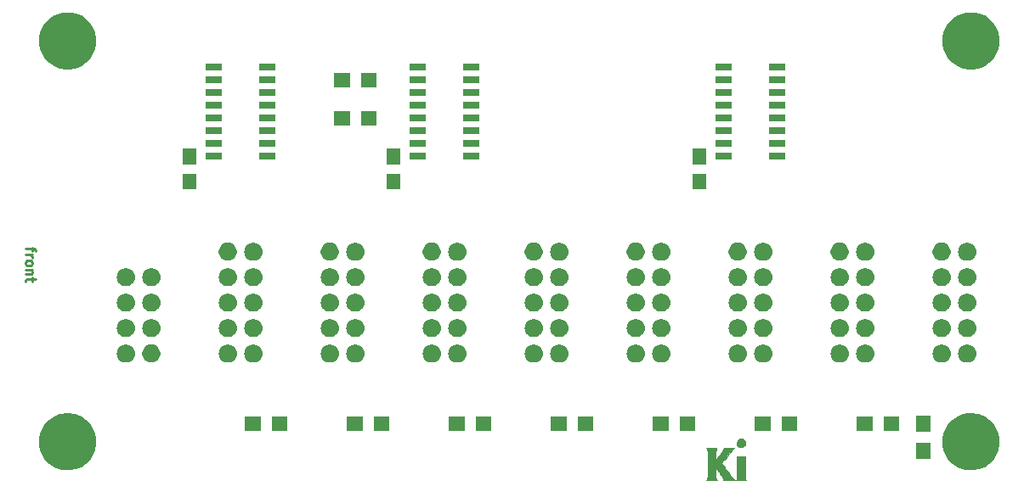
<source format=gbr>
G04 #@! TF.GenerationSoftware,KiCad,Pcbnew,(5.0.1)-4*
G04 #@! TF.CreationDate,2018-11-25T16:05:00+01:00*
G04 #@! TF.ProjectId,Flips6,466C697073362E6B696361645F706362,V1.0*
G04 #@! TF.SameCoordinates,Original*
G04 #@! TF.FileFunction,Soldermask,Top*
G04 #@! TF.FilePolarity,Negative*
%FSLAX46Y46*%
G04 Gerber Fmt 4.6, Leading zero omitted, Abs format (unit mm)*
G04 Created by KiCad (PCBNEW (5.0.1)-4) date 25.11.2018 16:05:00*
%MOMM*%
%LPD*%
G01*
G04 APERTURE LIST*
%ADD10C,0.250000*%
%ADD11C,0.010000*%
%ADD12C,0.100000*%
G04 APERTURE END LIST*
D10*
X52284285Y-76414523D02*
X52284285Y-76795476D01*
X51617619Y-76557380D02*
X52474761Y-76557380D01*
X52570000Y-76605000D01*
X52617619Y-76700238D01*
X52617619Y-76795476D01*
X51617619Y-77128809D02*
X52284285Y-77128809D01*
X52093809Y-77128809D02*
X52189047Y-77176428D01*
X52236666Y-77224047D01*
X52284285Y-77319285D01*
X52284285Y-77414523D01*
X51617619Y-77890714D02*
X51665238Y-77795476D01*
X51712857Y-77747857D01*
X51808095Y-77700238D01*
X52093809Y-77700238D01*
X52189047Y-77747857D01*
X52236666Y-77795476D01*
X52284285Y-77890714D01*
X52284285Y-78033571D01*
X52236666Y-78128809D01*
X52189047Y-78176428D01*
X52093809Y-78224047D01*
X51808095Y-78224047D01*
X51712857Y-78176428D01*
X51665238Y-78128809D01*
X51617619Y-78033571D01*
X51617619Y-77890714D01*
X52284285Y-78652619D02*
X51617619Y-78652619D01*
X52189047Y-78652619D02*
X52236666Y-78700238D01*
X52284285Y-78795476D01*
X52284285Y-78938333D01*
X52236666Y-79033571D01*
X52141428Y-79081190D01*
X51617619Y-79081190D01*
X52284285Y-79414523D02*
X52284285Y-79795476D01*
X52617619Y-79557380D02*
X51760476Y-79557380D01*
X51665238Y-79605000D01*
X51617619Y-79700238D01*
X51617619Y-79795476D01*
D11*
G04 #@! TO.C,REF\002A\002A*
G36*
X121708747Y-96418400D02*
X122254059Y-96418400D01*
X122055279Y-96619787D01*
X121725571Y-96982691D01*
X121511151Y-97256815D01*
X121432703Y-97360400D01*
X121338144Y-97480529D01*
X121238050Y-97604202D01*
X121142998Y-97718419D01*
X121063566Y-97810181D01*
X121038468Y-97837760D01*
X120957036Y-97925212D01*
X121026994Y-98016356D01*
X121162436Y-98205604D01*
X121249978Y-98345050D01*
X121304848Y-98427286D01*
X121366124Y-98506612D01*
X121371273Y-98512607D01*
X121440222Y-98595581D01*
X121520747Y-98698137D01*
X121603942Y-98808288D01*
X121680902Y-98914047D01*
X121742719Y-99003425D01*
X121778376Y-99060547D01*
X121813457Y-99113596D01*
X121871986Y-99192062D01*
X121943820Y-99283252D01*
X122018815Y-99374472D01*
X122086828Y-99453032D01*
X122123200Y-99492020D01*
X122147089Y-99518081D01*
X122189363Y-99565406D01*
X122197477Y-99574570D01*
X122259055Y-99644200D01*
X121132600Y-99644200D01*
X121132600Y-99565923D01*
X121115837Y-99489395D01*
X121068607Y-99384149D01*
X120995493Y-99258239D01*
X120901081Y-99119716D01*
X120813542Y-99005533D01*
X120742268Y-98913313D01*
X120676947Y-98822269D01*
X120629777Y-98749535D01*
X120623671Y-98738833D01*
X120583629Y-98672434D01*
X120548342Y-98624284D01*
X120539699Y-98615500D01*
X120505138Y-98576816D01*
X120464915Y-98520250D01*
X120427226Y-98472093D01*
X120396715Y-98450487D01*
X120395414Y-98450400D01*
X120386538Y-98475091D01*
X120379418Y-98546381D01*
X120374264Y-98660092D01*
X120371283Y-98812044D01*
X120370600Y-98946961D01*
X120371284Y-99126263D01*
X120373695Y-99262270D01*
X120378375Y-99362475D01*
X120385863Y-99434369D01*
X120396698Y-99485443D01*
X120411421Y-99523188D01*
X120412244Y-99524811D01*
X120447717Y-99584491D01*
X120479223Y-99622618D01*
X120482094Y-99624761D01*
X120466597Y-99630323D01*
X120407247Y-99635262D01*
X120310986Y-99639312D01*
X120184759Y-99642207D01*
X120035511Y-99643682D01*
X119983794Y-99643811D01*
X119457289Y-99644200D01*
X119486968Y-99574350D01*
X119515141Y-99515758D01*
X119537224Y-99480370D01*
X119541057Y-99451142D01*
X119544657Y-99375781D01*
X119547959Y-99258951D01*
X119550896Y-99105317D01*
X119553399Y-98919546D01*
X119555404Y-98706302D01*
X119556842Y-98470251D01*
X119557647Y-98216059D01*
X119557799Y-98044290D01*
X119557741Y-97740311D01*
X119557470Y-97482912D01*
X119556846Y-97267874D01*
X119555726Y-97090978D01*
X119553969Y-96948004D01*
X119551433Y-96834733D01*
X119547976Y-96746945D01*
X119543457Y-96680421D01*
X119537733Y-96630941D01*
X119530662Y-96594286D01*
X119522104Y-96566237D01*
X119511916Y-96542574D01*
X119506999Y-96532699D01*
X119476244Y-96470869D01*
X119458190Y-96431660D01*
X119456199Y-96425729D01*
X119480335Y-96423507D01*
X119547688Y-96421556D01*
X119650672Y-96419984D01*
X119781706Y-96418901D01*
X119933205Y-96418415D01*
X119966917Y-96418400D01*
X120140060Y-96418664D01*
X120268629Y-96419831D01*
X120358846Y-96422464D01*
X120416937Y-96427123D01*
X120449124Y-96434372D01*
X120461632Y-96444772D01*
X120460686Y-96458885D01*
X120459164Y-96462850D01*
X120425805Y-96551673D01*
X120401739Y-96640181D01*
X120385580Y-96739141D01*
X120375942Y-96859321D01*
X120371440Y-97011488D01*
X120370600Y-97151088D01*
X120370599Y-97570904D01*
X120446799Y-97497900D01*
X120494413Y-97447557D01*
X120520994Y-97410278D01*
X120523000Y-97403483D01*
X120538137Y-97377550D01*
X120577628Y-97324128D01*
X120632588Y-97254145D01*
X120694132Y-97178529D01*
X120753377Y-97108209D01*
X120801439Y-97054114D01*
X120828239Y-97028000D01*
X120850561Y-97000734D01*
X120888936Y-96944630D01*
X120916802Y-96901000D01*
X120975005Y-96813298D01*
X121037951Y-96726698D01*
X121060299Y-96698362D01*
X121105013Y-96631736D01*
X121130408Y-96570643D01*
X121132600Y-96554390D01*
X121133122Y-96510677D01*
X121138791Y-96477502D01*
X121155762Y-96453412D01*
X121190189Y-96436955D01*
X121248226Y-96426677D01*
X121336028Y-96421127D01*
X121459750Y-96418851D01*
X121625545Y-96418396D01*
X121708747Y-96418400D01*
X121708747Y-96418400D01*
G37*
X121708747Y-96418400D02*
X122254059Y-96418400D01*
X122055279Y-96619787D01*
X121725571Y-96982691D01*
X121511151Y-97256815D01*
X121432703Y-97360400D01*
X121338144Y-97480529D01*
X121238050Y-97604202D01*
X121142998Y-97718419D01*
X121063566Y-97810181D01*
X121038468Y-97837760D01*
X120957036Y-97925212D01*
X121026994Y-98016356D01*
X121162436Y-98205604D01*
X121249978Y-98345050D01*
X121304848Y-98427286D01*
X121366124Y-98506612D01*
X121371273Y-98512607D01*
X121440222Y-98595581D01*
X121520747Y-98698137D01*
X121603942Y-98808288D01*
X121680902Y-98914047D01*
X121742719Y-99003425D01*
X121778376Y-99060547D01*
X121813457Y-99113596D01*
X121871986Y-99192062D01*
X121943820Y-99283252D01*
X122018815Y-99374472D01*
X122086828Y-99453032D01*
X122123200Y-99492020D01*
X122147089Y-99518081D01*
X122189363Y-99565406D01*
X122197477Y-99574570D01*
X122259055Y-99644200D01*
X121132600Y-99644200D01*
X121132600Y-99565923D01*
X121115837Y-99489395D01*
X121068607Y-99384149D01*
X120995493Y-99258239D01*
X120901081Y-99119716D01*
X120813542Y-99005533D01*
X120742268Y-98913313D01*
X120676947Y-98822269D01*
X120629777Y-98749535D01*
X120623671Y-98738833D01*
X120583629Y-98672434D01*
X120548342Y-98624284D01*
X120539699Y-98615500D01*
X120505138Y-98576816D01*
X120464915Y-98520250D01*
X120427226Y-98472093D01*
X120396715Y-98450487D01*
X120395414Y-98450400D01*
X120386538Y-98475091D01*
X120379418Y-98546381D01*
X120374264Y-98660092D01*
X120371283Y-98812044D01*
X120370600Y-98946961D01*
X120371284Y-99126263D01*
X120373695Y-99262270D01*
X120378375Y-99362475D01*
X120385863Y-99434369D01*
X120396698Y-99485443D01*
X120411421Y-99523188D01*
X120412244Y-99524811D01*
X120447717Y-99584491D01*
X120479223Y-99622618D01*
X120482094Y-99624761D01*
X120466597Y-99630323D01*
X120407247Y-99635262D01*
X120310986Y-99639312D01*
X120184759Y-99642207D01*
X120035511Y-99643682D01*
X119983794Y-99643811D01*
X119457289Y-99644200D01*
X119486968Y-99574350D01*
X119515141Y-99515758D01*
X119537224Y-99480370D01*
X119541057Y-99451142D01*
X119544657Y-99375781D01*
X119547959Y-99258951D01*
X119550896Y-99105317D01*
X119553399Y-98919546D01*
X119555404Y-98706302D01*
X119556842Y-98470251D01*
X119557647Y-98216059D01*
X119557799Y-98044290D01*
X119557741Y-97740311D01*
X119557470Y-97482912D01*
X119556846Y-97267874D01*
X119555726Y-97090978D01*
X119553969Y-96948004D01*
X119551433Y-96834733D01*
X119547976Y-96746945D01*
X119543457Y-96680421D01*
X119537733Y-96630941D01*
X119530662Y-96594286D01*
X119522104Y-96566237D01*
X119511916Y-96542574D01*
X119506999Y-96532699D01*
X119476244Y-96470869D01*
X119458190Y-96431660D01*
X119456199Y-96425729D01*
X119480335Y-96423507D01*
X119547688Y-96421556D01*
X119650672Y-96419984D01*
X119781706Y-96418901D01*
X119933205Y-96418415D01*
X119966917Y-96418400D01*
X120140060Y-96418664D01*
X120268629Y-96419831D01*
X120358846Y-96422464D01*
X120416937Y-96427123D01*
X120449124Y-96434372D01*
X120461632Y-96444772D01*
X120460686Y-96458885D01*
X120459164Y-96462850D01*
X120425805Y-96551673D01*
X120401739Y-96640181D01*
X120385580Y-96739141D01*
X120375942Y-96859321D01*
X120371440Y-97011488D01*
X120370600Y-97151088D01*
X120370599Y-97570904D01*
X120446799Y-97497900D01*
X120494413Y-97447557D01*
X120520994Y-97410278D01*
X120523000Y-97403483D01*
X120538137Y-97377550D01*
X120577628Y-97324128D01*
X120632588Y-97254145D01*
X120694132Y-97178529D01*
X120753377Y-97108209D01*
X120801439Y-97054114D01*
X120828239Y-97028000D01*
X120850561Y-97000734D01*
X120888936Y-96944630D01*
X120916802Y-96901000D01*
X120975005Y-96813298D01*
X121037951Y-96726698D01*
X121060299Y-96698362D01*
X121105013Y-96631736D01*
X121130408Y-96570643D01*
X121132600Y-96554390D01*
X121133122Y-96510677D01*
X121138791Y-96477502D01*
X121155762Y-96453412D01*
X121190189Y-96436955D01*
X121248226Y-96426677D01*
X121336028Y-96421127D01*
X121459750Y-96418851D01*
X121625545Y-96418396D01*
X121708747Y-96418400D01*
G36*
X123291600Y-98382045D02*
X123291821Y-98653528D01*
X123292583Y-98878618D01*
X123294026Y-99061721D01*
X123296294Y-99207240D01*
X123299531Y-99319583D01*
X123303878Y-99403155D01*
X123309480Y-99462359D01*
X123316478Y-99501603D01*
X123325016Y-99525292D01*
X123328892Y-99531395D01*
X123355178Y-99568943D01*
X123365891Y-99597085D01*
X123355710Y-99617174D01*
X123319312Y-99630563D01*
X123251376Y-99638605D01*
X123146578Y-99642653D01*
X122999598Y-99644060D01*
X122885200Y-99644200D01*
X122734918Y-99643515D01*
X122603727Y-99641608D01*
X122499427Y-99638702D01*
X122429819Y-99635017D01*
X122402705Y-99630776D01*
X122402600Y-99630488D01*
X122413155Y-99601454D01*
X122439726Y-99544509D01*
X122453400Y-99517200D01*
X122466266Y-99489760D01*
X122476759Y-99459394D01*
X122485120Y-99420920D01*
X122491591Y-99369155D01*
X122496411Y-99298918D01*
X122499822Y-99205027D01*
X122502065Y-99082301D01*
X122503381Y-98925559D01*
X122504010Y-98729617D01*
X122504195Y-98489296D01*
X122504200Y-98424750D01*
X122503947Y-98167269D01*
X122503071Y-97955749D01*
X122501396Y-97785351D01*
X122498748Y-97651238D01*
X122494950Y-97548571D01*
X122489827Y-97472513D01*
X122483203Y-97418226D01*
X122474903Y-97380872D01*
X122465447Y-97356938D01*
X122426695Y-97282000D01*
X123291600Y-97282000D01*
X123291600Y-98382045D01*
X123291600Y-98382045D01*
G37*
X123291600Y-98382045D02*
X123291821Y-98653528D01*
X123292583Y-98878618D01*
X123294026Y-99061721D01*
X123296294Y-99207240D01*
X123299531Y-99319583D01*
X123303878Y-99403155D01*
X123309480Y-99462359D01*
X123316478Y-99501603D01*
X123325016Y-99525292D01*
X123328892Y-99531395D01*
X123355178Y-99568943D01*
X123365891Y-99597085D01*
X123355710Y-99617174D01*
X123319312Y-99630563D01*
X123251376Y-99638605D01*
X123146578Y-99642653D01*
X122999598Y-99644060D01*
X122885200Y-99644200D01*
X122734918Y-99643515D01*
X122603727Y-99641608D01*
X122499427Y-99638702D01*
X122429819Y-99635017D01*
X122402705Y-99630776D01*
X122402600Y-99630488D01*
X122413155Y-99601454D01*
X122439726Y-99544509D01*
X122453400Y-99517200D01*
X122466266Y-99489760D01*
X122476759Y-99459394D01*
X122485120Y-99420920D01*
X122491591Y-99369155D01*
X122496411Y-99298918D01*
X122499822Y-99205027D01*
X122502065Y-99082301D01*
X122503381Y-98925559D01*
X122504010Y-98729617D01*
X122504195Y-98489296D01*
X122504200Y-98424750D01*
X122503947Y-98167269D01*
X122503071Y-97955749D01*
X122501396Y-97785351D01*
X122498748Y-97651238D01*
X122494950Y-97548571D01*
X122489827Y-97472513D01*
X122483203Y-97418226D01*
X122474903Y-97380872D01*
X122465447Y-97356938D01*
X122426695Y-97282000D01*
X123291600Y-97282000D01*
X123291600Y-98382045D01*
G36*
X123050941Y-95515960D02*
X123168545Y-95582395D01*
X123262023Y-95685045D01*
X123305812Y-95771124D01*
X123336422Y-95909614D01*
X123327321Y-96047591D01*
X123279973Y-96169084D01*
X123267588Y-96187850D01*
X123177149Y-96275408D01*
X123058271Y-96335553D01*
X122925333Y-96365418D01*
X122792713Y-96362134D01*
X122674790Y-96322832D01*
X122654006Y-96310244D01*
X122571737Y-96231394D01*
X122503914Y-96122770D01*
X122461747Y-96005295D01*
X122453400Y-95935799D01*
X122472674Y-95826575D01*
X122523190Y-95712110D01*
X122593982Y-95613158D01*
X122649642Y-95564295D01*
X122781861Y-95503876D01*
X122918837Y-95488776D01*
X123050941Y-95515960D01*
X123050941Y-95515960D01*
G37*
X123050941Y-95515960D02*
X123168545Y-95582395D01*
X123262023Y-95685045D01*
X123305812Y-95771124D01*
X123336422Y-95909614D01*
X123327321Y-96047591D01*
X123279973Y-96169084D01*
X123267588Y-96187850D01*
X123177149Y-96275408D01*
X123058271Y-96335553D01*
X122925333Y-96365418D01*
X122792713Y-96362134D01*
X122674790Y-96322832D01*
X122654006Y-96310244D01*
X122571737Y-96231394D01*
X122503914Y-96122770D01*
X122461747Y-96005295D01*
X122453400Y-95935799D01*
X122472674Y-95826575D01*
X122523190Y-95712110D01*
X122593982Y-95613158D01*
X122649642Y-95564295D01*
X122781861Y-95503876D01*
X122918837Y-95488776D01*
X123050941Y-95515960D01*
D12*
G36*
X146356202Y-93003781D02*
X146631606Y-93058562D01*
X147150455Y-93273476D01*
X147614259Y-93583380D01*
X147617410Y-93585486D01*
X148014514Y-93982590D01*
X148014516Y-93982593D01*
X148326524Y-94449545D01*
X148541438Y-94968394D01*
X148651000Y-95519201D01*
X148651000Y-96080799D01*
X148541438Y-96631606D01*
X148326524Y-97150455D01*
X148105660Y-97481000D01*
X148014514Y-97617410D01*
X147617410Y-98014514D01*
X147617407Y-98014516D01*
X147150455Y-98326524D01*
X146631606Y-98541438D01*
X146080800Y-98651000D01*
X145519200Y-98651000D01*
X145243798Y-98596219D01*
X144968394Y-98541438D01*
X144449545Y-98326524D01*
X143982593Y-98014516D01*
X143982590Y-98014514D01*
X143585486Y-97617410D01*
X143494340Y-97481000D01*
X143273476Y-97150455D01*
X143058562Y-96631606D01*
X142949000Y-96080799D01*
X142949000Y-95519201D01*
X143058562Y-94968394D01*
X143273476Y-94449545D01*
X143585484Y-93982593D01*
X143585486Y-93982590D01*
X143982590Y-93585486D01*
X143985741Y-93583380D01*
X144449545Y-93273476D01*
X144968394Y-93058562D01*
X145519200Y-92949000D01*
X146080800Y-92949000D01*
X146356202Y-93003781D01*
X146356202Y-93003781D01*
G37*
G36*
X56356202Y-93003781D02*
X56631606Y-93058562D01*
X57150455Y-93273476D01*
X57614259Y-93583380D01*
X57617410Y-93585486D01*
X58014514Y-93982590D01*
X58014516Y-93982593D01*
X58326524Y-94449545D01*
X58541438Y-94968394D01*
X58651000Y-95519201D01*
X58651000Y-96080799D01*
X58541438Y-96631606D01*
X58326524Y-97150455D01*
X58105660Y-97481000D01*
X58014514Y-97617410D01*
X57617410Y-98014514D01*
X57617407Y-98014516D01*
X57150455Y-98326524D01*
X56631606Y-98541438D01*
X56080800Y-98651000D01*
X55519200Y-98651000D01*
X55243798Y-98596219D01*
X54968394Y-98541438D01*
X54449545Y-98326524D01*
X53982593Y-98014516D01*
X53982590Y-98014514D01*
X53585486Y-97617410D01*
X53494340Y-97481000D01*
X53273476Y-97150455D01*
X53058562Y-96631606D01*
X52949000Y-96080799D01*
X52949000Y-95519201D01*
X53058562Y-94968394D01*
X53273476Y-94449545D01*
X53585484Y-93982593D01*
X53585486Y-93982590D01*
X53982590Y-93585486D01*
X53985741Y-93583380D01*
X54449545Y-93273476D01*
X54968394Y-93058562D01*
X55243798Y-93003781D01*
X55519200Y-92949000D01*
X56080800Y-92949000D01*
X56356202Y-93003781D01*
X56356202Y-93003781D01*
G37*
G36*
X141751000Y-97481000D02*
X140349000Y-97481000D01*
X140349000Y-95879000D01*
X141751000Y-95879000D01*
X141751000Y-97481000D01*
X141751000Y-97481000D01*
G37*
G36*
X141751000Y-94781000D02*
X140349000Y-94781000D01*
X140349000Y-93179000D01*
X141751000Y-93179000D01*
X141751000Y-94781000D01*
X141751000Y-94781000D01*
G37*
G36*
X105496000Y-94681000D02*
X103894000Y-94681000D01*
X103894000Y-93279000D01*
X105496000Y-93279000D01*
X105496000Y-94681000D01*
X105496000Y-94681000D01*
G37*
G36*
X128516000Y-94681000D02*
X126914000Y-94681000D01*
X126914000Y-93279000D01*
X128516000Y-93279000D01*
X128516000Y-94681000D01*
X128516000Y-94681000D01*
G37*
G36*
X115656000Y-94681000D02*
X114054000Y-94681000D01*
X114054000Y-93279000D01*
X115656000Y-93279000D01*
X115656000Y-94681000D01*
X115656000Y-94681000D01*
G37*
G36*
X118356000Y-94681000D02*
X116754000Y-94681000D01*
X116754000Y-93279000D01*
X118356000Y-93279000D01*
X118356000Y-94681000D01*
X118356000Y-94681000D01*
G37*
G36*
X108196000Y-94681000D02*
X106594000Y-94681000D01*
X106594000Y-93279000D01*
X108196000Y-93279000D01*
X108196000Y-94681000D01*
X108196000Y-94681000D01*
G37*
G36*
X95336000Y-94681000D02*
X93734000Y-94681000D01*
X93734000Y-93279000D01*
X95336000Y-93279000D01*
X95336000Y-94681000D01*
X95336000Y-94681000D01*
G37*
G36*
X98036000Y-94681000D02*
X96434000Y-94681000D01*
X96434000Y-93279000D01*
X98036000Y-93279000D01*
X98036000Y-94681000D01*
X98036000Y-94681000D01*
G37*
G36*
X87876000Y-94681000D02*
X86274000Y-94681000D01*
X86274000Y-93279000D01*
X87876000Y-93279000D01*
X87876000Y-94681000D01*
X87876000Y-94681000D01*
G37*
G36*
X85176000Y-94681000D02*
X83574000Y-94681000D01*
X83574000Y-93279000D01*
X85176000Y-93279000D01*
X85176000Y-94681000D01*
X85176000Y-94681000D01*
G37*
G36*
X75016000Y-94681000D02*
X73414000Y-94681000D01*
X73414000Y-93279000D01*
X75016000Y-93279000D01*
X75016000Y-94681000D01*
X75016000Y-94681000D01*
G37*
G36*
X77716000Y-94681000D02*
X76114000Y-94681000D01*
X76114000Y-93279000D01*
X77716000Y-93279000D01*
X77716000Y-94681000D01*
X77716000Y-94681000D01*
G37*
G36*
X138676000Y-94681000D02*
X137074000Y-94681000D01*
X137074000Y-93279000D01*
X138676000Y-93279000D01*
X138676000Y-94681000D01*
X138676000Y-94681000D01*
G37*
G36*
X125816000Y-94681000D02*
X124214000Y-94681000D01*
X124214000Y-93279000D01*
X125816000Y-93279000D01*
X125816000Y-94681000D01*
X125816000Y-94681000D01*
G37*
G36*
X135976000Y-94681000D02*
X134374000Y-94681000D01*
X134374000Y-93279000D01*
X135976000Y-93279000D01*
X135976000Y-94681000D01*
X135976000Y-94681000D01*
G37*
G36*
X122665442Y-86100518D02*
X122731627Y-86107037D01*
X122844853Y-86141384D01*
X122901467Y-86158557D01*
X123040087Y-86232652D01*
X123057991Y-86242222D01*
X123093729Y-86271552D01*
X123195186Y-86354814D01*
X123278448Y-86456271D01*
X123307778Y-86492009D01*
X123307779Y-86492011D01*
X123391443Y-86648533D01*
X123391443Y-86648534D01*
X123442963Y-86818373D01*
X123460359Y-86995000D01*
X123442963Y-87171627D01*
X123416819Y-87257812D01*
X123391443Y-87341467D01*
X123348513Y-87421782D01*
X123307778Y-87497991D01*
X123278448Y-87533729D01*
X123195186Y-87635186D01*
X123122480Y-87694853D01*
X123057991Y-87747778D01*
X123057989Y-87747779D01*
X122901467Y-87831443D01*
X122844853Y-87848616D01*
X122731627Y-87882963D01*
X122665443Y-87889481D01*
X122599260Y-87896000D01*
X122510740Y-87896000D01*
X122444557Y-87889481D01*
X122378373Y-87882963D01*
X122265147Y-87848616D01*
X122208533Y-87831443D01*
X122052011Y-87747779D01*
X122052009Y-87747778D01*
X121987520Y-87694853D01*
X121914814Y-87635186D01*
X121831552Y-87533729D01*
X121802222Y-87497991D01*
X121761487Y-87421782D01*
X121718557Y-87341467D01*
X121693181Y-87257812D01*
X121667037Y-87171627D01*
X121649641Y-86995000D01*
X121667037Y-86818373D01*
X121718557Y-86648534D01*
X121718557Y-86648533D01*
X121802221Y-86492011D01*
X121802222Y-86492009D01*
X121831552Y-86456271D01*
X121914814Y-86354814D01*
X122016271Y-86271552D01*
X122052009Y-86242222D01*
X122069913Y-86232652D01*
X122208533Y-86158557D01*
X122265147Y-86141384D01*
X122378373Y-86107037D01*
X122444558Y-86100518D01*
X122510740Y-86094000D01*
X122599260Y-86094000D01*
X122665442Y-86100518D01*
X122665442Y-86100518D01*
G37*
G36*
X142985442Y-86100518D02*
X143051627Y-86107037D01*
X143164853Y-86141384D01*
X143221467Y-86158557D01*
X143360087Y-86232652D01*
X143377991Y-86242222D01*
X143413729Y-86271552D01*
X143515186Y-86354814D01*
X143598448Y-86456271D01*
X143627778Y-86492009D01*
X143627779Y-86492011D01*
X143711443Y-86648533D01*
X143711443Y-86648534D01*
X143762963Y-86818373D01*
X143780359Y-86995000D01*
X143762963Y-87171627D01*
X143736819Y-87257812D01*
X143711443Y-87341467D01*
X143668513Y-87421782D01*
X143627778Y-87497991D01*
X143598448Y-87533729D01*
X143515186Y-87635186D01*
X143442480Y-87694853D01*
X143377991Y-87747778D01*
X143377989Y-87747779D01*
X143221467Y-87831443D01*
X143164853Y-87848616D01*
X143051627Y-87882963D01*
X142985443Y-87889481D01*
X142919260Y-87896000D01*
X142830740Y-87896000D01*
X142764557Y-87889481D01*
X142698373Y-87882963D01*
X142585147Y-87848616D01*
X142528533Y-87831443D01*
X142372011Y-87747779D01*
X142372009Y-87747778D01*
X142307520Y-87694853D01*
X142234814Y-87635186D01*
X142151552Y-87533729D01*
X142122222Y-87497991D01*
X142081487Y-87421782D01*
X142038557Y-87341467D01*
X142013181Y-87257812D01*
X141987037Y-87171627D01*
X141969641Y-86995000D01*
X141987037Y-86818373D01*
X142038557Y-86648534D01*
X142038557Y-86648533D01*
X142122221Y-86492011D01*
X142122222Y-86492009D01*
X142151552Y-86456271D01*
X142234814Y-86354814D01*
X142336271Y-86271552D01*
X142372009Y-86242222D01*
X142389913Y-86232652D01*
X142528533Y-86158557D01*
X142585147Y-86141384D01*
X142698373Y-86107037D01*
X142764558Y-86100518D01*
X142830740Y-86094000D01*
X142919260Y-86094000D01*
X142985442Y-86100518D01*
X142985442Y-86100518D01*
G37*
G36*
X145525442Y-86100518D02*
X145591627Y-86107037D01*
X145704853Y-86141384D01*
X145761467Y-86158557D01*
X145900087Y-86232652D01*
X145917991Y-86242222D01*
X145953729Y-86271552D01*
X146055186Y-86354814D01*
X146138448Y-86456271D01*
X146167778Y-86492009D01*
X146167779Y-86492011D01*
X146251443Y-86648533D01*
X146251443Y-86648534D01*
X146302963Y-86818373D01*
X146320359Y-86995000D01*
X146302963Y-87171627D01*
X146276819Y-87257812D01*
X146251443Y-87341467D01*
X146208513Y-87421782D01*
X146167778Y-87497991D01*
X146138448Y-87533729D01*
X146055186Y-87635186D01*
X145982480Y-87694853D01*
X145917991Y-87747778D01*
X145917989Y-87747779D01*
X145761467Y-87831443D01*
X145704853Y-87848616D01*
X145591627Y-87882963D01*
X145525443Y-87889481D01*
X145459260Y-87896000D01*
X145370740Y-87896000D01*
X145304557Y-87889481D01*
X145238373Y-87882963D01*
X145125147Y-87848616D01*
X145068533Y-87831443D01*
X144912011Y-87747779D01*
X144912009Y-87747778D01*
X144847520Y-87694853D01*
X144774814Y-87635186D01*
X144691552Y-87533729D01*
X144662222Y-87497991D01*
X144621487Y-87421782D01*
X144578557Y-87341467D01*
X144553181Y-87257812D01*
X144527037Y-87171627D01*
X144509641Y-86995000D01*
X144527037Y-86818373D01*
X144578557Y-86648534D01*
X144578557Y-86648533D01*
X144662221Y-86492011D01*
X144662222Y-86492009D01*
X144691552Y-86456271D01*
X144774814Y-86354814D01*
X144876271Y-86271552D01*
X144912009Y-86242222D01*
X144929913Y-86232652D01*
X145068533Y-86158557D01*
X145125147Y-86141384D01*
X145238373Y-86107037D01*
X145304558Y-86100518D01*
X145370740Y-86094000D01*
X145459260Y-86094000D01*
X145525442Y-86100518D01*
X145525442Y-86100518D01*
G37*
G36*
X64397812Y-86128624D02*
X64561784Y-86196544D01*
X64709354Y-86295147D01*
X64834853Y-86420646D01*
X64933456Y-86568216D01*
X65001376Y-86732188D01*
X65036000Y-86906259D01*
X65036000Y-87083741D01*
X65001376Y-87257812D01*
X64933456Y-87421784D01*
X64834853Y-87569354D01*
X64709354Y-87694853D01*
X64561784Y-87793456D01*
X64397812Y-87861376D01*
X64223741Y-87896000D01*
X64046259Y-87896000D01*
X63872188Y-87861376D01*
X63708216Y-87793456D01*
X63560646Y-87694853D01*
X63435147Y-87569354D01*
X63336544Y-87421784D01*
X63268624Y-87257812D01*
X63234000Y-87083741D01*
X63234000Y-86906259D01*
X63268624Y-86732188D01*
X63336544Y-86568216D01*
X63435147Y-86420646D01*
X63560646Y-86295147D01*
X63708216Y-86196544D01*
X63872188Y-86128624D01*
X64046259Y-86094000D01*
X64223741Y-86094000D01*
X64397812Y-86128624D01*
X64397812Y-86128624D01*
G37*
G36*
X61705442Y-86100518D02*
X61771627Y-86107037D01*
X61884853Y-86141384D01*
X61941467Y-86158557D01*
X62080087Y-86232652D01*
X62097991Y-86242222D01*
X62133729Y-86271552D01*
X62235186Y-86354814D01*
X62318448Y-86456271D01*
X62347778Y-86492009D01*
X62347779Y-86492011D01*
X62431443Y-86648533D01*
X62431443Y-86648534D01*
X62482963Y-86818373D01*
X62500359Y-86995000D01*
X62482963Y-87171627D01*
X62456819Y-87257812D01*
X62431443Y-87341467D01*
X62388513Y-87421782D01*
X62347778Y-87497991D01*
X62318448Y-87533729D01*
X62235186Y-87635186D01*
X62162480Y-87694853D01*
X62097991Y-87747778D01*
X62097989Y-87747779D01*
X61941467Y-87831443D01*
X61884853Y-87848616D01*
X61771627Y-87882963D01*
X61705443Y-87889481D01*
X61639260Y-87896000D01*
X61550740Y-87896000D01*
X61484557Y-87889481D01*
X61418373Y-87882963D01*
X61305147Y-87848616D01*
X61248533Y-87831443D01*
X61092011Y-87747779D01*
X61092009Y-87747778D01*
X61027520Y-87694853D01*
X60954814Y-87635186D01*
X60871552Y-87533729D01*
X60842222Y-87497991D01*
X60801487Y-87421782D01*
X60758557Y-87341467D01*
X60733181Y-87257812D01*
X60707037Y-87171627D01*
X60689641Y-86995000D01*
X60707037Y-86818373D01*
X60758557Y-86648534D01*
X60758557Y-86648533D01*
X60842221Y-86492011D01*
X60842222Y-86492009D01*
X60871552Y-86456271D01*
X60954814Y-86354814D01*
X61056271Y-86271552D01*
X61092009Y-86242222D01*
X61109913Y-86232652D01*
X61248533Y-86158557D01*
X61305147Y-86141384D01*
X61418373Y-86107037D01*
X61484558Y-86100518D01*
X61550740Y-86094000D01*
X61639260Y-86094000D01*
X61705442Y-86100518D01*
X61705442Y-86100518D01*
G37*
G36*
X82025442Y-86100518D02*
X82091627Y-86107037D01*
X82204853Y-86141384D01*
X82261467Y-86158557D01*
X82400087Y-86232652D01*
X82417991Y-86242222D01*
X82453729Y-86271552D01*
X82555186Y-86354814D01*
X82638448Y-86456271D01*
X82667778Y-86492009D01*
X82667779Y-86492011D01*
X82751443Y-86648533D01*
X82751443Y-86648534D01*
X82802963Y-86818373D01*
X82820359Y-86995000D01*
X82802963Y-87171627D01*
X82776819Y-87257812D01*
X82751443Y-87341467D01*
X82708513Y-87421782D01*
X82667778Y-87497991D01*
X82638448Y-87533729D01*
X82555186Y-87635186D01*
X82482480Y-87694853D01*
X82417991Y-87747778D01*
X82417989Y-87747779D01*
X82261467Y-87831443D01*
X82204853Y-87848616D01*
X82091627Y-87882963D01*
X82025443Y-87889481D01*
X81959260Y-87896000D01*
X81870740Y-87896000D01*
X81804557Y-87889481D01*
X81738373Y-87882963D01*
X81625147Y-87848616D01*
X81568533Y-87831443D01*
X81412011Y-87747779D01*
X81412009Y-87747778D01*
X81347520Y-87694853D01*
X81274814Y-87635186D01*
X81191552Y-87533729D01*
X81162222Y-87497991D01*
X81121487Y-87421782D01*
X81078557Y-87341467D01*
X81053181Y-87257812D01*
X81027037Y-87171627D01*
X81009641Y-86995000D01*
X81027037Y-86818373D01*
X81078557Y-86648534D01*
X81078557Y-86648533D01*
X81162221Y-86492011D01*
X81162222Y-86492009D01*
X81191552Y-86456271D01*
X81274814Y-86354814D01*
X81376271Y-86271552D01*
X81412009Y-86242222D01*
X81429913Y-86232652D01*
X81568533Y-86158557D01*
X81625147Y-86141384D01*
X81738373Y-86107037D01*
X81804558Y-86100518D01*
X81870740Y-86094000D01*
X81959260Y-86094000D01*
X82025442Y-86100518D01*
X82025442Y-86100518D01*
G37*
G36*
X84565442Y-86100518D02*
X84631627Y-86107037D01*
X84744853Y-86141384D01*
X84801467Y-86158557D01*
X84940087Y-86232652D01*
X84957991Y-86242222D01*
X84993729Y-86271552D01*
X85095186Y-86354814D01*
X85178448Y-86456271D01*
X85207778Y-86492009D01*
X85207779Y-86492011D01*
X85291443Y-86648533D01*
X85291443Y-86648534D01*
X85342963Y-86818373D01*
X85360359Y-86995000D01*
X85342963Y-87171627D01*
X85316819Y-87257812D01*
X85291443Y-87341467D01*
X85248513Y-87421782D01*
X85207778Y-87497991D01*
X85178448Y-87533729D01*
X85095186Y-87635186D01*
X85022480Y-87694853D01*
X84957991Y-87747778D01*
X84957989Y-87747779D01*
X84801467Y-87831443D01*
X84744853Y-87848616D01*
X84631627Y-87882963D01*
X84565443Y-87889481D01*
X84499260Y-87896000D01*
X84410740Y-87896000D01*
X84344557Y-87889481D01*
X84278373Y-87882963D01*
X84165147Y-87848616D01*
X84108533Y-87831443D01*
X83952011Y-87747779D01*
X83952009Y-87747778D01*
X83887520Y-87694853D01*
X83814814Y-87635186D01*
X83731552Y-87533729D01*
X83702222Y-87497991D01*
X83661487Y-87421782D01*
X83618557Y-87341467D01*
X83593181Y-87257812D01*
X83567037Y-87171627D01*
X83549641Y-86995000D01*
X83567037Y-86818373D01*
X83618557Y-86648534D01*
X83618557Y-86648533D01*
X83702221Y-86492011D01*
X83702222Y-86492009D01*
X83731552Y-86456271D01*
X83814814Y-86354814D01*
X83916271Y-86271552D01*
X83952009Y-86242222D01*
X83969913Y-86232652D01*
X84108533Y-86158557D01*
X84165147Y-86141384D01*
X84278373Y-86107037D01*
X84344558Y-86100518D01*
X84410740Y-86094000D01*
X84499260Y-86094000D01*
X84565442Y-86100518D01*
X84565442Y-86100518D01*
G37*
G36*
X74405442Y-86100518D02*
X74471627Y-86107037D01*
X74584853Y-86141384D01*
X74641467Y-86158557D01*
X74780087Y-86232652D01*
X74797991Y-86242222D01*
X74833729Y-86271552D01*
X74935186Y-86354814D01*
X75018448Y-86456271D01*
X75047778Y-86492009D01*
X75047779Y-86492011D01*
X75131443Y-86648533D01*
X75131443Y-86648534D01*
X75182963Y-86818373D01*
X75200359Y-86995000D01*
X75182963Y-87171627D01*
X75156819Y-87257812D01*
X75131443Y-87341467D01*
X75088513Y-87421782D01*
X75047778Y-87497991D01*
X75018448Y-87533729D01*
X74935186Y-87635186D01*
X74862480Y-87694853D01*
X74797991Y-87747778D01*
X74797989Y-87747779D01*
X74641467Y-87831443D01*
X74584853Y-87848616D01*
X74471627Y-87882963D01*
X74405443Y-87889481D01*
X74339260Y-87896000D01*
X74250740Y-87896000D01*
X74184557Y-87889481D01*
X74118373Y-87882963D01*
X74005147Y-87848616D01*
X73948533Y-87831443D01*
X73792011Y-87747779D01*
X73792009Y-87747778D01*
X73727520Y-87694853D01*
X73654814Y-87635186D01*
X73571552Y-87533729D01*
X73542222Y-87497991D01*
X73501487Y-87421782D01*
X73458557Y-87341467D01*
X73433181Y-87257812D01*
X73407037Y-87171627D01*
X73389641Y-86995000D01*
X73407037Y-86818373D01*
X73458557Y-86648534D01*
X73458557Y-86648533D01*
X73542221Y-86492011D01*
X73542222Y-86492009D01*
X73571552Y-86456271D01*
X73654814Y-86354814D01*
X73756271Y-86271552D01*
X73792009Y-86242222D01*
X73809913Y-86232652D01*
X73948533Y-86158557D01*
X74005147Y-86141384D01*
X74118373Y-86107037D01*
X74184558Y-86100518D01*
X74250740Y-86094000D01*
X74339260Y-86094000D01*
X74405442Y-86100518D01*
X74405442Y-86100518D01*
G37*
G36*
X71865442Y-86100518D02*
X71931627Y-86107037D01*
X72044853Y-86141384D01*
X72101467Y-86158557D01*
X72240087Y-86232652D01*
X72257991Y-86242222D01*
X72293729Y-86271552D01*
X72395186Y-86354814D01*
X72478448Y-86456271D01*
X72507778Y-86492009D01*
X72507779Y-86492011D01*
X72591443Y-86648533D01*
X72591443Y-86648534D01*
X72642963Y-86818373D01*
X72660359Y-86995000D01*
X72642963Y-87171627D01*
X72616819Y-87257812D01*
X72591443Y-87341467D01*
X72548513Y-87421782D01*
X72507778Y-87497991D01*
X72478448Y-87533729D01*
X72395186Y-87635186D01*
X72322480Y-87694853D01*
X72257991Y-87747778D01*
X72257989Y-87747779D01*
X72101467Y-87831443D01*
X72044853Y-87848616D01*
X71931627Y-87882963D01*
X71865443Y-87889481D01*
X71799260Y-87896000D01*
X71710740Y-87896000D01*
X71644557Y-87889481D01*
X71578373Y-87882963D01*
X71465147Y-87848616D01*
X71408533Y-87831443D01*
X71252011Y-87747779D01*
X71252009Y-87747778D01*
X71187520Y-87694853D01*
X71114814Y-87635186D01*
X71031552Y-87533729D01*
X71002222Y-87497991D01*
X70961487Y-87421782D01*
X70918557Y-87341467D01*
X70893181Y-87257812D01*
X70867037Y-87171627D01*
X70849641Y-86995000D01*
X70867037Y-86818373D01*
X70918557Y-86648534D01*
X70918557Y-86648533D01*
X71002221Y-86492011D01*
X71002222Y-86492009D01*
X71031552Y-86456271D01*
X71114814Y-86354814D01*
X71216271Y-86271552D01*
X71252009Y-86242222D01*
X71269913Y-86232652D01*
X71408533Y-86158557D01*
X71465147Y-86141384D01*
X71578373Y-86107037D01*
X71644558Y-86100518D01*
X71710740Y-86094000D01*
X71799260Y-86094000D01*
X71865442Y-86100518D01*
X71865442Y-86100518D01*
G37*
G36*
X92185442Y-86100518D02*
X92251627Y-86107037D01*
X92364853Y-86141384D01*
X92421467Y-86158557D01*
X92560087Y-86232652D01*
X92577991Y-86242222D01*
X92613729Y-86271552D01*
X92715186Y-86354814D01*
X92798448Y-86456271D01*
X92827778Y-86492009D01*
X92827779Y-86492011D01*
X92911443Y-86648533D01*
X92911443Y-86648534D01*
X92962963Y-86818373D01*
X92980359Y-86995000D01*
X92962963Y-87171627D01*
X92936819Y-87257812D01*
X92911443Y-87341467D01*
X92868513Y-87421782D01*
X92827778Y-87497991D01*
X92798448Y-87533729D01*
X92715186Y-87635186D01*
X92642480Y-87694853D01*
X92577991Y-87747778D01*
X92577989Y-87747779D01*
X92421467Y-87831443D01*
X92364853Y-87848616D01*
X92251627Y-87882963D01*
X92185443Y-87889481D01*
X92119260Y-87896000D01*
X92030740Y-87896000D01*
X91964557Y-87889481D01*
X91898373Y-87882963D01*
X91785147Y-87848616D01*
X91728533Y-87831443D01*
X91572011Y-87747779D01*
X91572009Y-87747778D01*
X91507520Y-87694853D01*
X91434814Y-87635186D01*
X91351552Y-87533729D01*
X91322222Y-87497991D01*
X91281487Y-87421782D01*
X91238557Y-87341467D01*
X91213181Y-87257812D01*
X91187037Y-87171627D01*
X91169641Y-86995000D01*
X91187037Y-86818373D01*
X91238557Y-86648534D01*
X91238557Y-86648533D01*
X91322221Y-86492011D01*
X91322222Y-86492009D01*
X91351552Y-86456271D01*
X91434814Y-86354814D01*
X91536271Y-86271552D01*
X91572009Y-86242222D01*
X91589913Y-86232652D01*
X91728533Y-86158557D01*
X91785147Y-86141384D01*
X91898373Y-86107037D01*
X91964558Y-86100518D01*
X92030740Y-86094000D01*
X92119260Y-86094000D01*
X92185442Y-86100518D01*
X92185442Y-86100518D01*
G37*
G36*
X132825442Y-86100518D02*
X132891627Y-86107037D01*
X133004853Y-86141384D01*
X133061467Y-86158557D01*
X133200087Y-86232652D01*
X133217991Y-86242222D01*
X133253729Y-86271552D01*
X133355186Y-86354814D01*
X133438448Y-86456271D01*
X133467778Y-86492009D01*
X133467779Y-86492011D01*
X133551443Y-86648533D01*
X133551443Y-86648534D01*
X133602963Y-86818373D01*
X133620359Y-86995000D01*
X133602963Y-87171627D01*
X133576819Y-87257812D01*
X133551443Y-87341467D01*
X133508513Y-87421782D01*
X133467778Y-87497991D01*
X133438448Y-87533729D01*
X133355186Y-87635186D01*
X133282480Y-87694853D01*
X133217991Y-87747778D01*
X133217989Y-87747779D01*
X133061467Y-87831443D01*
X133004853Y-87848616D01*
X132891627Y-87882963D01*
X132825443Y-87889481D01*
X132759260Y-87896000D01*
X132670740Y-87896000D01*
X132604557Y-87889481D01*
X132538373Y-87882963D01*
X132425147Y-87848616D01*
X132368533Y-87831443D01*
X132212011Y-87747779D01*
X132212009Y-87747778D01*
X132147520Y-87694853D01*
X132074814Y-87635186D01*
X131991552Y-87533729D01*
X131962222Y-87497991D01*
X131921487Y-87421782D01*
X131878557Y-87341467D01*
X131853181Y-87257812D01*
X131827037Y-87171627D01*
X131809641Y-86995000D01*
X131827037Y-86818373D01*
X131878557Y-86648534D01*
X131878557Y-86648533D01*
X131962221Y-86492011D01*
X131962222Y-86492009D01*
X131991552Y-86456271D01*
X132074814Y-86354814D01*
X132176271Y-86271552D01*
X132212009Y-86242222D01*
X132229913Y-86232652D01*
X132368533Y-86158557D01*
X132425147Y-86141384D01*
X132538373Y-86107037D01*
X132604558Y-86100518D01*
X132670740Y-86094000D01*
X132759260Y-86094000D01*
X132825442Y-86100518D01*
X132825442Y-86100518D01*
G37*
G36*
X115045442Y-86100518D02*
X115111627Y-86107037D01*
X115224853Y-86141384D01*
X115281467Y-86158557D01*
X115420087Y-86232652D01*
X115437991Y-86242222D01*
X115473729Y-86271552D01*
X115575186Y-86354814D01*
X115658448Y-86456271D01*
X115687778Y-86492009D01*
X115687779Y-86492011D01*
X115771443Y-86648533D01*
X115771443Y-86648534D01*
X115822963Y-86818373D01*
X115840359Y-86995000D01*
X115822963Y-87171627D01*
X115796819Y-87257812D01*
X115771443Y-87341467D01*
X115728513Y-87421782D01*
X115687778Y-87497991D01*
X115658448Y-87533729D01*
X115575186Y-87635186D01*
X115502480Y-87694853D01*
X115437991Y-87747778D01*
X115437989Y-87747779D01*
X115281467Y-87831443D01*
X115224853Y-87848616D01*
X115111627Y-87882963D01*
X115045443Y-87889481D01*
X114979260Y-87896000D01*
X114890740Y-87896000D01*
X114824557Y-87889481D01*
X114758373Y-87882963D01*
X114645147Y-87848616D01*
X114588533Y-87831443D01*
X114432011Y-87747779D01*
X114432009Y-87747778D01*
X114367520Y-87694853D01*
X114294814Y-87635186D01*
X114211552Y-87533729D01*
X114182222Y-87497991D01*
X114141487Y-87421782D01*
X114098557Y-87341467D01*
X114073181Y-87257812D01*
X114047037Y-87171627D01*
X114029641Y-86995000D01*
X114047037Y-86818373D01*
X114098557Y-86648534D01*
X114098557Y-86648533D01*
X114182221Y-86492011D01*
X114182222Y-86492009D01*
X114211552Y-86456271D01*
X114294814Y-86354814D01*
X114396271Y-86271552D01*
X114432009Y-86242222D01*
X114449913Y-86232652D01*
X114588533Y-86158557D01*
X114645147Y-86141384D01*
X114758373Y-86107037D01*
X114824558Y-86100518D01*
X114890740Y-86094000D01*
X114979260Y-86094000D01*
X115045442Y-86100518D01*
X115045442Y-86100518D01*
G37*
G36*
X135365442Y-86100518D02*
X135431627Y-86107037D01*
X135544853Y-86141384D01*
X135601467Y-86158557D01*
X135740087Y-86232652D01*
X135757991Y-86242222D01*
X135793729Y-86271552D01*
X135895186Y-86354814D01*
X135978448Y-86456271D01*
X136007778Y-86492009D01*
X136007779Y-86492011D01*
X136091443Y-86648533D01*
X136091443Y-86648534D01*
X136142963Y-86818373D01*
X136160359Y-86995000D01*
X136142963Y-87171627D01*
X136116819Y-87257812D01*
X136091443Y-87341467D01*
X136048513Y-87421782D01*
X136007778Y-87497991D01*
X135978448Y-87533729D01*
X135895186Y-87635186D01*
X135822480Y-87694853D01*
X135757991Y-87747778D01*
X135757989Y-87747779D01*
X135601467Y-87831443D01*
X135544853Y-87848616D01*
X135431627Y-87882963D01*
X135365443Y-87889481D01*
X135299260Y-87896000D01*
X135210740Y-87896000D01*
X135144557Y-87889481D01*
X135078373Y-87882963D01*
X134965147Y-87848616D01*
X134908533Y-87831443D01*
X134752011Y-87747779D01*
X134752009Y-87747778D01*
X134687520Y-87694853D01*
X134614814Y-87635186D01*
X134531552Y-87533729D01*
X134502222Y-87497991D01*
X134461487Y-87421782D01*
X134418557Y-87341467D01*
X134393181Y-87257812D01*
X134367037Y-87171627D01*
X134349641Y-86995000D01*
X134367037Y-86818373D01*
X134418557Y-86648534D01*
X134418557Y-86648533D01*
X134502221Y-86492011D01*
X134502222Y-86492009D01*
X134531552Y-86456271D01*
X134614814Y-86354814D01*
X134716271Y-86271552D01*
X134752009Y-86242222D01*
X134769913Y-86232652D01*
X134908533Y-86158557D01*
X134965147Y-86141384D01*
X135078373Y-86107037D01*
X135144558Y-86100518D01*
X135210740Y-86094000D01*
X135299260Y-86094000D01*
X135365442Y-86100518D01*
X135365442Y-86100518D01*
G37*
G36*
X125205442Y-86100518D02*
X125271627Y-86107037D01*
X125384853Y-86141384D01*
X125441467Y-86158557D01*
X125580087Y-86232652D01*
X125597991Y-86242222D01*
X125633729Y-86271552D01*
X125735186Y-86354814D01*
X125818448Y-86456271D01*
X125847778Y-86492009D01*
X125847779Y-86492011D01*
X125931443Y-86648533D01*
X125931443Y-86648534D01*
X125982963Y-86818373D01*
X126000359Y-86995000D01*
X125982963Y-87171627D01*
X125956819Y-87257812D01*
X125931443Y-87341467D01*
X125888513Y-87421782D01*
X125847778Y-87497991D01*
X125818448Y-87533729D01*
X125735186Y-87635186D01*
X125662480Y-87694853D01*
X125597991Y-87747778D01*
X125597989Y-87747779D01*
X125441467Y-87831443D01*
X125384853Y-87848616D01*
X125271627Y-87882963D01*
X125205443Y-87889481D01*
X125139260Y-87896000D01*
X125050740Y-87896000D01*
X124984557Y-87889481D01*
X124918373Y-87882963D01*
X124805147Y-87848616D01*
X124748533Y-87831443D01*
X124592011Y-87747779D01*
X124592009Y-87747778D01*
X124527520Y-87694853D01*
X124454814Y-87635186D01*
X124371552Y-87533729D01*
X124342222Y-87497991D01*
X124301487Y-87421782D01*
X124258557Y-87341467D01*
X124233181Y-87257812D01*
X124207037Y-87171627D01*
X124189641Y-86995000D01*
X124207037Y-86818373D01*
X124258557Y-86648534D01*
X124258557Y-86648533D01*
X124342221Y-86492011D01*
X124342222Y-86492009D01*
X124371552Y-86456271D01*
X124454814Y-86354814D01*
X124556271Y-86271552D01*
X124592009Y-86242222D01*
X124609913Y-86232652D01*
X124748533Y-86158557D01*
X124805147Y-86141384D01*
X124918373Y-86107037D01*
X124984558Y-86100518D01*
X125050740Y-86094000D01*
X125139260Y-86094000D01*
X125205442Y-86100518D01*
X125205442Y-86100518D01*
G37*
G36*
X112505442Y-86100518D02*
X112571627Y-86107037D01*
X112684853Y-86141384D01*
X112741467Y-86158557D01*
X112880087Y-86232652D01*
X112897991Y-86242222D01*
X112933729Y-86271552D01*
X113035186Y-86354814D01*
X113118448Y-86456271D01*
X113147778Y-86492009D01*
X113147779Y-86492011D01*
X113231443Y-86648533D01*
X113231443Y-86648534D01*
X113282963Y-86818373D01*
X113300359Y-86995000D01*
X113282963Y-87171627D01*
X113256819Y-87257812D01*
X113231443Y-87341467D01*
X113188513Y-87421782D01*
X113147778Y-87497991D01*
X113118448Y-87533729D01*
X113035186Y-87635186D01*
X112962480Y-87694853D01*
X112897991Y-87747778D01*
X112897989Y-87747779D01*
X112741467Y-87831443D01*
X112684853Y-87848616D01*
X112571627Y-87882963D01*
X112505443Y-87889481D01*
X112439260Y-87896000D01*
X112350740Y-87896000D01*
X112284557Y-87889481D01*
X112218373Y-87882963D01*
X112105147Y-87848616D01*
X112048533Y-87831443D01*
X111892011Y-87747779D01*
X111892009Y-87747778D01*
X111827520Y-87694853D01*
X111754814Y-87635186D01*
X111671552Y-87533729D01*
X111642222Y-87497991D01*
X111601487Y-87421782D01*
X111558557Y-87341467D01*
X111533181Y-87257812D01*
X111507037Y-87171627D01*
X111489641Y-86995000D01*
X111507037Y-86818373D01*
X111558557Y-86648534D01*
X111558557Y-86648533D01*
X111642221Y-86492011D01*
X111642222Y-86492009D01*
X111671552Y-86456271D01*
X111754814Y-86354814D01*
X111856271Y-86271552D01*
X111892009Y-86242222D01*
X111909913Y-86232652D01*
X112048533Y-86158557D01*
X112105147Y-86141384D01*
X112218373Y-86107037D01*
X112284558Y-86100518D01*
X112350740Y-86094000D01*
X112439260Y-86094000D01*
X112505442Y-86100518D01*
X112505442Y-86100518D01*
G37*
G36*
X104885442Y-86100518D02*
X104951627Y-86107037D01*
X105064853Y-86141384D01*
X105121467Y-86158557D01*
X105260087Y-86232652D01*
X105277991Y-86242222D01*
X105313729Y-86271552D01*
X105415186Y-86354814D01*
X105498448Y-86456271D01*
X105527778Y-86492009D01*
X105527779Y-86492011D01*
X105611443Y-86648533D01*
X105611443Y-86648534D01*
X105662963Y-86818373D01*
X105680359Y-86995000D01*
X105662963Y-87171627D01*
X105636819Y-87257812D01*
X105611443Y-87341467D01*
X105568513Y-87421782D01*
X105527778Y-87497991D01*
X105498448Y-87533729D01*
X105415186Y-87635186D01*
X105342480Y-87694853D01*
X105277991Y-87747778D01*
X105277989Y-87747779D01*
X105121467Y-87831443D01*
X105064853Y-87848616D01*
X104951627Y-87882963D01*
X104885443Y-87889481D01*
X104819260Y-87896000D01*
X104730740Y-87896000D01*
X104664557Y-87889481D01*
X104598373Y-87882963D01*
X104485147Y-87848616D01*
X104428533Y-87831443D01*
X104272011Y-87747779D01*
X104272009Y-87747778D01*
X104207520Y-87694853D01*
X104134814Y-87635186D01*
X104051552Y-87533729D01*
X104022222Y-87497991D01*
X103981487Y-87421782D01*
X103938557Y-87341467D01*
X103913181Y-87257812D01*
X103887037Y-87171627D01*
X103869641Y-86995000D01*
X103887037Y-86818373D01*
X103938557Y-86648534D01*
X103938557Y-86648533D01*
X104022221Y-86492011D01*
X104022222Y-86492009D01*
X104051552Y-86456271D01*
X104134814Y-86354814D01*
X104236271Y-86271552D01*
X104272009Y-86242222D01*
X104289913Y-86232652D01*
X104428533Y-86158557D01*
X104485147Y-86141384D01*
X104598373Y-86107037D01*
X104664558Y-86100518D01*
X104730740Y-86094000D01*
X104819260Y-86094000D01*
X104885442Y-86100518D01*
X104885442Y-86100518D01*
G37*
G36*
X102345442Y-86100518D02*
X102411627Y-86107037D01*
X102524853Y-86141384D01*
X102581467Y-86158557D01*
X102720087Y-86232652D01*
X102737991Y-86242222D01*
X102773729Y-86271552D01*
X102875186Y-86354814D01*
X102958448Y-86456271D01*
X102987778Y-86492009D01*
X102987779Y-86492011D01*
X103071443Y-86648533D01*
X103071443Y-86648534D01*
X103122963Y-86818373D01*
X103140359Y-86995000D01*
X103122963Y-87171627D01*
X103096819Y-87257812D01*
X103071443Y-87341467D01*
X103028513Y-87421782D01*
X102987778Y-87497991D01*
X102958448Y-87533729D01*
X102875186Y-87635186D01*
X102802480Y-87694853D01*
X102737991Y-87747778D01*
X102737989Y-87747779D01*
X102581467Y-87831443D01*
X102524853Y-87848616D01*
X102411627Y-87882963D01*
X102345443Y-87889481D01*
X102279260Y-87896000D01*
X102190740Y-87896000D01*
X102124557Y-87889481D01*
X102058373Y-87882963D01*
X101945147Y-87848616D01*
X101888533Y-87831443D01*
X101732011Y-87747779D01*
X101732009Y-87747778D01*
X101667520Y-87694853D01*
X101594814Y-87635186D01*
X101511552Y-87533729D01*
X101482222Y-87497991D01*
X101441487Y-87421782D01*
X101398557Y-87341467D01*
X101373181Y-87257812D01*
X101347037Y-87171627D01*
X101329641Y-86995000D01*
X101347037Y-86818373D01*
X101398557Y-86648534D01*
X101398557Y-86648533D01*
X101482221Y-86492011D01*
X101482222Y-86492009D01*
X101511552Y-86456271D01*
X101594814Y-86354814D01*
X101696271Y-86271552D01*
X101732009Y-86242222D01*
X101749913Y-86232652D01*
X101888533Y-86158557D01*
X101945147Y-86141384D01*
X102058373Y-86107037D01*
X102124558Y-86100518D01*
X102190740Y-86094000D01*
X102279260Y-86094000D01*
X102345442Y-86100518D01*
X102345442Y-86100518D01*
G37*
G36*
X94725442Y-86100518D02*
X94791627Y-86107037D01*
X94904853Y-86141384D01*
X94961467Y-86158557D01*
X95100087Y-86232652D01*
X95117991Y-86242222D01*
X95153729Y-86271552D01*
X95255186Y-86354814D01*
X95338448Y-86456271D01*
X95367778Y-86492009D01*
X95367779Y-86492011D01*
X95451443Y-86648533D01*
X95451443Y-86648534D01*
X95502963Y-86818373D01*
X95520359Y-86995000D01*
X95502963Y-87171627D01*
X95476819Y-87257812D01*
X95451443Y-87341467D01*
X95408513Y-87421782D01*
X95367778Y-87497991D01*
X95338448Y-87533729D01*
X95255186Y-87635186D01*
X95182480Y-87694853D01*
X95117991Y-87747778D01*
X95117989Y-87747779D01*
X94961467Y-87831443D01*
X94904853Y-87848616D01*
X94791627Y-87882963D01*
X94725443Y-87889481D01*
X94659260Y-87896000D01*
X94570740Y-87896000D01*
X94504557Y-87889481D01*
X94438373Y-87882963D01*
X94325147Y-87848616D01*
X94268533Y-87831443D01*
X94112011Y-87747779D01*
X94112009Y-87747778D01*
X94047520Y-87694853D01*
X93974814Y-87635186D01*
X93891552Y-87533729D01*
X93862222Y-87497991D01*
X93821487Y-87421782D01*
X93778557Y-87341467D01*
X93753181Y-87257812D01*
X93727037Y-87171627D01*
X93709641Y-86995000D01*
X93727037Y-86818373D01*
X93778557Y-86648534D01*
X93778557Y-86648533D01*
X93862221Y-86492011D01*
X93862222Y-86492009D01*
X93891552Y-86456271D01*
X93974814Y-86354814D01*
X94076271Y-86271552D01*
X94112009Y-86242222D01*
X94129913Y-86232652D01*
X94268533Y-86158557D01*
X94325147Y-86141384D01*
X94438373Y-86107037D01*
X94504558Y-86100518D01*
X94570740Y-86094000D01*
X94659260Y-86094000D01*
X94725442Y-86100518D01*
X94725442Y-86100518D01*
G37*
G36*
X71865443Y-83560519D02*
X71931627Y-83567037D01*
X72044853Y-83601384D01*
X72101467Y-83618557D01*
X72240087Y-83692652D01*
X72257991Y-83702222D01*
X72293729Y-83731552D01*
X72395186Y-83814814D01*
X72478448Y-83916271D01*
X72507778Y-83952009D01*
X72507779Y-83952011D01*
X72591443Y-84108533D01*
X72591443Y-84108534D01*
X72642963Y-84278373D01*
X72660359Y-84455000D01*
X72642963Y-84631627D01*
X72608616Y-84744853D01*
X72591443Y-84801467D01*
X72517348Y-84940087D01*
X72507778Y-84957991D01*
X72478448Y-84993729D01*
X72395186Y-85095186D01*
X72293729Y-85178448D01*
X72257991Y-85207778D01*
X72257989Y-85207779D01*
X72101467Y-85291443D01*
X72044853Y-85308616D01*
X71931627Y-85342963D01*
X71865442Y-85349482D01*
X71799260Y-85356000D01*
X71710740Y-85356000D01*
X71644558Y-85349482D01*
X71578373Y-85342963D01*
X71465147Y-85308616D01*
X71408533Y-85291443D01*
X71252011Y-85207779D01*
X71252009Y-85207778D01*
X71216271Y-85178448D01*
X71114814Y-85095186D01*
X71031552Y-84993729D01*
X71002222Y-84957991D01*
X70992652Y-84940087D01*
X70918557Y-84801467D01*
X70901384Y-84744853D01*
X70867037Y-84631627D01*
X70849641Y-84455000D01*
X70867037Y-84278373D01*
X70918557Y-84108534D01*
X70918557Y-84108533D01*
X71002221Y-83952011D01*
X71002222Y-83952009D01*
X71031552Y-83916271D01*
X71114814Y-83814814D01*
X71216271Y-83731552D01*
X71252009Y-83702222D01*
X71269913Y-83692652D01*
X71408533Y-83618557D01*
X71465147Y-83601384D01*
X71578373Y-83567037D01*
X71644557Y-83560519D01*
X71710740Y-83554000D01*
X71799260Y-83554000D01*
X71865443Y-83560519D01*
X71865443Y-83560519D01*
G37*
G36*
X142985443Y-83560519D02*
X143051627Y-83567037D01*
X143164853Y-83601384D01*
X143221467Y-83618557D01*
X143360087Y-83692652D01*
X143377991Y-83702222D01*
X143413729Y-83731552D01*
X143515186Y-83814814D01*
X143598448Y-83916271D01*
X143627778Y-83952009D01*
X143627779Y-83952011D01*
X143711443Y-84108533D01*
X143711443Y-84108534D01*
X143762963Y-84278373D01*
X143780359Y-84455000D01*
X143762963Y-84631627D01*
X143728616Y-84744853D01*
X143711443Y-84801467D01*
X143637348Y-84940087D01*
X143627778Y-84957991D01*
X143598448Y-84993729D01*
X143515186Y-85095186D01*
X143413729Y-85178448D01*
X143377991Y-85207778D01*
X143377989Y-85207779D01*
X143221467Y-85291443D01*
X143164853Y-85308616D01*
X143051627Y-85342963D01*
X142985442Y-85349482D01*
X142919260Y-85356000D01*
X142830740Y-85356000D01*
X142764558Y-85349482D01*
X142698373Y-85342963D01*
X142585147Y-85308616D01*
X142528533Y-85291443D01*
X142372011Y-85207779D01*
X142372009Y-85207778D01*
X142336271Y-85178448D01*
X142234814Y-85095186D01*
X142151552Y-84993729D01*
X142122222Y-84957991D01*
X142112652Y-84940087D01*
X142038557Y-84801467D01*
X142021384Y-84744853D01*
X141987037Y-84631627D01*
X141969641Y-84455000D01*
X141987037Y-84278373D01*
X142038557Y-84108534D01*
X142038557Y-84108533D01*
X142122221Y-83952011D01*
X142122222Y-83952009D01*
X142151552Y-83916271D01*
X142234814Y-83814814D01*
X142336271Y-83731552D01*
X142372009Y-83702222D01*
X142389913Y-83692652D01*
X142528533Y-83618557D01*
X142585147Y-83601384D01*
X142698373Y-83567037D01*
X142764557Y-83560519D01*
X142830740Y-83554000D01*
X142919260Y-83554000D01*
X142985443Y-83560519D01*
X142985443Y-83560519D01*
G37*
G36*
X145525443Y-83560519D02*
X145591627Y-83567037D01*
X145704853Y-83601384D01*
X145761467Y-83618557D01*
X145900087Y-83692652D01*
X145917991Y-83702222D01*
X145953729Y-83731552D01*
X146055186Y-83814814D01*
X146138448Y-83916271D01*
X146167778Y-83952009D01*
X146167779Y-83952011D01*
X146251443Y-84108533D01*
X146251443Y-84108534D01*
X146302963Y-84278373D01*
X146320359Y-84455000D01*
X146302963Y-84631627D01*
X146268616Y-84744853D01*
X146251443Y-84801467D01*
X146177348Y-84940087D01*
X146167778Y-84957991D01*
X146138448Y-84993729D01*
X146055186Y-85095186D01*
X145953729Y-85178448D01*
X145917991Y-85207778D01*
X145917989Y-85207779D01*
X145761467Y-85291443D01*
X145704853Y-85308616D01*
X145591627Y-85342963D01*
X145525442Y-85349482D01*
X145459260Y-85356000D01*
X145370740Y-85356000D01*
X145304558Y-85349482D01*
X145238373Y-85342963D01*
X145125147Y-85308616D01*
X145068533Y-85291443D01*
X144912011Y-85207779D01*
X144912009Y-85207778D01*
X144876271Y-85178448D01*
X144774814Y-85095186D01*
X144691552Y-84993729D01*
X144662222Y-84957991D01*
X144652652Y-84940087D01*
X144578557Y-84801467D01*
X144561384Y-84744853D01*
X144527037Y-84631627D01*
X144509641Y-84455000D01*
X144527037Y-84278373D01*
X144578557Y-84108534D01*
X144578557Y-84108533D01*
X144662221Y-83952011D01*
X144662222Y-83952009D01*
X144691552Y-83916271D01*
X144774814Y-83814814D01*
X144876271Y-83731552D01*
X144912009Y-83702222D01*
X144929913Y-83692652D01*
X145068533Y-83618557D01*
X145125147Y-83601384D01*
X145238373Y-83567037D01*
X145304557Y-83560519D01*
X145370740Y-83554000D01*
X145459260Y-83554000D01*
X145525443Y-83560519D01*
X145525443Y-83560519D01*
G37*
G36*
X104885443Y-83560519D02*
X104951627Y-83567037D01*
X105064853Y-83601384D01*
X105121467Y-83618557D01*
X105260087Y-83692652D01*
X105277991Y-83702222D01*
X105313729Y-83731552D01*
X105415186Y-83814814D01*
X105498448Y-83916271D01*
X105527778Y-83952009D01*
X105527779Y-83952011D01*
X105611443Y-84108533D01*
X105611443Y-84108534D01*
X105662963Y-84278373D01*
X105680359Y-84455000D01*
X105662963Y-84631627D01*
X105628616Y-84744853D01*
X105611443Y-84801467D01*
X105537348Y-84940087D01*
X105527778Y-84957991D01*
X105498448Y-84993729D01*
X105415186Y-85095186D01*
X105313729Y-85178448D01*
X105277991Y-85207778D01*
X105277989Y-85207779D01*
X105121467Y-85291443D01*
X105064853Y-85308616D01*
X104951627Y-85342963D01*
X104885442Y-85349482D01*
X104819260Y-85356000D01*
X104730740Y-85356000D01*
X104664558Y-85349482D01*
X104598373Y-85342963D01*
X104485147Y-85308616D01*
X104428533Y-85291443D01*
X104272011Y-85207779D01*
X104272009Y-85207778D01*
X104236271Y-85178448D01*
X104134814Y-85095186D01*
X104051552Y-84993729D01*
X104022222Y-84957991D01*
X104012652Y-84940087D01*
X103938557Y-84801467D01*
X103921384Y-84744853D01*
X103887037Y-84631627D01*
X103869641Y-84455000D01*
X103887037Y-84278373D01*
X103938557Y-84108534D01*
X103938557Y-84108533D01*
X104022221Y-83952011D01*
X104022222Y-83952009D01*
X104051552Y-83916271D01*
X104134814Y-83814814D01*
X104236271Y-83731552D01*
X104272009Y-83702222D01*
X104289913Y-83692652D01*
X104428533Y-83618557D01*
X104485147Y-83601384D01*
X104598373Y-83567037D01*
X104664557Y-83560519D01*
X104730740Y-83554000D01*
X104819260Y-83554000D01*
X104885443Y-83560519D01*
X104885443Y-83560519D01*
G37*
G36*
X92185443Y-83560519D02*
X92251627Y-83567037D01*
X92364853Y-83601384D01*
X92421467Y-83618557D01*
X92560087Y-83692652D01*
X92577991Y-83702222D01*
X92613729Y-83731552D01*
X92715186Y-83814814D01*
X92798448Y-83916271D01*
X92827778Y-83952009D01*
X92827779Y-83952011D01*
X92911443Y-84108533D01*
X92911443Y-84108534D01*
X92962963Y-84278373D01*
X92980359Y-84455000D01*
X92962963Y-84631627D01*
X92928616Y-84744853D01*
X92911443Y-84801467D01*
X92837348Y-84940087D01*
X92827778Y-84957991D01*
X92798448Y-84993729D01*
X92715186Y-85095186D01*
X92613729Y-85178448D01*
X92577991Y-85207778D01*
X92577989Y-85207779D01*
X92421467Y-85291443D01*
X92364853Y-85308616D01*
X92251627Y-85342963D01*
X92185442Y-85349482D01*
X92119260Y-85356000D01*
X92030740Y-85356000D01*
X91964558Y-85349482D01*
X91898373Y-85342963D01*
X91785147Y-85308616D01*
X91728533Y-85291443D01*
X91572011Y-85207779D01*
X91572009Y-85207778D01*
X91536271Y-85178448D01*
X91434814Y-85095186D01*
X91351552Y-84993729D01*
X91322222Y-84957991D01*
X91312652Y-84940087D01*
X91238557Y-84801467D01*
X91221384Y-84744853D01*
X91187037Y-84631627D01*
X91169641Y-84455000D01*
X91187037Y-84278373D01*
X91238557Y-84108534D01*
X91238557Y-84108533D01*
X91322221Y-83952011D01*
X91322222Y-83952009D01*
X91351552Y-83916271D01*
X91434814Y-83814814D01*
X91536271Y-83731552D01*
X91572009Y-83702222D01*
X91589913Y-83692652D01*
X91728533Y-83618557D01*
X91785147Y-83601384D01*
X91898373Y-83567037D01*
X91964557Y-83560519D01*
X92030740Y-83554000D01*
X92119260Y-83554000D01*
X92185443Y-83560519D01*
X92185443Y-83560519D01*
G37*
G36*
X102345443Y-83560519D02*
X102411627Y-83567037D01*
X102524853Y-83601384D01*
X102581467Y-83618557D01*
X102720087Y-83692652D01*
X102737991Y-83702222D01*
X102773729Y-83731552D01*
X102875186Y-83814814D01*
X102958448Y-83916271D01*
X102987778Y-83952009D01*
X102987779Y-83952011D01*
X103071443Y-84108533D01*
X103071443Y-84108534D01*
X103122963Y-84278373D01*
X103140359Y-84455000D01*
X103122963Y-84631627D01*
X103088616Y-84744853D01*
X103071443Y-84801467D01*
X102997348Y-84940087D01*
X102987778Y-84957991D01*
X102958448Y-84993729D01*
X102875186Y-85095186D01*
X102773729Y-85178448D01*
X102737991Y-85207778D01*
X102737989Y-85207779D01*
X102581467Y-85291443D01*
X102524853Y-85308616D01*
X102411627Y-85342963D01*
X102345442Y-85349482D01*
X102279260Y-85356000D01*
X102190740Y-85356000D01*
X102124558Y-85349482D01*
X102058373Y-85342963D01*
X101945147Y-85308616D01*
X101888533Y-85291443D01*
X101732011Y-85207779D01*
X101732009Y-85207778D01*
X101696271Y-85178448D01*
X101594814Y-85095186D01*
X101511552Y-84993729D01*
X101482222Y-84957991D01*
X101472652Y-84940087D01*
X101398557Y-84801467D01*
X101381384Y-84744853D01*
X101347037Y-84631627D01*
X101329641Y-84455000D01*
X101347037Y-84278373D01*
X101398557Y-84108534D01*
X101398557Y-84108533D01*
X101482221Y-83952011D01*
X101482222Y-83952009D01*
X101511552Y-83916271D01*
X101594814Y-83814814D01*
X101696271Y-83731552D01*
X101732009Y-83702222D01*
X101749913Y-83692652D01*
X101888533Y-83618557D01*
X101945147Y-83601384D01*
X102058373Y-83567037D01*
X102124557Y-83560519D01*
X102190740Y-83554000D01*
X102279260Y-83554000D01*
X102345443Y-83560519D01*
X102345443Y-83560519D01*
G37*
G36*
X115045443Y-83560519D02*
X115111627Y-83567037D01*
X115224853Y-83601384D01*
X115281467Y-83618557D01*
X115420087Y-83692652D01*
X115437991Y-83702222D01*
X115473729Y-83731552D01*
X115575186Y-83814814D01*
X115658448Y-83916271D01*
X115687778Y-83952009D01*
X115687779Y-83952011D01*
X115771443Y-84108533D01*
X115771443Y-84108534D01*
X115822963Y-84278373D01*
X115840359Y-84455000D01*
X115822963Y-84631627D01*
X115788616Y-84744853D01*
X115771443Y-84801467D01*
X115697348Y-84940087D01*
X115687778Y-84957991D01*
X115658448Y-84993729D01*
X115575186Y-85095186D01*
X115473729Y-85178448D01*
X115437991Y-85207778D01*
X115437989Y-85207779D01*
X115281467Y-85291443D01*
X115224853Y-85308616D01*
X115111627Y-85342963D01*
X115045442Y-85349482D01*
X114979260Y-85356000D01*
X114890740Y-85356000D01*
X114824558Y-85349482D01*
X114758373Y-85342963D01*
X114645147Y-85308616D01*
X114588533Y-85291443D01*
X114432011Y-85207779D01*
X114432009Y-85207778D01*
X114396271Y-85178448D01*
X114294814Y-85095186D01*
X114211552Y-84993729D01*
X114182222Y-84957991D01*
X114172652Y-84940087D01*
X114098557Y-84801467D01*
X114081384Y-84744853D01*
X114047037Y-84631627D01*
X114029641Y-84455000D01*
X114047037Y-84278373D01*
X114098557Y-84108534D01*
X114098557Y-84108533D01*
X114182221Y-83952011D01*
X114182222Y-83952009D01*
X114211552Y-83916271D01*
X114294814Y-83814814D01*
X114396271Y-83731552D01*
X114432009Y-83702222D01*
X114449913Y-83692652D01*
X114588533Y-83618557D01*
X114645147Y-83601384D01*
X114758373Y-83567037D01*
X114824557Y-83560519D01*
X114890740Y-83554000D01*
X114979260Y-83554000D01*
X115045443Y-83560519D01*
X115045443Y-83560519D01*
G37*
G36*
X112505443Y-83560519D02*
X112571627Y-83567037D01*
X112684853Y-83601384D01*
X112741467Y-83618557D01*
X112880087Y-83692652D01*
X112897991Y-83702222D01*
X112933729Y-83731552D01*
X113035186Y-83814814D01*
X113118448Y-83916271D01*
X113147778Y-83952009D01*
X113147779Y-83952011D01*
X113231443Y-84108533D01*
X113231443Y-84108534D01*
X113282963Y-84278373D01*
X113300359Y-84455000D01*
X113282963Y-84631627D01*
X113248616Y-84744853D01*
X113231443Y-84801467D01*
X113157348Y-84940087D01*
X113147778Y-84957991D01*
X113118448Y-84993729D01*
X113035186Y-85095186D01*
X112933729Y-85178448D01*
X112897991Y-85207778D01*
X112897989Y-85207779D01*
X112741467Y-85291443D01*
X112684853Y-85308616D01*
X112571627Y-85342963D01*
X112505442Y-85349482D01*
X112439260Y-85356000D01*
X112350740Y-85356000D01*
X112284558Y-85349482D01*
X112218373Y-85342963D01*
X112105147Y-85308616D01*
X112048533Y-85291443D01*
X111892011Y-85207779D01*
X111892009Y-85207778D01*
X111856271Y-85178448D01*
X111754814Y-85095186D01*
X111671552Y-84993729D01*
X111642222Y-84957991D01*
X111632652Y-84940087D01*
X111558557Y-84801467D01*
X111541384Y-84744853D01*
X111507037Y-84631627D01*
X111489641Y-84455000D01*
X111507037Y-84278373D01*
X111558557Y-84108534D01*
X111558557Y-84108533D01*
X111642221Y-83952011D01*
X111642222Y-83952009D01*
X111671552Y-83916271D01*
X111754814Y-83814814D01*
X111856271Y-83731552D01*
X111892009Y-83702222D01*
X111909913Y-83692652D01*
X112048533Y-83618557D01*
X112105147Y-83601384D01*
X112218373Y-83567037D01*
X112284557Y-83560519D01*
X112350740Y-83554000D01*
X112439260Y-83554000D01*
X112505443Y-83560519D01*
X112505443Y-83560519D01*
G37*
G36*
X122665443Y-83560519D02*
X122731627Y-83567037D01*
X122844853Y-83601384D01*
X122901467Y-83618557D01*
X123040087Y-83692652D01*
X123057991Y-83702222D01*
X123093729Y-83731552D01*
X123195186Y-83814814D01*
X123278448Y-83916271D01*
X123307778Y-83952009D01*
X123307779Y-83952011D01*
X123391443Y-84108533D01*
X123391443Y-84108534D01*
X123442963Y-84278373D01*
X123460359Y-84455000D01*
X123442963Y-84631627D01*
X123408616Y-84744853D01*
X123391443Y-84801467D01*
X123317348Y-84940087D01*
X123307778Y-84957991D01*
X123278448Y-84993729D01*
X123195186Y-85095186D01*
X123093729Y-85178448D01*
X123057991Y-85207778D01*
X123057989Y-85207779D01*
X122901467Y-85291443D01*
X122844853Y-85308616D01*
X122731627Y-85342963D01*
X122665442Y-85349482D01*
X122599260Y-85356000D01*
X122510740Y-85356000D01*
X122444558Y-85349482D01*
X122378373Y-85342963D01*
X122265147Y-85308616D01*
X122208533Y-85291443D01*
X122052011Y-85207779D01*
X122052009Y-85207778D01*
X122016271Y-85178448D01*
X121914814Y-85095186D01*
X121831552Y-84993729D01*
X121802222Y-84957991D01*
X121792652Y-84940087D01*
X121718557Y-84801467D01*
X121701384Y-84744853D01*
X121667037Y-84631627D01*
X121649641Y-84455000D01*
X121667037Y-84278373D01*
X121718557Y-84108534D01*
X121718557Y-84108533D01*
X121802221Y-83952011D01*
X121802222Y-83952009D01*
X121831552Y-83916271D01*
X121914814Y-83814814D01*
X122016271Y-83731552D01*
X122052009Y-83702222D01*
X122069913Y-83692652D01*
X122208533Y-83618557D01*
X122265147Y-83601384D01*
X122378373Y-83567037D01*
X122444557Y-83560519D01*
X122510740Y-83554000D01*
X122599260Y-83554000D01*
X122665443Y-83560519D01*
X122665443Y-83560519D01*
G37*
G36*
X61705443Y-83560519D02*
X61771627Y-83567037D01*
X61884853Y-83601384D01*
X61941467Y-83618557D01*
X62080087Y-83692652D01*
X62097991Y-83702222D01*
X62133729Y-83731552D01*
X62235186Y-83814814D01*
X62318448Y-83916271D01*
X62347778Y-83952009D01*
X62347779Y-83952011D01*
X62431443Y-84108533D01*
X62431443Y-84108534D01*
X62482963Y-84278373D01*
X62500359Y-84455000D01*
X62482963Y-84631627D01*
X62448616Y-84744853D01*
X62431443Y-84801467D01*
X62357348Y-84940087D01*
X62347778Y-84957991D01*
X62318448Y-84993729D01*
X62235186Y-85095186D01*
X62133729Y-85178448D01*
X62097991Y-85207778D01*
X62097989Y-85207779D01*
X61941467Y-85291443D01*
X61884853Y-85308616D01*
X61771627Y-85342963D01*
X61705442Y-85349482D01*
X61639260Y-85356000D01*
X61550740Y-85356000D01*
X61484558Y-85349482D01*
X61418373Y-85342963D01*
X61305147Y-85308616D01*
X61248533Y-85291443D01*
X61092011Y-85207779D01*
X61092009Y-85207778D01*
X61056271Y-85178448D01*
X60954814Y-85095186D01*
X60871552Y-84993729D01*
X60842222Y-84957991D01*
X60832652Y-84940087D01*
X60758557Y-84801467D01*
X60741384Y-84744853D01*
X60707037Y-84631627D01*
X60689641Y-84455000D01*
X60707037Y-84278373D01*
X60758557Y-84108534D01*
X60758557Y-84108533D01*
X60842221Y-83952011D01*
X60842222Y-83952009D01*
X60871552Y-83916271D01*
X60954814Y-83814814D01*
X61056271Y-83731552D01*
X61092009Y-83702222D01*
X61109913Y-83692652D01*
X61248533Y-83618557D01*
X61305147Y-83601384D01*
X61418373Y-83567037D01*
X61484557Y-83560519D01*
X61550740Y-83554000D01*
X61639260Y-83554000D01*
X61705443Y-83560519D01*
X61705443Y-83560519D01*
G37*
G36*
X125205443Y-83560519D02*
X125271627Y-83567037D01*
X125384853Y-83601384D01*
X125441467Y-83618557D01*
X125580087Y-83692652D01*
X125597991Y-83702222D01*
X125633729Y-83731552D01*
X125735186Y-83814814D01*
X125818448Y-83916271D01*
X125847778Y-83952009D01*
X125847779Y-83952011D01*
X125931443Y-84108533D01*
X125931443Y-84108534D01*
X125982963Y-84278373D01*
X126000359Y-84455000D01*
X125982963Y-84631627D01*
X125948616Y-84744853D01*
X125931443Y-84801467D01*
X125857348Y-84940087D01*
X125847778Y-84957991D01*
X125818448Y-84993729D01*
X125735186Y-85095186D01*
X125633729Y-85178448D01*
X125597991Y-85207778D01*
X125597989Y-85207779D01*
X125441467Y-85291443D01*
X125384853Y-85308616D01*
X125271627Y-85342963D01*
X125205442Y-85349482D01*
X125139260Y-85356000D01*
X125050740Y-85356000D01*
X124984558Y-85349482D01*
X124918373Y-85342963D01*
X124805147Y-85308616D01*
X124748533Y-85291443D01*
X124592011Y-85207779D01*
X124592009Y-85207778D01*
X124556271Y-85178448D01*
X124454814Y-85095186D01*
X124371552Y-84993729D01*
X124342222Y-84957991D01*
X124332652Y-84940087D01*
X124258557Y-84801467D01*
X124241384Y-84744853D01*
X124207037Y-84631627D01*
X124189641Y-84455000D01*
X124207037Y-84278373D01*
X124258557Y-84108534D01*
X124258557Y-84108533D01*
X124342221Y-83952011D01*
X124342222Y-83952009D01*
X124371552Y-83916271D01*
X124454814Y-83814814D01*
X124556271Y-83731552D01*
X124592009Y-83702222D01*
X124609913Y-83692652D01*
X124748533Y-83618557D01*
X124805147Y-83601384D01*
X124918373Y-83567037D01*
X124984557Y-83560519D01*
X125050740Y-83554000D01*
X125139260Y-83554000D01*
X125205443Y-83560519D01*
X125205443Y-83560519D01*
G37*
G36*
X94725443Y-83560519D02*
X94791627Y-83567037D01*
X94904853Y-83601384D01*
X94961467Y-83618557D01*
X95100087Y-83692652D01*
X95117991Y-83702222D01*
X95153729Y-83731552D01*
X95255186Y-83814814D01*
X95338448Y-83916271D01*
X95367778Y-83952009D01*
X95367779Y-83952011D01*
X95451443Y-84108533D01*
X95451443Y-84108534D01*
X95502963Y-84278373D01*
X95520359Y-84455000D01*
X95502963Y-84631627D01*
X95468616Y-84744853D01*
X95451443Y-84801467D01*
X95377348Y-84940087D01*
X95367778Y-84957991D01*
X95338448Y-84993729D01*
X95255186Y-85095186D01*
X95153729Y-85178448D01*
X95117991Y-85207778D01*
X95117989Y-85207779D01*
X94961467Y-85291443D01*
X94904853Y-85308616D01*
X94791627Y-85342963D01*
X94725442Y-85349482D01*
X94659260Y-85356000D01*
X94570740Y-85356000D01*
X94504558Y-85349482D01*
X94438373Y-85342963D01*
X94325147Y-85308616D01*
X94268533Y-85291443D01*
X94112011Y-85207779D01*
X94112009Y-85207778D01*
X94076271Y-85178448D01*
X93974814Y-85095186D01*
X93891552Y-84993729D01*
X93862222Y-84957991D01*
X93852652Y-84940087D01*
X93778557Y-84801467D01*
X93761384Y-84744853D01*
X93727037Y-84631627D01*
X93709641Y-84455000D01*
X93727037Y-84278373D01*
X93778557Y-84108534D01*
X93778557Y-84108533D01*
X93862221Y-83952011D01*
X93862222Y-83952009D01*
X93891552Y-83916271D01*
X93974814Y-83814814D01*
X94076271Y-83731552D01*
X94112009Y-83702222D01*
X94129913Y-83692652D01*
X94268533Y-83618557D01*
X94325147Y-83601384D01*
X94438373Y-83567037D01*
X94504557Y-83560519D01*
X94570740Y-83554000D01*
X94659260Y-83554000D01*
X94725443Y-83560519D01*
X94725443Y-83560519D01*
G37*
G36*
X82025443Y-83560519D02*
X82091627Y-83567037D01*
X82204853Y-83601384D01*
X82261467Y-83618557D01*
X82400087Y-83692652D01*
X82417991Y-83702222D01*
X82453729Y-83731552D01*
X82555186Y-83814814D01*
X82638448Y-83916271D01*
X82667778Y-83952009D01*
X82667779Y-83952011D01*
X82751443Y-84108533D01*
X82751443Y-84108534D01*
X82802963Y-84278373D01*
X82820359Y-84455000D01*
X82802963Y-84631627D01*
X82768616Y-84744853D01*
X82751443Y-84801467D01*
X82677348Y-84940087D01*
X82667778Y-84957991D01*
X82638448Y-84993729D01*
X82555186Y-85095186D01*
X82453729Y-85178448D01*
X82417991Y-85207778D01*
X82417989Y-85207779D01*
X82261467Y-85291443D01*
X82204853Y-85308616D01*
X82091627Y-85342963D01*
X82025442Y-85349482D01*
X81959260Y-85356000D01*
X81870740Y-85356000D01*
X81804558Y-85349482D01*
X81738373Y-85342963D01*
X81625147Y-85308616D01*
X81568533Y-85291443D01*
X81412011Y-85207779D01*
X81412009Y-85207778D01*
X81376271Y-85178448D01*
X81274814Y-85095186D01*
X81191552Y-84993729D01*
X81162222Y-84957991D01*
X81152652Y-84940087D01*
X81078557Y-84801467D01*
X81061384Y-84744853D01*
X81027037Y-84631627D01*
X81009641Y-84455000D01*
X81027037Y-84278373D01*
X81078557Y-84108534D01*
X81078557Y-84108533D01*
X81162221Y-83952011D01*
X81162222Y-83952009D01*
X81191552Y-83916271D01*
X81274814Y-83814814D01*
X81376271Y-83731552D01*
X81412009Y-83702222D01*
X81429913Y-83692652D01*
X81568533Y-83618557D01*
X81625147Y-83601384D01*
X81738373Y-83567037D01*
X81804557Y-83560519D01*
X81870740Y-83554000D01*
X81959260Y-83554000D01*
X82025443Y-83560519D01*
X82025443Y-83560519D01*
G37*
G36*
X74405443Y-83560519D02*
X74471627Y-83567037D01*
X74584853Y-83601384D01*
X74641467Y-83618557D01*
X74780087Y-83692652D01*
X74797991Y-83702222D01*
X74833729Y-83731552D01*
X74935186Y-83814814D01*
X75018448Y-83916271D01*
X75047778Y-83952009D01*
X75047779Y-83952011D01*
X75131443Y-84108533D01*
X75131443Y-84108534D01*
X75182963Y-84278373D01*
X75200359Y-84455000D01*
X75182963Y-84631627D01*
X75148616Y-84744853D01*
X75131443Y-84801467D01*
X75057348Y-84940087D01*
X75047778Y-84957991D01*
X75018448Y-84993729D01*
X74935186Y-85095186D01*
X74833729Y-85178448D01*
X74797991Y-85207778D01*
X74797989Y-85207779D01*
X74641467Y-85291443D01*
X74584853Y-85308616D01*
X74471627Y-85342963D01*
X74405442Y-85349482D01*
X74339260Y-85356000D01*
X74250740Y-85356000D01*
X74184558Y-85349482D01*
X74118373Y-85342963D01*
X74005147Y-85308616D01*
X73948533Y-85291443D01*
X73792011Y-85207779D01*
X73792009Y-85207778D01*
X73756271Y-85178448D01*
X73654814Y-85095186D01*
X73571552Y-84993729D01*
X73542222Y-84957991D01*
X73532652Y-84940087D01*
X73458557Y-84801467D01*
X73441384Y-84744853D01*
X73407037Y-84631627D01*
X73389641Y-84455000D01*
X73407037Y-84278373D01*
X73458557Y-84108534D01*
X73458557Y-84108533D01*
X73542221Y-83952011D01*
X73542222Y-83952009D01*
X73571552Y-83916271D01*
X73654814Y-83814814D01*
X73756271Y-83731552D01*
X73792009Y-83702222D01*
X73809913Y-83692652D01*
X73948533Y-83618557D01*
X74005147Y-83601384D01*
X74118373Y-83567037D01*
X74184557Y-83560519D01*
X74250740Y-83554000D01*
X74339260Y-83554000D01*
X74405443Y-83560519D01*
X74405443Y-83560519D01*
G37*
G36*
X84565443Y-83560519D02*
X84631627Y-83567037D01*
X84744853Y-83601384D01*
X84801467Y-83618557D01*
X84940087Y-83692652D01*
X84957991Y-83702222D01*
X84993729Y-83731552D01*
X85095186Y-83814814D01*
X85178448Y-83916271D01*
X85207778Y-83952009D01*
X85207779Y-83952011D01*
X85291443Y-84108533D01*
X85291443Y-84108534D01*
X85342963Y-84278373D01*
X85360359Y-84455000D01*
X85342963Y-84631627D01*
X85308616Y-84744853D01*
X85291443Y-84801467D01*
X85217348Y-84940087D01*
X85207778Y-84957991D01*
X85178448Y-84993729D01*
X85095186Y-85095186D01*
X84993729Y-85178448D01*
X84957991Y-85207778D01*
X84957989Y-85207779D01*
X84801467Y-85291443D01*
X84744853Y-85308616D01*
X84631627Y-85342963D01*
X84565442Y-85349482D01*
X84499260Y-85356000D01*
X84410740Y-85356000D01*
X84344558Y-85349482D01*
X84278373Y-85342963D01*
X84165147Y-85308616D01*
X84108533Y-85291443D01*
X83952011Y-85207779D01*
X83952009Y-85207778D01*
X83916271Y-85178448D01*
X83814814Y-85095186D01*
X83731552Y-84993729D01*
X83702222Y-84957991D01*
X83692652Y-84940087D01*
X83618557Y-84801467D01*
X83601384Y-84744853D01*
X83567037Y-84631627D01*
X83549641Y-84455000D01*
X83567037Y-84278373D01*
X83618557Y-84108534D01*
X83618557Y-84108533D01*
X83702221Y-83952011D01*
X83702222Y-83952009D01*
X83731552Y-83916271D01*
X83814814Y-83814814D01*
X83916271Y-83731552D01*
X83952009Y-83702222D01*
X83969913Y-83692652D01*
X84108533Y-83618557D01*
X84165147Y-83601384D01*
X84278373Y-83567037D01*
X84344557Y-83560519D01*
X84410740Y-83554000D01*
X84499260Y-83554000D01*
X84565443Y-83560519D01*
X84565443Y-83560519D01*
G37*
G36*
X132825443Y-83560519D02*
X132891627Y-83567037D01*
X133004853Y-83601384D01*
X133061467Y-83618557D01*
X133200087Y-83692652D01*
X133217991Y-83702222D01*
X133253729Y-83731552D01*
X133355186Y-83814814D01*
X133438448Y-83916271D01*
X133467778Y-83952009D01*
X133467779Y-83952011D01*
X133551443Y-84108533D01*
X133551443Y-84108534D01*
X133602963Y-84278373D01*
X133620359Y-84455000D01*
X133602963Y-84631627D01*
X133568616Y-84744853D01*
X133551443Y-84801467D01*
X133477348Y-84940087D01*
X133467778Y-84957991D01*
X133438448Y-84993729D01*
X133355186Y-85095186D01*
X133253729Y-85178448D01*
X133217991Y-85207778D01*
X133217989Y-85207779D01*
X133061467Y-85291443D01*
X133004853Y-85308616D01*
X132891627Y-85342963D01*
X132825442Y-85349482D01*
X132759260Y-85356000D01*
X132670740Y-85356000D01*
X132604558Y-85349482D01*
X132538373Y-85342963D01*
X132425147Y-85308616D01*
X132368533Y-85291443D01*
X132212011Y-85207779D01*
X132212009Y-85207778D01*
X132176271Y-85178448D01*
X132074814Y-85095186D01*
X131991552Y-84993729D01*
X131962222Y-84957991D01*
X131952652Y-84940087D01*
X131878557Y-84801467D01*
X131861384Y-84744853D01*
X131827037Y-84631627D01*
X131809641Y-84455000D01*
X131827037Y-84278373D01*
X131878557Y-84108534D01*
X131878557Y-84108533D01*
X131962221Y-83952011D01*
X131962222Y-83952009D01*
X131991552Y-83916271D01*
X132074814Y-83814814D01*
X132176271Y-83731552D01*
X132212009Y-83702222D01*
X132229913Y-83692652D01*
X132368533Y-83618557D01*
X132425147Y-83601384D01*
X132538373Y-83567037D01*
X132604557Y-83560519D01*
X132670740Y-83554000D01*
X132759260Y-83554000D01*
X132825443Y-83560519D01*
X132825443Y-83560519D01*
G37*
G36*
X135365443Y-83560519D02*
X135431627Y-83567037D01*
X135544853Y-83601384D01*
X135601467Y-83618557D01*
X135740087Y-83692652D01*
X135757991Y-83702222D01*
X135793729Y-83731552D01*
X135895186Y-83814814D01*
X135978448Y-83916271D01*
X136007778Y-83952009D01*
X136007779Y-83952011D01*
X136091443Y-84108533D01*
X136091443Y-84108534D01*
X136142963Y-84278373D01*
X136160359Y-84455000D01*
X136142963Y-84631627D01*
X136108616Y-84744853D01*
X136091443Y-84801467D01*
X136017348Y-84940087D01*
X136007778Y-84957991D01*
X135978448Y-84993729D01*
X135895186Y-85095186D01*
X135793729Y-85178448D01*
X135757991Y-85207778D01*
X135757989Y-85207779D01*
X135601467Y-85291443D01*
X135544853Y-85308616D01*
X135431627Y-85342963D01*
X135365442Y-85349482D01*
X135299260Y-85356000D01*
X135210740Y-85356000D01*
X135144558Y-85349482D01*
X135078373Y-85342963D01*
X134965147Y-85308616D01*
X134908533Y-85291443D01*
X134752011Y-85207779D01*
X134752009Y-85207778D01*
X134716271Y-85178448D01*
X134614814Y-85095186D01*
X134531552Y-84993729D01*
X134502222Y-84957991D01*
X134492652Y-84940087D01*
X134418557Y-84801467D01*
X134401384Y-84744853D01*
X134367037Y-84631627D01*
X134349641Y-84455000D01*
X134367037Y-84278373D01*
X134418557Y-84108534D01*
X134418557Y-84108533D01*
X134502221Y-83952011D01*
X134502222Y-83952009D01*
X134531552Y-83916271D01*
X134614814Y-83814814D01*
X134716271Y-83731552D01*
X134752009Y-83702222D01*
X134769913Y-83692652D01*
X134908533Y-83618557D01*
X134965147Y-83601384D01*
X135078373Y-83567037D01*
X135144557Y-83560519D01*
X135210740Y-83554000D01*
X135299260Y-83554000D01*
X135365443Y-83560519D01*
X135365443Y-83560519D01*
G37*
G36*
X64245443Y-83560519D02*
X64311627Y-83567037D01*
X64424853Y-83601384D01*
X64481467Y-83618557D01*
X64620087Y-83692652D01*
X64637991Y-83702222D01*
X64673729Y-83731552D01*
X64775186Y-83814814D01*
X64858448Y-83916271D01*
X64887778Y-83952009D01*
X64887779Y-83952011D01*
X64971443Y-84108533D01*
X64971443Y-84108534D01*
X65022963Y-84278373D01*
X65040359Y-84455000D01*
X65022963Y-84631627D01*
X64988616Y-84744853D01*
X64971443Y-84801467D01*
X64897348Y-84940087D01*
X64887778Y-84957991D01*
X64858448Y-84993729D01*
X64775186Y-85095186D01*
X64673729Y-85178448D01*
X64637991Y-85207778D01*
X64637989Y-85207779D01*
X64481467Y-85291443D01*
X64424853Y-85308616D01*
X64311627Y-85342963D01*
X64245442Y-85349482D01*
X64179260Y-85356000D01*
X64090740Y-85356000D01*
X64024558Y-85349482D01*
X63958373Y-85342963D01*
X63845147Y-85308616D01*
X63788533Y-85291443D01*
X63632011Y-85207779D01*
X63632009Y-85207778D01*
X63596271Y-85178448D01*
X63494814Y-85095186D01*
X63411552Y-84993729D01*
X63382222Y-84957991D01*
X63372652Y-84940087D01*
X63298557Y-84801467D01*
X63281384Y-84744853D01*
X63247037Y-84631627D01*
X63229641Y-84455000D01*
X63247037Y-84278373D01*
X63298557Y-84108534D01*
X63298557Y-84108533D01*
X63382221Y-83952011D01*
X63382222Y-83952009D01*
X63411552Y-83916271D01*
X63494814Y-83814814D01*
X63596271Y-83731552D01*
X63632009Y-83702222D01*
X63649913Y-83692652D01*
X63788533Y-83618557D01*
X63845147Y-83601384D01*
X63958373Y-83567037D01*
X64024557Y-83560519D01*
X64090740Y-83554000D01*
X64179260Y-83554000D01*
X64245443Y-83560519D01*
X64245443Y-83560519D01*
G37*
G36*
X145525442Y-81020518D02*
X145591627Y-81027037D01*
X145704853Y-81061384D01*
X145761467Y-81078557D01*
X145900087Y-81152652D01*
X145917991Y-81162222D01*
X145953729Y-81191552D01*
X146055186Y-81274814D01*
X146138448Y-81376271D01*
X146167778Y-81412009D01*
X146167779Y-81412011D01*
X146251443Y-81568533D01*
X146251443Y-81568534D01*
X146302963Y-81738373D01*
X146320359Y-81915000D01*
X146302963Y-82091627D01*
X146268616Y-82204853D01*
X146251443Y-82261467D01*
X146177348Y-82400087D01*
X146167778Y-82417991D01*
X146138448Y-82453729D01*
X146055186Y-82555186D01*
X145953729Y-82638448D01*
X145917991Y-82667778D01*
X145917989Y-82667779D01*
X145761467Y-82751443D01*
X145704853Y-82768616D01*
X145591627Y-82802963D01*
X145525442Y-82809482D01*
X145459260Y-82816000D01*
X145370740Y-82816000D01*
X145304558Y-82809482D01*
X145238373Y-82802963D01*
X145125147Y-82768616D01*
X145068533Y-82751443D01*
X144912011Y-82667779D01*
X144912009Y-82667778D01*
X144876271Y-82638448D01*
X144774814Y-82555186D01*
X144691552Y-82453729D01*
X144662222Y-82417991D01*
X144652652Y-82400087D01*
X144578557Y-82261467D01*
X144561384Y-82204853D01*
X144527037Y-82091627D01*
X144509641Y-81915000D01*
X144527037Y-81738373D01*
X144578557Y-81568534D01*
X144578557Y-81568533D01*
X144662221Y-81412011D01*
X144662222Y-81412009D01*
X144691552Y-81376271D01*
X144774814Y-81274814D01*
X144876271Y-81191552D01*
X144912009Y-81162222D01*
X144929913Y-81152652D01*
X145068533Y-81078557D01*
X145125147Y-81061384D01*
X145238373Y-81027037D01*
X145304558Y-81020518D01*
X145370740Y-81014000D01*
X145459260Y-81014000D01*
X145525442Y-81020518D01*
X145525442Y-81020518D01*
G37*
G36*
X142985442Y-81020518D02*
X143051627Y-81027037D01*
X143164853Y-81061384D01*
X143221467Y-81078557D01*
X143360087Y-81152652D01*
X143377991Y-81162222D01*
X143413729Y-81191552D01*
X143515186Y-81274814D01*
X143598448Y-81376271D01*
X143627778Y-81412009D01*
X143627779Y-81412011D01*
X143711443Y-81568533D01*
X143711443Y-81568534D01*
X143762963Y-81738373D01*
X143780359Y-81915000D01*
X143762963Y-82091627D01*
X143728616Y-82204853D01*
X143711443Y-82261467D01*
X143637348Y-82400087D01*
X143627778Y-82417991D01*
X143598448Y-82453729D01*
X143515186Y-82555186D01*
X143413729Y-82638448D01*
X143377991Y-82667778D01*
X143377989Y-82667779D01*
X143221467Y-82751443D01*
X143164853Y-82768616D01*
X143051627Y-82802963D01*
X142985442Y-82809482D01*
X142919260Y-82816000D01*
X142830740Y-82816000D01*
X142764558Y-82809482D01*
X142698373Y-82802963D01*
X142585147Y-82768616D01*
X142528533Y-82751443D01*
X142372011Y-82667779D01*
X142372009Y-82667778D01*
X142336271Y-82638448D01*
X142234814Y-82555186D01*
X142151552Y-82453729D01*
X142122222Y-82417991D01*
X142112652Y-82400087D01*
X142038557Y-82261467D01*
X142021384Y-82204853D01*
X141987037Y-82091627D01*
X141969641Y-81915000D01*
X141987037Y-81738373D01*
X142038557Y-81568534D01*
X142038557Y-81568533D01*
X142122221Y-81412011D01*
X142122222Y-81412009D01*
X142151552Y-81376271D01*
X142234814Y-81274814D01*
X142336271Y-81191552D01*
X142372009Y-81162222D01*
X142389913Y-81152652D01*
X142528533Y-81078557D01*
X142585147Y-81061384D01*
X142698373Y-81027037D01*
X142764558Y-81020518D01*
X142830740Y-81014000D01*
X142919260Y-81014000D01*
X142985442Y-81020518D01*
X142985442Y-81020518D01*
G37*
G36*
X104885442Y-81020518D02*
X104951627Y-81027037D01*
X105064853Y-81061384D01*
X105121467Y-81078557D01*
X105260087Y-81152652D01*
X105277991Y-81162222D01*
X105313729Y-81191552D01*
X105415186Y-81274814D01*
X105498448Y-81376271D01*
X105527778Y-81412009D01*
X105527779Y-81412011D01*
X105611443Y-81568533D01*
X105611443Y-81568534D01*
X105662963Y-81738373D01*
X105680359Y-81915000D01*
X105662963Y-82091627D01*
X105628616Y-82204853D01*
X105611443Y-82261467D01*
X105537348Y-82400087D01*
X105527778Y-82417991D01*
X105498448Y-82453729D01*
X105415186Y-82555186D01*
X105313729Y-82638448D01*
X105277991Y-82667778D01*
X105277989Y-82667779D01*
X105121467Y-82751443D01*
X105064853Y-82768616D01*
X104951627Y-82802963D01*
X104885442Y-82809482D01*
X104819260Y-82816000D01*
X104730740Y-82816000D01*
X104664558Y-82809482D01*
X104598373Y-82802963D01*
X104485147Y-82768616D01*
X104428533Y-82751443D01*
X104272011Y-82667779D01*
X104272009Y-82667778D01*
X104236271Y-82638448D01*
X104134814Y-82555186D01*
X104051552Y-82453729D01*
X104022222Y-82417991D01*
X104012652Y-82400087D01*
X103938557Y-82261467D01*
X103921384Y-82204853D01*
X103887037Y-82091627D01*
X103869641Y-81915000D01*
X103887037Y-81738373D01*
X103938557Y-81568534D01*
X103938557Y-81568533D01*
X104022221Y-81412011D01*
X104022222Y-81412009D01*
X104051552Y-81376271D01*
X104134814Y-81274814D01*
X104236271Y-81191552D01*
X104272009Y-81162222D01*
X104289913Y-81152652D01*
X104428533Y-81078557D01*
X104485147Y-81061384D01*
X104598373Y-81027037D01*
X104664558Y-81020518D01*
X104730740Y-81014000D01*
X104819260Y-81014000D01*
X104885442Y-81020518D01*
X104885442Y-81020518D01*
G37*
G36*
X92185442Y-81020518D02*
X92251627Y-81027037D01*
X92364853Y-81061384D01*
X92421467Y-81078557D01*
X92560087Y-81152652D01*
X92577991Y-81162222D01*
X92613729Y-81191552D01*
X92715186Y-81274814D01*
X92798448Y-81376271D01*
X92827778Y-81412009D01*
X92827779Y-81412011D01*
X92911443Y-81568533D01*
X92911443Y-81568534D01*
X92962963Y-81738373D01*
X92980359Y-81915000D01*
X92962963Y-82091627D01*
X92928616Y-82204853D01*
X92911443Y-82261467D01*
X92837348Y-82400087D01*
X92827778Y-82417991D01*
X92798448Y-82453729D01*
X92715186Y-82555186D01*
X92613729Y-82638448D01*
X92577991Y-82667778D01*
X92577989Y-82667779D01*
X92421467Y-82751443D01*
X92364853Y-82768616D01*
X92251627Y-82802963D01*
X92185442Y-82809482D01*
X92119260Y-82816000D01*
X92030740Y-82816000D01*
X91964558Y-82809482D01*
X91898373Y-82802963D01*
X91785147Y-82768616D01*
X91728533Y-82751443D01*
X91572011Y-82667779D01*
X91572009Y-82667778D01*
X91536271Y-82638448D01*
X91434814Y-82555186D01*
X91351552Y-82453729D01*
X91322222Y-82417991D01*
X91312652Y-82400087D01*
X91238557Y-82261467D01*
X91221384Y-82204853D01*
X91187037Y-82091627D01*
X91169641Y-81915000D01*
X91187037Y-81738373D01*
X91238557Y-81568534D01*
X91238557Y-81568533D01*
X91322221Y-81412011D01*
X91322222Y-81412009D01*
X91351552Y-81376271D01*
X91434814Y-81274814D01*
X91536271Y-81191552D01*
X91572009Y-81162222D01*
X91589913Y-81152652D01*
X91728533Y-81078557D01*
X91785147Y-81061384D01*
X91898373Y-81027037D01*
X91964558Y-81020518D01*
X92030740Y-81014000D01*
X92119260Y-81014000D01*
X92185442Y-81020518D01*
X92185442Y-81020518D01*
G37*
G36*
X94725442Y-81020518D02*
X94791627Y-81027037D01*
X94904853Y-81061384D01*
X94961467Y-81078557D01*
X95100087Y-81152652D01*
X95117991Y-81162222D01*
X95153729Y-81191552D01*
X95255186Y-81274814D01*
X95338448Y-81376271D01*
X95367778Y-81412009D01*
X95367779Y-81412011D01*
X95451443Y-81568533D01*
X95451443Y-81568534D01*
X95502963Y-81738373D01*
X95520359Y-81915000D01*
X95502963Y-82091627D01*
X95468616Y-82204853D01*
X95451443Y-82261467D01*
X95377348Y-82400087D01*
X95367778Y-82417991D01*
X95338448Y-82453729D01*
X95255186Y-82555186D01*
X95153729Y-82638448D01*
X95117991Y-82667778D01*
X95117989Y-82667779D01*
X94961467Y-82751443D01*
X94904853Y-82768616D01*
X94791627Y-82802963D01*
X94725442Y-82809482D01*
X94659260Y-82816000D01*
X94570740Y-82816000D01*
X94504558Y-82809482D01*
X94438373Y-82802963D01*
X94325147Y-82768616D01*
X94268533Y-82751443D01*
X94112011Y-82667779D01*
X94112009Y-82667778D01*
X94076271Y-82638448D01*
X93974814Y-82555186D01*
X93891552Y-82453729D01*
X93862222Y-82417991D01*
X93852652Y-82400087D01*
X93778557Y-82261467D01*
X93761384Y-82204853D01*
X93727037Y-82091627D01*
X93709641Y-81915000D01*
X93727037Y-81738373D01*
X93778557Y-81568534D01*
X93778557Y-81568533D01*
X93862221Y-81412011D01*
X93862222Y-81412009D01*
X93891552Y-81376271D01*
X93974814Y-81274814D01*
X94076271Y-81191552D01*
X94112009Y-81162222D01*
X94129913Y-81152652D01*
X94268533Y-81078557D01*
X94325147Y-81061384D01*
X94438373Y-81027037D01*
X94504558Y-81020518D01*
X94570740Y-81014000D01*
X94659260Y-81014000D01*
X94725442Y-81020518D01*
X94725442Y-81020518D01*
G37*
G36*
X102345442Y-81020518D02*
X102411627Y-81027037D01*
X102524853Y-81061384D01*
X102581467Y-81078557D01*
X102720087Y-81152652D01*
X102737991Y-81162222D01*
X102773729Y-81191552D01*
X102875186Y-81274814D01*
X102958448Y-81376271D01*
X102987778Y-81412009D01*
X102987779Y-81412011D01*
X103071443Y-81568533D01*
X103071443Y-81568534D01*
X103122963Y-81738373D01*
X103140359Y-81915000D01*
X103122963Y-82091627D01*
X103088616Y-82204853D01*
X103071443Y-82261467D01*
X102997348Y-82400087D01*
X102987778Y-82417991D01*
X102958448Y-82453729D01*
X102875186Y-82555186D01*
X102773729Y-82638448D01*
X102737991Y-82667778D01*
X102737989Y-82667779D01*
X102581467Y-82751443D01*
X102524853Y-82768616D01*
X102411627Y-82802963D01*
X102345442Y-82809482D01*
X102279260Y-82816000D01*
X102190740Y-82816000D01*
X102124558Y-82809482D01*
X102058373Y-82802963D01*
X101945147Y-82768616D01*
X101888533Y-82751443D01*
X101732011Y-82667779D01*
X101732009Y-82667778D01*
X101696271Y-82638448D01*
X101594814Y-82555186D01*
X101511552Y-82453729D01*
X101482222Y-82417991D01*
X101472652Y-82400087D01*
X101398557Y-82261467D01*
X101381384Y-82204853D01*
X101347037Y-82091627D01*
X101329641Y-81915000D01*
X101347037Y-81738373D01*
X101398557Y-81568534D01*
X101398557Y-81568533D01*
X101482221Y-81412011D01*
X101482222Y-81412009D01*
X101511552Y-81376271D01*
X101594814Y-81274814D01*
X101696271Y-81191552D01*
X101732009Y-81162222D01*
X101749913Y-81152652D01*
X101888533Y-81078557D01*
X101945147Y-81061384D01*
X102058373Y-81027037D01*
X102124558Y-81020518D01*
X102190740Y-81014000D01*
X102279260Y-81014000D01*
X102345442Y-81020518D01*
X102345442Y-81020518D01*
G37*
G36*
X125205442Y-81020518D02*
X125271627Y-81027037D01*
X125384853Y-81061384D01*
X125441467Y-81078557D01*
X125580087Y-81152652D01*
X125597991Y-81162222D01*
X125633729Y-81191552D01*
X125735186Y-81274814D01*
X125818448Y-81376271D01*
X125847778Y-81412009D01*
X125847779Y-81412011D01*
X125931443Y-81568533D01*
X125931443Y-81568534D01*
X125982963Y-81738373D01*
X126000359Y-81915000D01*
X125982963Y-82091627D01*
X125948616Y-82204853D01*
X125931443Y-82261467D01*
X125857348Y-82400087D01*
X125847778Y-82417991D01*
X125818448Y-82453729D01*
X125735186Y-82555186D01*
X125633729Y-82638448D01*
X125597991Y-82667778D01*
X125597989Y-82667779D01*
X125441467Y-82751443D01*
X125384853Y-82768616D01*
X125271627Y-82802963D01*
X125205442Y-82809482D01*
X125139260Y-82816000D01*
X125050740Y-82816000D01*
X124984558Y-82809482D01*
X124918373Y-82802963D01*
X124805147Y-82768616D01*
X124748533Y-82751443D01*
X124592011Y-82667779D01*
X124592009Y-82667778D01*
X124556271Y-82638448D01*
X124454814Y-82555186D01*
X124371552Y-82453729D01*
X124342222Y-82417991D01*
X124332652Y-82400087D01*
X124258557Y-82261467D01*
X124241384Y-82204853D01*
X124207037Y-82091627D01*
X124189641Y-81915000D01*
X124207037Y-81738373D01*
X124258557Y-81568534D01*
X124258557Y-81568533D01*
X124342221Y-81412011D01*
X124342222Y-81412009D01*
X124371552Y-81376271D01*
X124454814Y-81274814D01*
X124556271Y-81191552D01*
X124592009Y-81162222D01*
X124609913Y-81152652D01*
X124748533Y-81078557D01*
X124805147Y-81061384D01*
X124918373Y-81027037D01*
X124984558Y-81020518D01*
X125050740Y-81014000D01*
X125139260Y-81014000D01*
X125205442Y-81020518D01*
X125205442Y-81020518D01*
G37*
G36*
X135365442Y-81020518D02*
X135431627Y-81027037D01*
X135544853Y-81061384D01*
X135601467Y-81078557D01*
X135740087Y-81152652D01*
X135757991Y-81162222D01*
X135793729Y-81191552D01*
X135895186Y-81274814D01*
X135978448Y-81376271D01*
X136007778Y-81412009D01*
X136007779Y-81412011D01*
X136091443Y-81568533D01*
X136091443Y-81568534D01*
X136142963Y-81738373D01*
X136160359Y-81915000D01*
X136142963Y-82091627D01*
X136108616Y-82204853D01*
X136091443Y-82261467D01*
X136017348Y-82400087D01*
X136007778Y-82417991D01*
X135978448Y-82453729D01*
X135895186Y-82555186D01*
X135793729Y-82638448D01*
X135757991Y-82667778D01*
X135757989Y-82667779D01*
X135601467Y-82751443D01*
X135544853Y-82768616D01*
X135431627Y-82802963D01*
X135365442Y-82809482D01*
X135299260Y-82816000D01*
X135210740Y-82816000D01*
X135144558Y-82809482D01*
X135078373Y-82802963D01*
X134965147Y-82768616D01*
X134908533Y-82751443D01*
X134752011Y-82667779D01*
X134752009Y-82667778D01*
X134716271Y-82638448D01*
X134614814Y-82555186D01*
X134531552Y-82453729D01*
X134502222Y-82417991D01*
X134492652Y-82400087D01*
X134418557Y-82261467D01*
X134401384Y-82204853D01*
X134367037Y-82091627D01*
X134349641Y-81915000D01*
X134367037Y-81738373D01*
X134418557Y-81568534D01*
X134418557Y-81568533D01*
X134502221Y-81412011D01*
X134502222Y-81412009D01*
X134531552Y-81376271D01*
X134614814Y-81274814D01*
X134716271Y-81191552D01*
X134752009Y-81162222D01*
X134769913Y-81152652D01*
X134908533Y-81078557D01*
X134965147Y-81061384D01*
X135078373Y-81027037D01*
X135144558Y-81020518D01*
X135210740Y-81014000D01*
X135299260Y-81014000D01*
X135365442Y-81020518D01*
X135365442Y-81020518D01*
G37*
G36*
X132825442Y-81020518D02*
X132891627Y-81027037D01*
X133004853Y-81061384D01*
X133061467Y-81078557D01*
X133200087Y-81152652D01*
X133217991Y-81162222D01*
X133253729Y-81191552D01*
X133355186Y-81274814D01*
X133438448Y-81376271D01*
X133467778Y-81412009D01*
X133467779Y-81412011D01*
X133551443Y-81568533D01*
X133551443Y-81568534D01*
X133602963Y-81738373D01*
X133620359Y-81915000D01*
X133602963Y-82091627D01*
X133568616Y-82204853D01*
X133551443Y-82261467D01*
X133477348Y-82400087D01*
X133467778Y-82417991D01*
X133438448Y-82453729D01*
X133355186Y-82555186D01*
X133253729Y-82638448D01*
X133217991Y-82667778D01*
X133217989Y-82667779D01*
X133061467Y-82751443D01*
X133004853Y-82768616D01*
X132891627Y-82802963D01*
X132825442Y-82809482D01*
X132759260Y-82816000D01*
X132670740Y-82816000D01*
X132604558Y-82809482D01*
X132538373Y-82802963D01*
X132425147Y-82768616D01*
X132368533Y-82751443D01*
X132212011Y-82667779D01*
X132212009Y-82667778D01*
X132176271Y-82638448D01*
X132074814Y-82555186D01*
X131991552Y-82453729D01*
X131962222Y-82417991D01*
X131952652Y-82400087D01*
X131878557Y-82261467D01*
X131861384Y-82204853D01*
X131827037Y-82091627D01*
X131809641Y-81915000D01*
X131827037Y-81738373D01*
X131878557Y-81568534D01*
X131878557Y-81568533D01*
X131962221Y-81412011D01*
X131962222Y-81412009D01*
X131991552Y-81376271D01*
X132074814Y-81274814D01*
X132176271Y-81191552D01*
X132212009Y-81162222D01*
X132229913Y-81152652D01*
X132368533Y-81078557D01*
X132425147Y-81061384D01*
X132538373Y-81027037D01*
X132604558Y-81020518D01*
X132670740Y-81014000D01*
X132759260Y-81014000D01*
X132825442Y-81020518D01*
X132825442Y-81020518D01*
G37*
G36*
X112505442Y-81020518D02*
X112571627Y-81027037D01*
X112684853Y-81061384D01*
X112741467Y-81078557D01*
X112880087Y-81152652D01*
X112897991Y-81162222D01*
X112933729Y-81191552D01*
X113035186Y-81274814D01*
X113118448Y-81376271D01*
X113147778Y-81412009D01*
X113147779Y-81412011D01*
X113231443Y-81568533D01*
X113231443Y-81568534D01*
X113282963Y-81738373D01*
X113300359Y-81915000D01*
X113282963Y-82091627D01*
X113248616Y-82204853D01*
X113231443Y-82261467D01*
X113157348Y-82400087D01*
X113147778Y-82417991D01*
X113118448Y-82453729D01*
X113035186Y-82555186D01*
X112933729Y-82638448D01*
X112897991Y-82667778D01*
X112897989Y-82667779D01*
X112741467Y-82751443D01*
X112684853Y-82768616D01*
X112571627Y-82802963D01*
X112505442Y-82809482D01*
X112439260Y-82816000D01*
X112350740Y-82816000D01*
X112284558Y-82809482D01*
X112218373Y-82802963D01*
X112105147Y-82768616D01*
X112048533Y-82751443D01*
X111892011Y-82667779D01*
X111892009Y-82667778D01*
X111856271Y-82638448D01*
X111754814Y-82555186D01*
X111671552Y-82453729D01*
X111642222Y-82417991D01*
X111632652Y-82400087D01*
X111558557Y-82261467D01*
X111541384Y-82204853D01*
X111507037Y-82091627D01*
X111489641Y-81915000D01*
X111507037Y-81738373D01*
X111558557Y-81568534D01*
X111558557Y-81568533D01*
X111642221Y-81412011D01*
X111642222Y-81412009D01*
X111671552Y-81376271D01*
X111754814Y-81274814D01*
X111856271Y-81191552D01*
X111892009Y-81162222D01*
X111909913Y-81152652D01*
X112048533Y-81078557D01*
X112105147Y-81061384D01*
X112218373Y-81027037D01*
X112284558Y-81020518D01*
X112350740Y-81014000D01*
X112439260Y-81014000D01*
X112505442Y-81020518D01*
X112505442Y-81020518D01*
G37*
G36*
X71865442Y-81020518D02*
X71931627Y-81027037D01*
X72044853Y-81061384D01*
X72101467Y-81078557D01*
X72240087Y-81152652D01*
X72257991Y-81162222D01*
X72293729Y-81191552D01*
X72395186Y-81274814D01*
X72478448Y-81376271D01*
X72507778Y-81412009D01*
X72507779Y-81412011D01*
X72591443Y-81568533D01*
X72591443Y-81568534D01*
X72642963Y-81738373D01*
X72660359Y-81915000D01*
X72642963Y-82091627D01*
X72608616Y-82204853D01*
X72591443Y-82261467D01*
X72517348Y-82400087D01*
X72507778Y-82417991D01*
X72478448Y-82453729D01*
X72395186Y-82555186D01*
X72293729Y-82638448D01*
X72257991Y-82667778D01*
X72257989Y-82667779D01*
X72101467Y-82751443D01*
X72044853Y-82768616D01*
X71931627Y-82802963D01*
X71865442Y-82809482D01*
X71799260Y-82816000D01*
X71710740Y-82816000D01*
X71644558Y-82809482D01*
X71578373Y-82802963D01*
X71465147Y-82768616D01*
X71408533Y-82751443D01*
X71252011Y-82667779D01*
X71252009Y-82667778D01*
X71216271Y-82638448D01*
X71114814Y-82555186D01*
X71031552Y-82453729D01*
X71002222Y-82417991D01*
X70992652Y-82400087D01*
X70918557Y-82261467D01*
X70901384Y-82204853D01*
X70867037Y-82091627D01*
X70849641Y-81915000D01*
X70867037Y-81738373D01*
X70918557Y-81568534D01*
X70918557Y-81568533D01*
X71002221Y-81412011D01*
X71002222Y-81412009D01*
X71031552Y-81376271D01*
X71114814Y-81274814D01*
X71216271Y-81191552D01*
X71252009Y-81162222D01*
X71269913Y-81152652D01*
X71408533Y-81078557D01*
X71465147Y-81061384D01*
X71578373Y-81027037D01*
X71644558Y-81020518D01*
X71710740Y-81014000D01*
X71799260Y-81014000D01*
X71865442Y-81020518D01*
X71865442Y-81020518D01*
G37*
G36*
X74405442Y-81020518D02*
X74471627Y-81027037D01*
X74584853Y-81061384D01*
X74641467Y-81078557D01*
X74780087Y-81152652D01*
X74797991Y-81162222D01*
X74833729Y-81191552D01*
X74935186Y-81274814D01*
X75018448Y-81376271D01*
X75047778Y-81412009D01*
X75047779Y-81412011D01*
X75131443Y-81568533D01*
X75131443Y-81568534D01*
X75182963Y-81738373D01*
X75200359Y-81915000D01*
X75182963Y-82091627D01*
X75148616Y-82204853D01*
X75131443Y-82261467D01*
X75057348Y-82400087D01*
X75047778Y-82417991D01*
X75018448Y-82453729D01*
X74935186Y-82555186D01*
X74833729Y-82638448D01*
X74797991Y-82667778D01*
X74797989Y-82667779D01*
X74641467Y-82751443D01*
X74584853Y-82768616D01*
X74471627Y-82802963D01*
X74405442Y-82809482D01*
X74339260Y-82816000D01*
X74250740Y-82816000D01*
X74184558Y-82809482D01*
X74118373Y-82802963D01*
X74005147Y-82768616D01*
X73948533Y-82751443D01*
X73792011Y-82667779D01*
X73792009Y-82667778D01*
X73756271Y-82638448D01*
X73654814Y-82555186D01*
X73571552Y-82453729D01*
X73542222Y-82417991D01*
X73532652Y-82400087D01*
X73458557Y-82261467D01*
X73441384Y-82204853D01*
X73407037Y-82091627D01*
X73389641Y-81915000D01*
X73407037Y-81738373D01*
X73458557Y-81568534D01*
X73458557Y-81568533D01*
X73542221Y-81412011D01*
X73542222Y-81412009D01*
X73571552Y-81376271D01*
X73654814Y-81274814D01*
X73756271Y-81191552D01*
X73792009Y-81162222D01*
X73809913Y-81152652D01*
X73948533Y-81078557D01*
X74005147Y-81061384D01*
X74118373Y-81027037D01*
X74184558Y-81020518D01*
X74250740Y-81014000D01*
X74339260Y-81014000D01*
X74405442Y-81020518D01*
X74405442Y-81020518D01*
G37*
G36*
X84565442Y-81020518D02*
X84631627Y-81027037D01*
X84744853Y-81061384D01*
X84801467Y-81078557D01*
X84940087Y-81152652D01*
X84957991Y-81162222D01*
X84993729Y-81191552D01*
X85095186Y-81274814D01*
X85178448Y-81376271D01*
X85207778Y-81412009D01*
X85207779Y-81412011D01*
X85291443Y-81568533D01*
X85291443Y-81568534D01*
X85342963Y-81738373D01*
X85360359Y-81915000D01*
X85342963Y-82091627D01*
X85308616Y-82204853D01*
X85291443Y-82261467D01*
X85217348Y-82400087D01*
X85207778Y-82417991D01*
X85178448Y-82453729D01*
X85095186Y-82555186D01*
X84993729Y-82638448D01*
X84957991Y-82667778D01*
X84957989Y-82667779D01*
X84801467Y-82751443D01*
X84744853Y-82768616D01*
X84631627Y-82802963D01*
X84565442Y-82809482D01*
X84499260Y-82816000D01*
X84410740Y-82816000D01*
X84344558Y-82809482D01*
X84278373Y-82802963D01*
X84165147Y-82768616D01*
X84108533Y-82751443D01*
X83952011Y-82667779D01*
X83952009Y-82667778D01*
X83916271Y-82638448D01*
X83814814Y-82555186D01*
X83731552Y-82453729D01*
X83702222Y-82417991D01*
X83692652Y-82400087D01*
X83618557Y-82261467D01*
X83601384Y-82204853D01*
X83567037Y-82091627D01*
X83549641Y-81915000D01*
X83567037Y-81738373D01*
X83618557Y-81568534D01*
X83618557Y-81568533D01*
X83702221Y-81412011D01*
X83702222Y-81412009D01*
X83731552Y-81376271D01*
X83814814Y-81274814D01*
X83916271Y-81191552D01*
X83952009Y-81162222D01*
X83969913Y-81152652D01*
X84108533Y-81078557D01*
X84165147Y-81061384D01*
X84278373Y-81027037D01*
X84344558Y-81020518D01*
X84410740Y-81014000D01*
X84499260Y-81014000D01*
X84565442Y-81020518D01*
X84565442Y-81020518D01*
G37*
G36*
X82025442Y-81020518D02*
X82091627Y-81027037D01*
X82204853Y-81061384D01*
X82261467Y-81078557D01*
X82400087Y-81152652D01*
X82417991Y-81162222D01*
X82453729Y-81191552D01*
X82555186Y-81274814D01*
X82638448Y-81376271D01*
X82667778Y-81412009D01*
X82667779Y-81412011D01*
X82751443Y-81568533D01*
X82751443Y-81568534D01*
X82802963Y-81738373D01*
X82820359Y-81915000D01*
X82802963Y-82091627D01*
X82768616Y-82204853D01*
X82751443Y-82261467D01*
X82677348Y-82400087D01*
X82667778Y-82417991D01*
X82638448Y-82453729D01*
X82555186Y-82555186D01*
X82453729Y-82638448D01*
X82417991Y-82667778D01*
X82417989Y-82667779D01*
X82261467Y-82751443D01*
X82204853Y-82768616D01*
X82091627Y-82802963D01*
X82025442Y-82809482D01*
X81959260Y-82816000D01*
X81870740Y-82816000D01*
X81804558Y-82809482D01*
X81738373Y-82802963D01*
X81625147Y-82768616D01*
X81568533Y-82751443D01*
X81412011Y-82667779D01*
X81412009Y-82667778D01*
X81376271Y-82638448D01*
X81274814Y-82555186D01*
X81191552Y-82453729D01*
X81162222Y-82417991D01*
X81152652Y-82400087D01*
X81078557Y-82261467D01*
X81061384Y-82204853D01*
X81027037Y-82091627D01*
X81009641Y-81915000D01*
X81027037Y-81738373D01*
X81078557Y-81568534D01*
X81078557Y-81568533D01*
X81162221Y-81412011D01*
X81162222Y-81412009D01*
X81191552Y-81376271D01*
X81274814Y-81274814D01*
X81376271Y-81191552D01*
X81412009Y-81162222D01*
X81429913Y-81152652D01*
X81568533Y-81078557D01*
X81625147Y-81061384D01*
X81738373Y-81027037D01*
X81804558Y-81020518D01*
X81870740Y-81014000D01*
X81959260Y-81014000D01*
X82025442Y-81020518D01*
X82025442Y-81020518D01*
G37*
G36*
X61705442Y-81020518D02*
X61771627Y-81027037D01*
X61884853Y-81061384D01*
X61941467Y-81078557D01*
X62080087Y-81152652D01*
X62097991Y-81162222D01*
X62133729Y-81191552D01*
X62235186Y-81274814D01*
X62318448Y-81376271D01*
X62347778Y-81412009D01*
X62347779Y-81412011D01*
X62431443Y-81568533D01*
X62431443Y-81568534D01*
X62482963Y-81738373D01*
X62500359Y-81915000D01*
X62482963Y-82091627D01*
X62448616Y-82204853D01*
X62431443Y-82261467D01*
X62357348Y-82400087D01*
X62347778Y-82417991D01*
X62318448Y-82453729D01*
X62235186Y-82555186D01*
X62133729Y-82638448D01*
X62097991Y-82667778D01*
X62097989Y-82667779D01*
X61941467Y-82751443D01*
X61884853Y-82768616D01*
X61771627Y-82802963D01*
X61705442Y-82809482D01*
X61639260Y-82816000D01*
X61550740Y-82816000D01*
X61484558Y-82809482D01*
X61418373Y-82802963D01*
X61305147Y-82768616D01*
X61248533Y-82751443D01*
X61092011Y-82667779D01*
X61092009Y-82667778D01*
X61056271Y-82638448D01*
X60954814Y-82555186D01*
X60871552Y-82453729D01*
X60842222Y-82417991D01*
X60832652Y-82400087D01*
X60758557Y-82261467D01*
X60741384Y-82204853D01*
X60707037Y-82091627D01*
X60689641Y-81915000D01*
X60707037Y-81738373D01*
X60758557Y-81568534D01*
X60758557Y-81568533D01*
X60842221Y-81412011D01*
X60842222Y-81412009D01*
X60871552Y-81376271D01*
X60954814Y-81274814D01*
X61056271Y-81191552D01*
X61092009Y-81162222D01*
X61109913Y-81152652D01*
X61248533Y-81078557D01*
X61305147Y-81061384D01*
X61418373Y-81027037D01*
X61484558Y-81020518D01*
X61550740Y-81014000D01*
X61639260Y-81014000D01*
X61705442Y-81020518D01*
X61705442Y-81020518D01*
G37*
G36*
X64245442Y-81020518D02*
X64311627Y-81027037D01*
X64424853Y-81061384D01*
X64481467Y-81078557D01*
X64620087Y-81152652D01*
X64637991Y-81162222D01*
X64673729Y-81191552D01*
X64775186Y-81274814D01*
X64858448Y-81376271D01*
X64887778Y-81412009D01*
X64887779Y-81412011D01*
X64971443Y-81568533D01*
X64971443Y-81568534D01*
X65022963Y-81738373D01*
X65040359Y-81915000D01*
X65022963Y-82091627D01*
X64988616Y-82204853D01*
X64971443Y-82261467D01*
X64897348Y-82400087D01*
X64887778Y-82417991D01*
X64858448Y-82453729D01*
X64775186Y-82555186D01*
X64673729Y-82638448D01*
X64637991Y-82667778D01*
X64637989Y-82667779D01*
X64481467Y-82751443D01*
X64424853Y-82768616D01*
X64311627Y-82802963D01*
X64245442Y-82809482D01*
X64179260Y-82816000D01*
X64090740Y-82816000D01*
X64024558Y-82809482D01*
X63958373Y-82802963D01*
X63845147Y-82768616D01*
X63788533Y-82751443D01*
X63632011Y-82667779D01*
X63632009Y-82667778D01*
X63596271Y-82638448D01*
X63494814Y-82555186D01*
X63411552Y-82453729D01*
X63382222Y-82417991D01*
X63372652Y-82400087D01*
X63298557Y-82261467D01*
X63281384Y-82204853D01*
X63247037Y-82091627D01*
X63229641Y-81915000D01*
X63247037Y-81738373D01*
X63298557Y-81568534D01*
X63298557Y-81568533D01*
X63382221Y-81412011D01*
X63382222Y-81412009D01*
X63411552Y-81376271D01*
X63494814Y-81274814D01*
X63596271Y-81191552D01*
X63632009Y-81162222D01*
X63649913Y-81152652D01*
X63788533Y-81078557D01*
X63845147Y-81061384D01*
X63958373Y-81027037D01*
X64024558Y-81020518D01*
X64090740Y-81014000D01*
X64179260Y-81014000D01*
X64245442Y-81020518D01*
X64245442Y-81020518D01*
G37*
G36*
X122665442Y-81020518D02*
X122731627Y-81027037D01*
X122844853Y-81061384D01*
X122901467Y-81078557D01*
X123040087Y-81152652D01*
X123057991Y-81162222D01*
X123093729Y-81191552D01*
X123195186Y-81274814D01*
X123278448Y-81376271D01*
X123307778Y-81412009D01*
X123307779Y-81412011D01*
X123391443Y-81568533D01*
X123391443Y-81568534D01*
X123442963Y-81738373D01*
X123460359Y-81915000D01*
X123442963Y-82091627D01*
X123408616Y-82204853D01*
X123391443Y-82261467D01*
X123317348Y-82400087D01*
X123307778Y-82417991D01*
X123278448Y-82453729D01*
X123195186Y-82555186D01*
X123093729Y-82638448D01*
X123057991Y-82667778D01*
X123057989Y-82667779D01*
X122901467Y-82751443D01*
X122844853Y-82768616D01*
X122731627Y-82802963D01*
X122665442Y-82809482D01*
X122599260Y-82816000D01*
X122510740Y-82816000D01*
X122444558Y-82809482D01*
X122378373Y-82802963D01*
X122265147Y-82768616D01*
X122208533Y-82751443D01*
X122052011Y-82667779D01*
X122052009Y-82667778D01*
X122016271Y-82638448D01*
X121914814Y-82555186D01*
X121831552Y-82453729D01*
X121802222Y-82417991D01*
X121792652Y-82400087D01*
X121718557Y-82261467D01*
X121701384Y-82204853D01*
X121667037Y-82091627D01*
X121649641Y-81915000D01*
X121667037Y-81738373D01*
X121718557Y-81568534D01*
X121718557Y-81568533D01*
X121802221Y-81412011D01*
X121802222Y-81412009D01*
X121831552Y-81376271D01*
X121914814Y-81274814D01*
X122016271Y-81191552D01*
X122052009Y-81162222D01*
X122069913Y-81152652D01*
X122208533Y-81078557D01*
X122265147Y-81061384D01*
X122378373Y-81027037D01*
X122444558Y-81020518D01*
X122510740Y-81014000D01*
X122599260Y-81014000D01*
X122665442Y-81020518D01*
X122665442Y-81020518D01*
G37*
G36*
X115045442Y-81020518D02*
X115111627Y-81027037D01*
X115224853Y-81061384D01*
X115281467Y-81078557D01*
X115420087Y-81152652D01*
X115437991Y-81162222D01*
X115473729Y-81191552D01*
X115575186Y-81274814D01*
X115658448Y-81376271D01*
X115687778Y-81412009D01*
X115687779Y-81412011D01*
X115771443Y-81568533D01*
X115771443Y-81568534D01*
X115822963Y-81738373D01*
X115840359Y-81915000D01*
X115822963Y-82091627D01*
X115788616Y-82204853D01*
X115771443Y-82261467D01*
X115697348Y-82400087D01*
X115687778Y-82417991D01*
X115658448Y-82453729D01*
X115575186Y-82555186D01*
X115473729Y-82638448D01*
X115437991Y-82667778D01*
X115437989Y-82667779D01*
X115281467Y-82751443D01*
X115224853Y-82768616D01*
X115111627Y-82802963D01*
X115045442Y-82809482D01*
X114979260Y-82816000D01*
X114890740Y-82816000D01*
X114824558Y-82809482D01*
X114758373Y-82802963D01*
X114645147Y-82768616D01*
X114588533Y-82751443D01*
X114432011Y-82667779D01*
X114432009Y-82667778D01*
X114396271Y-82638448D01*
X114294814Y-82555186D01*
X114211552Y-82453729D01*
X114182222Y-82417991D01*
X114172652Y-82400087D01*
X114098557Y-82261467D01*
X114081384Y-82204853D01*
X114047037Y-82091627D01*
X114029641Y-81915000D01*
X114047037Y-81738373D01*
X114098557Y-81568534D01*
X114098557Y-81568533D01*
X114182221Y-81412011D01*
X114182222Y-81412009D01*
X114211552Y-81376271D01*
X114294814Y-81274814D01*
X114396271Y-81191552D01*
X114432009Y-81162222D01*
X114449913Y-81152652D01*
X114588533Y-81078557D01*
X114645147Y-81061384D01*
X114758373Y-81027037D01*
X114824558Y-81020518D01*
X114890740Y-81014000D01*
X114979260Y-81014000D01*
X115045442Y-81020518D01*
X115045442Y-81020518D01*
G37*
G36*
X74405442Y-78480518D02*
X74471627Y-78487037D01*
X74584853Y-78521384D01*
X74641467Y-78538557D01*
X74780087Y-78612652D01*
X74797991Y-78622222D01*
X74833729Y-78651552D01*
X74935186Y-78734814D01*
X75018448Y-78836271D01*
X75047778Y-78872009D01*
X75047779Y-78872011D01*
X75131443Y-79028533D01*
X75131443Y-79028534D01*
X75182963Y-79198373D01*
X75200359Y-79375000D01*
X75182963Y-79551627D01*
X75148616Y-79664853D01*
X75131443Y-79721467D01*
X75057348Y-79860087D01*
X75047778Y-79877991D01*
X75018448Y-79913729D01*
X74935186Y-80015186D01*
X74833729Y-80098448D01*
X74797991Y-80127778D01*
X74797989Y-80127779D01*
X74641467Y-80211443D01*
X74584853Y-80228616D01*
X74471627Y-80262963D01*
X74405442Y-80269482D01*
X74339260Y-80276000D01*
X74250740Y-80276000D01*
X74184558Y-80269482D01*
X74118373Y-80262963D01*
X74005147Y-80228616D01*
X73948533Y-80211443D01*
X73792011Y-80127779D01*
X73792009Y-80127778D01*
X73756271Y-80098448D01*
X73654814Y-80015186D01*
X73571552Y-79913729D01*
X73542222Y-79877991D01*
X73532652Y-79860087D01*
X73458557Y-79721467D01*
X73441384Y-79664853D01*
X73407037Y-79551627D01*
X73389641Y-79375000D01*
X73407037Y-79198373D01*
X73458557Y-79028534D01*
X73458557Y-79028533D01*
X73542221Y-78872011D01*
X73542222Y-78872009D01*
X73571552Y-78836271D01*
X73654814Y-78734814D01*
X73756271Y-78651552D01*
X73792009Y-78622222D01*
X73809913Y-78612652D01*
X73948533Y-78538557D01*
X74005147Y-78521384D01*
X74118373Y-78487037D01*
X74184558Y-78480518D01*
X74250740Y-78474000D01*
X74339260Y-78474000D01*
X74405442Y-78480518D01*
X74405442Y-78480518D01*
G37*
G36*
X102345442Y-78480518D02*
X102411627Y-78487037D01*
X102524853Y-78521384D01*
X102581467Y-78538557D01*
X102720087Y-78612652D01*
X102737991Y-78622222D01*
X102773729Y-78651552D01*
X102875186Y-78734814D01*
X102958448Y-78836271D01*
X102987778Y-78872009D01*
X102987779Y-78872011D01*
X103071443Y-79028533D01*
X103071443Y-79028534D01*
X103122963Y-79198373D01*
X103140359Y-79375000D01*
X103122963Y-79551627D01*
X103088616Y-79664853D01*
X103071443Y-79721467D01*
X102997348Y-79860087D01*
X102987778Y-79877991D01*
X102958448Y-79913729D01*
X102875186Y-80015186D01*
X102773729Y-80098448D01*
X102737991Y-80127778D01*
X102737989Y-80127779D01*
X102581467Y-80211443D01*
X102524853Y-80228616D01*
X102411627Y-80262963D01*
X102345442Y-80269482D01*
X102279260Y-80276000D01*
X102190740Y-80276000D01*
X102124558Y-80269482D01*
X102058373Y-80262963D01*
X101945147Y-80228616D01*
X101888533Y-80211443D01*
X101732011Y-80127779D01*
X101732009Y-80127778D01*
X101696271Y-80098448D01*
X101594814Y-80015186D01*
X101511552Y-79913729D01*
X101482222Y-79877991D01*
X101472652Y-79860087D01*
X101398557Y-79721467D01*
X101381384Y-79664853D01*
X101347037Y-79551627D01*
X101329641Y-79375000D01*
X101347037Y-79198373D01*
X101398557Y-79028534D01*
X101398557Y-79028533D01*
X101482221Y-78872011D01*
X101482222Y-78872009D01*
X101511552Y-78836271D01*
X101594814Y-78734814D01*
X101696271Y-78651552D01*
X101732009Y-78622222D01*
X101749913Y-78612652D01*
X101888533Y-78538557D01*
X101945147Y-78521384D01*
X102058373Y-78487037D01*
X102124558Y-78480518D01*
X102190740Y-78474000D01*
X102279260Y-78474000D01*
X102345442Y-78480518D01*
X102345442Y-78480518D01*
G37*
G36*
X115045442Y-78480518D02*
X115111627Y-78487037D01*
X115224853Y-78521384D01*
X115281467Y-78538557D01*
X115420087Y-78612652D01*
X115437991Y-78622222D01*
X115473729Y-78651552D01*
X115575186Y-78734814D01*
X115658448Y-78836271D01*
X115687778Y-78872009D01*
X115687779Y-78872011D01*
X115771443Y-79028533D01*
X115771443Y-79028534D01*
X115822963Y-79198373D01*
X115840359Y-79375000D01*
X115822963Y-79551627D01*
X115788616Y-79664853D01*
X115771443Y-79721467D01*
X115697348Y-79860087D01*
X115687778Y-79877991D01*
X115658448Y-79913729D01*
X115575186Y-80015186D01*
X115473729Y-80098448D01*
X115437991Y-80127778D01*
X115437989Y-80127779D01*
X115281467Y-80211443D01*
X115224853Y-80228616D01*
X115111627Y-80262963D01*
X115045442Y-80269482D01*
X114979260Y-80276000D01*
X114890740Y-80276000D01*
X114824558Y-80269482D01*
X114758373Y-80262963D01*
X114645147Y-80228616D01*
X114588533Y-80211443D01*
X114432011Y-80127779D01*
X114432009Y-80127778D01*
X114396271Y-80098448D01*
X114294814Y-80015186D01*
X114211552Y-79913729D01*
X114182222Y-79877991D01*
X114172652Y-79860087D01*
X114098557Y-79721467D01*
X114081384Y-79664853D01*
X114047037Y-79551627D01*
X114029641Y-79375000D01*
X114047037Y-79198373D01*
X114098557Y-79028534D01*
X114098557Y-79028533D01*
X114182221Y-78872011D01*
X114182222Y-78872009D01*
X114211552Y-78836271D01*
X114294814Y-78734814D01*
X114396271Y-78651552D01*
X114432009Y-78622222D01*
X114449913Y-78612652D01*
X114588533Y-78538557D01*
X114645147Y-78521384D01*
X114758373Y-78487037D01*
X114824558Y-78480518D01*
X114890740Y-78474000D01*
X114979260Y-78474000D01*
X115045442Y-78480518D01*
X115045442Y-78480518D01*
G37*
G36*
X92185442Y-78480518D02*
X92251627Y-78487037D01*
X92364853Y-78521384D01*
X92421467Y-78538557D01*
X92560087Y-78612652D01*
X92577991Y-78622222D01*
X92613729Y-78651552D01*
X92715186Y-78734814D01*
X92798448Y-78836271D01*
X92827778Y-78872009D01*
X92827779Y-78872011D01*
X92911443Y-79028533D01*
X92911443Y-79028534D01*
X92962963Y-79198373D01*
X92980359Y-79375000D01*
X92962963Y-79551627D01*
X92928616Y-79664853D01*
X92911443Y-79721467D01*
X92837348Y-79860087D01*
X92827778Y-79877991D01*
X92798448Y-79913729D01*
X92715186Y-80015186D01*
X92613729Y-80098448D01*
X92577991Y-80127778D01*
X92577989Y-80127779D01*
X92421467Y-80211443D01*
X92364853Y-80228616D01*
X92251627Y-80262963D01*
X92185442Y-80269482D01*
X92119260Y-80276000D01*
X92030740Y-80276000D01*
X91964558Y-80269482D01*
X91898373Y-80262963D01*
X91785147Y-80228616D01*
X91728533Y-80211443D01*
X91572011Y-80127779D01*
X91572009Y-80127778D01*
X91536271Y-80098448D01*
X91434814Y-80015186D01*
X91351552Y-79913729D01*
X91322222Y-79877991D01*
X91312652Y-79860087D01*
X91238557Y-79721467D01*
X91221384Y-79664853D01*
X91187037Y-79551627D01*
X91169641Y-79375000D01*
X91187037Y-79198373D01*
X91238557Y-79028534D01*
X91238557Y-79028533D01*
X91322221Y-78872011D01*
X91322222Y-78872009D01*
X91351552Y-78836271D01*
X91434814Y-78734814D01*
X91536271Y-78651552D01*
X91572009Y-78622222D01*
X91589913Y-78612652D01*
X91728533Y-78538557D01*
X91785147Y-78521384D01*
X91898373Y-78487037D01*
X91964558Y-78480518D01*
X92030740Y-78474000D01*
X92119260Y-78474000D01*
X92185442Y-78480518D01*
X92185442Y-78480518D01*
G37*
G36*
X84565442Y-78480518D02*
X84631627Y-78487037D01*
X84744853Y-78521384D01*
X84801467Y-78538557D01*
X84940087Y-78612652D01*
X84957991Y-78622222D01*
X84993729Y-78651552D01*
X85095186Y-78734814D01*
X85178448Y-78836271D01*
X85207778Y-78872009D01*
X85207779Y-78872011D01*
X85291443Y-79028533D01*
X85291443Y-79028534D01*
X85342963Y-79198373D01*
X85360359Y-79375000D01*
X85342963Y-79551627D01*
X85308616Y-79664853D01*
X85291443Y-79721467D01*
X85217348Y-79860087D01*
X85207778Y-79877991D01*
X85178448Y-79913729D01*
X85095186Y-80015186D01*
X84993729Y-80098448D01*
X84957991Y-80127778D01*
X84957989Y-80127779D01*
X84801467Y-80211443D01*
X84744853Y-80228616D01*
X84631627Y-80262963D01*
X84565442Y-80269482D01*
X84499260Y-80276000D01*
X84410740Y-80276000D01*
X84344558Y-80269482D01*
X84278373Y-80262963D01*
X84165147Y-80228616D01*
X84108533Y-80211443D01*
X83952011Y-80127779D01*
X83952009Y-80127778D01*
X83916271Y-80098448D01*
X83814814Y-80015186D01*
X83731552Y-79913729D01*
X83702222Y-79877991D01*
X83692652Y-79860087D01*
X83618557Y-79721467D01*
X83601384Y-79664853D01*
X83567037Y-79551627D01*
X83549641Y-79375000D01*
X83567037Y-79198373D01*
X83618557Y-79028534D01*
X83618557Y-79028533D01*
X83702221Y-78872011D01*
X83702222Y-78872009D01*
X83731552Y-78836271D01*
X83814814Y-78734814D01*
X83916271Y-78651552D01*
X83952009Y-78622222D01*
X83969913Y-78612652D01*
X84108533Y-78538557D01*
X84165147Y-78521384D01*
X84278373Y-78487037D01*
X84344558Y-78480518D01*
X84410740Y-78474000D01*
X84499260Y-78474000D01*
X84565442Y-78480518D01*
X84565442Y-78480518D01*
G37*
G36*
X64245442Y-78480518D02*
X64311627Y-78487037D01*
X64424853Y-78521384D01*
X64481467Y-78538557D01*
X64620087Y-78612652D01*
X64637991Y-78622222D01*
X64673729Y-78651552D01*
X64775186Y-78734814D01*
X64858448Y-78836271D01*
X64887778Y-78872009D01*
X64887779Y-78872011D01*
X64971443Y-79028533D01*
X64971443Y-79028534D01*
X65022963Y-79198373D01*
X65040359Y-79375000D01*
X65022963Y-79551627D01*
X64988616Y-79664853D01*
X64971443Y-79721467D01*
X64897348Y-79860087D01*
X64887778Y-79877991D01*
X64858448Y-79913729D01*
X64775186Y-80015186D01*
X64673729Y-80098448D01*
X64637991Y-80127778D01*
X64637989Y-80127779D01*
X64481467Y-80211443D01*
X64424853Y-80228616D01*
X64311627Y-80262963D01*
X64245442Y-80269482D01*
X64179260Y-80276000D01*
X64090740Y-80276000D01*
X64024558Y-80269482D01*
X63958373Y-80262963D01*
X63845147Y-80228616D01*
X63788533Y-80211443D01*
X63632011Y-80127779D01*
X63632009Y-80127778D01*
X63596271Y-80098448D01*
X63494814Y-80015186D01*
X63411552Y-79913729D01*
X63382222Y-79877991D01*
X63372652Y-79860087D01*
X63298557Y-79721467D01*
X63281384Y-79664853D01*
X63247037Y-79551627D01*
X63229641Y-79375000D01*
X63247037Y-79198373D01*
X63298557Y-79028534D01*
X63298557Y-79028533D01*
X63382221Y-78872011D01*
X63382222Y-78872009D01*
X63411552Y-78836271D01*
X63494814Y-78734814D01*
X63596271Y-78651552D01*
X63632009Y-78622222D01*
X63649913Y-78612652D01*
X63788533Y-78538557D01*
X63845147Y-78521384D01*
X63958373Y-78487037D01*
X64024558Y-78480518D01*
X64090740Y-78474000D01*
X64179260Y-78474000D01*
X64245442Y-78480518D01*
X64245442Y-78480518D01*
G37*
G36*
X61705442Y-78480518D02*
X61771627Y-78487037D01*
X61884853Y-78521384D01*
X61941467Y-78538557D01*
X62080087Y-78612652D01*
X62097991Y-78622222D01*
X62133729Y-78651552D01*
X62235186Y-78734814D01*
X62318448Y-78836271D01*
X62347778Y-78872009D01*
X62347779Y-78872011D01*
X62431443Y-79028533D01*
X62431443Y-79028534D01*
X62482963Y-79198373D01*
X62500359Y-79375000D01*
X62482963Y-79551627D01*
X62448616Y-79664853D01*
X62431443Y-79721467D01*
X62357348Y-79860087D01*
X62347778Y-79877991D01*
X62318448Y-79913729D01*
X62235186Y-80015186D01*
X62133729Y-80098448D01*
X62097991Y-80127778D01*
X62097989Y-80127779D01*
X61941467Y-80211443D01*
X61884853Y-80228616D01*
X61771627Y-80262963D01*
X61705442Y-80269482D01*
X61639260Y-80276000D01*
X61550740Y-80276000D01*
X61484558Y-80269482D01*
X61418373Y-80262963D01*
X61305147Y-80228616D01*
X61248533Y-80211443D01*
X61092011Y-80127779D01*
X61092009Y-80127778D01*
X61056271Y-80098448D01*
X60954814Y-80015186D01*
X60871552Y-79913729D01*
X60842222Y-79877991D01*
X60832652Y-79860087D01*
X60758557Y-79721467D01*
X60741384Y-79664853D01*
X60707037Y-79551627D01*
X60689641Y-79375000D01*
X60707037Y-79198373D01*
X60758557Y-79028534D01*
X60758557Y-79028533D01*
X60842221Y-78872011D01*
X60842222Y-78872009D01*
X60871552Y-78836271D01*
X60954814Y-78734814D01*
X61056271Y-78651552D01*
X61092009Y-78622222D01*
X61109913Y-78612652D01*
X61248533Y-78538557D01*
X61305147Y-78521384D01*
X61418373Y-78487037D01*
X61484558Y-78480518D01*
X61550740Y-78474000D01*
X61639260Y-78474000D01*
X61705442Y-78480518D01*
X61705442Y-78480518D01*
G37*
G36*
X82025442Y-78480518D02*
X82091627Y-78487037D01*
X82204853Y-78521384D01*
X82261467Y-78538557D01*
X82400087Y-78612652D01*
X82417991Y-78622222D01*
X82453729Y-78651552D01*
X82555186Y-78734814D01*
X82638448Y-78836271D01*
X82667778Y-78872009D01*
X82667779Y-78872011D01*
X82751443Y-79028533D01*
X82751443Y-79028534D01*
X82802963Y-79198373D01*
X82820359Y-79375000D01*
X82802963Y-79551627D01*
X82768616Y-79664853D01*
X82751443Y-79721467D01*
X82677348Y-79860087D01*
X82667778Y-79877991D01*
X82638448Y-79913729D01*
X82555186Y-80015186D01*
X82453729Y-80098448D01*
X82417991Y-80127778D01*
X82417989Y-80127779D01*
X82261467Y-80211443D01*
X82204853Y-80228616D01*
X82091627Y-80262963D01*
X82025442Y-80269482D01*
X81959260Y-80276000D01*
X81870740Y-80276000D01*
X81804558Y-80269482D01*
X81738373Y-80262963D01*
X81625147Y-80228616D01*
X81568533Y-80211443D01*
X81412011Y-80127779D01*
X81412009Y-80127778D01*
X81376271Y-80098448D01*
X81274814Y-80015186D01*
X81191552Y-79913729D01*
X81162222Y-79877991D01*
X81152652Y-79860087D01*
X81078557Y-79721467D01*
X81061384Y-79664853D01*
X81027037Y-79551627D01*
X81009641Y-79375000D01*
X81027037Y-79198373D01*
X81078557Y-79028534D01*
X81078557Y-79028533D01*
X81162221Y-78872011D01*
X81162222Y-78872009D01*
X81191552Y-78836271D01*
X81274814Y-78734814D01*
X81376271Y-78651552D01*
X81412009Y-78622222D01*
X81429913Y-78612652D01*
X81568533Y-78538557D01*
X81625147Y-78521384D01*
X81738373Y-78487037D01*
X81804558Y-78480518D01*
X81870740Y-78474000D01*
X81959260Y-78474000D01*
X82025442Y-78480518D01*
X82025442Y-78480518D01*
G37*
G36*
X71865442Y-78480518D02*
X71931627Y-78487037D01*
X72044853Y-78521384D01*
X72101467Y-78538557D01*
X72240087Y-78612652D01*
X72257991Y-78622222D01*
X72293729Y-78651552D01*
X72395186Y-78734814D01*
X72478448Y-78836271D01*
X72507778Y-78872009D01*
X72507779Y-78872011D01*
X72591443Y-79028533D01*
X72591443Y-79028534D01*
X72642963Y-79198373D01*
X72660359Y-79375000D01*
X72642963Y-79551627D01*
X72608616Y-79664853D01*
X72591443Y-79721467D01*
X72517348Y-79860087D01*
X72507778Y-79877991D01*
X72478448Y-79913729D01*
X72395186Y-80015186D01*
X72293729Y-80098448D01*
X72257991Y-80127778D01*
X72257989Y-80127779D01*
X72101467Y-80211443D01*
X72044853Y-80228616D01*
X71931627Y-80262963D01*
X71865442Y-80269482D01*
X71799260Y-80276000D01*
X71710740Y-80276000D01*
X71644558Y-80269482D01*
X71578373Y-80262963D01*
X71465147Y-80228616D01*
X71408533Y-80211443D01*
X71252011Y-80127779D01*
X71252009Y-80127778D01*
X71216271Y-80098448D01*
X71114814Y-80015186D01*
X71031552Y-79913729D01*
X71002222Y-79877991D01*
X70992652Y-79860087D01*
X70918557Y-79721467D01*
X70901384Y-79664853D01*
X70867037Y-79551627D01*
X70849641Y-79375000D01*
X70867037Y-79198373D01*
X70918557Y-79028534D01*
X70918557Y-79028533D01*
X71002221Y-78872011D01*
X71002222Y-78872009D01*
X71031552Y-78836271D01*
X71114814Y-78734814D01*
X71216271Y-78651552D01*
X71252009Y-78622222D01*
X71269913Y-78612652D01*
X71408533Y-78538557D01*
X71465147Y-78521384D01*
X71578373Y-78487037D01*
X71644558Y-78480518D01*
X71710740Y-78474000D01*
X71799260Y-78474000D01*
X71865442Y-78480518D01*
X71865442Y-78480518D01*
G37*
G36*
X94725442Y-78480518D02*
X94791627Y-78487037D01*
X94904853Y-78521384D01*
X94961467Y-78538557D01*
X95100087Y-78612652D01*
X95117991Y-78622222D01*
X95153729Y-78651552D01*
X95255186Y-78734814D01*
X95338448Y-78836271D01*
X95367778Y-78872009D01*
X95367779Y-78872011D01*
X95451443Y-79028533D01*
X95451443Y-79028534D01*
X95502963Y-79198373D01*
X95520359Y-79375000D01*
X95502963Y-79551627D01*
X95468616Y-79664853D01*
X95451443Y-79721467D01*
X95377348Y-79860087D01*
X95367778Y-79877991D01*
X95338448Y-79913729D01*
X95255186Y-80015186D01*
X95153729Y-80098448D01*
X95117991Y-80127778D01*
X95117989Y-80127779D01*
X94961467Y-80211443D01*
X94904853Y-80228616D01*
X94791627Y-80262963D01*
X94725442Y-80269482D01*
X94659260Y-80276000D01*
X94570740Y-80276000D01*
X94504558Y-80269482D01*
X94438373Y-80262963D01*
X94325147Y-80228616D01*
X94268533Y-80211443D01*
X94112011Y-80127779D01*
X94112009Y-80127778D01*
X94076271Y-80098448D01*
X93974814Y-80015186D01*
X93891552Y-79913729D01*
X93862222Y-79877991D01*
X93852652Y-79860087D01*
X93778557Y-79721467D01*
X93761384Y-79664853D01*
X93727037Y-79551627D01*
X93709641Y-79375000D01*
X93727037Y-79198373D01*
X93778557Y-79028534D01*
X93778557Y-79028533D01*
X93862221Y-78872011D01*
X93862222Y-78872009D01*
X93891552Y-78836271D01*
X93974814Y-78734814D01*
X94076271Y-78651552D01*
X94112009Y-78622222D01*
X94129913Y-78612652D01*
X94268533Y-78538557D01*
X94325147Y-78521384D01*
X94438373Y-78487037D01*
X94504558Y-78480518D01*
X94570740Y-78474000D01*
X94659260Y-78474000D01*
X94725442Y-78480518D01*
X94725442Y-78480518D01*
G37*
G36*
X104885442Y-78480518D02*
X104951627Y-78487037D01*
X105064853Y-78521384D01*
X105121467Y-78538557D01*
X105260087Y-78612652D01*
X105277991Y-78622222D01*
X105313729Y-78651552D01*
X105415186Y-78734814D01*
X105498448Y-78836271D01*
X105527778Y-78872009D01*
X105527779Y-78872011D01*
X105611443Y-79028533D01*
X105611443Y-79028534D01*
X105662963Y-79198373D01*
X105680359Y-79375000D01*
X105662963Y-79551627D01*
X105628616Y-79664853D01*
X105611443Y-79721467D01*
X105537348Y-79860087D01*
X105527778Y-79877991D01*
X105498448Y-79913729D01*
X105415186Y-80015186D01*
X105313729Y-80098448D01*
X105277991Y-80127778D01*
X105277989Y-80127779D01*
X105121467Y-80211443D01*
X105064853Y-80228616D01*
X104951627Y-80262963D01*
X104885442Y-80269482D01*
X104819260Y-80276000D01*
X104730740Y-80276000D01*
X104664558Y-80269482D01*
X104598373Y-80262963D01*
X104485147Y-80228616D01*
X104428533Y-80211443D01*
X104272011Y-80127779D01*
X104272009Y-80127778D01*
X104236271Y-80098448D01*
X104134814Y-80015186D01*
X104051552Y-79913729D01*
X104022222Y-79877991D01*
X104012652Y-79860087D01*
X103938557Y-79721467D01*
X103921384Y-79664853D01*
X103887037Y-79551627D01*
X103869641Y-79375000D01*
X103887037Y-79198373D01*
X103938557Y-79028534D01*
X103938557Y-79028533D01*
X104022221Y-78872011D01*
X104022222Y-78872009D01*
X104051552Y-78836271D01*
X104134814Y-78734814D01*
X104236271Y-78651552D01*
X104272009Y-78622222D01*
X104289913Y-78612652D01*
X104428533Y-78538557D01*
X104485147Y-78521384D01*
X104598373Y-78487037D01*
X104664558Y-78480518D01*
X104730740Y-78474000D01*
X104819260Y-78474000D01*
X104885442Y-78480518D01*
X104885442Y-78480518D01*
G37*
G36*
X145525442Y-78480518D02*
X145591627Y-78487037D01*
X145704853Y-78521384D01*
X145761467Y-78538557D01*
X145900087Y-78612652D01*
X145917991Y-78622222D01*
X145953729Y-78651552D01*
X146055186Y-78734814D01*
X146138448Y-78836271D01*
X146167778Y-78872009D01*
X146167779Y-78872011D01*
X146251443Y-79028533D01*
X146251443Y-79028534D01*
X146302963Y-79198373D01*
X146320359Y-79375000D01*
X146302963Y-79551627D01*
X146268616Y-79664853D01*
X146251443Y-79721467D01*
X146177348Y-79860087D01*
X146167778Y-79877991D01*
X146138448Y-79913729D01*
X146055186Y-80015186D01*
X145953729Y-80098448D01*
X145917991Y-80127778D01*
X145917989Y-80127779D01*
X145761467Y-80211443D01*
X145704853Y-80228616D01*
X145591627Y-80262963D01*
X145525442Y-80269482D01*
X145459260Y-80276000D01*
X145370740Y-80276000D01*
X145304558Y-80269482D01*
X145238373Y-80262963D01*
X145125147Y-80228616D01*
X145068533Y-80211443D01*
X144912011Y-80127779D01*
X144912009Y-80127778D01*
X144876271Y-80098448D01*
X144774814Y-80015186D01*
X144691552Y-79913729D01*
X144662222Y-79877991D01*
X144652652Y-79860087D01*
X144578557Y-79721467D01*
X144561384Y-79664853D01*
X144527037Y-79551627D01*
X144509641Y-79375000D01*
X144527037Y-79198373D01*
X144578557Y-79028534D01*
X144578557Y-79028533D01*
X144662221Y-78872011D01*
X144662222Y-78872009D01*
X144691552Y-78836271D01*
X144774814Y-78734814D01*
X144876271Y-78651552D01*
X144912009Y-78622222D01*
X144929913Y-78612652D01*
X145068533Y-78538557D01*
X145125147Y-78521384D01*
X145238373Y-78487037D01*
X145304558Y-78480518D01*
X145370740Y-78474000D01*
X145459260Y-78474000D01*
X145525442Y-78480518D01*
X145525442Y-78480518D01*
G37*
G36*
X142985442Y-78480518D02*
X143051627Y-78487037D01*
X143164853Y-78521384D01*
X143221467Y-78538557D01*
X143360087Y-78612652D01*
X143377991Y-78622222D01*
X143413729Y-78651552D01*
X143515186Y-78734814D01*
X143598448Y-78836271D01*
X143627778Y-78872009D01*
X143627779Y-78872011D01*
X143711443Y-79028533D01*
X143711443Y-79028534D01*
X143762963Y-79198373D01*
X143780359Y-79375000D01*
X143762963Y-79551627D01*
X143728616Y-79664853D01*
X143711443Y-79721467D01*
X143637348Y-79860087D01*
X143627778Y-79877991D01*
X143598448Y-79913729D01*
X143515186Y-80015186D01*
X143413729Y-80098448D01*
X143377991Y-80127778D01*
X143377989Y-80127779D01*
X143221467Y-80211443D01*
X143164853Y-80228616D01*
X143051627Y-80262963D01*
X142985442Y-80269482D01*
X142919260Y-80276000D01*
X142830740Y-80276000D01*
X142764558Y-80269482D01*
X142698373Y-80262963D01*
X142585147Y-80228616D01*
X142528533Y-80211443D01*
X142372011Y-80127779D01*
X142372009Y-80127778D01*
X142336271Y-80098448D01*
X142234814Y-80015186D01*
X142151552Y-79913729D01*
X142122222Y-79877991D01*
X142112652Y-79860087D01*
X142038557Y-79721467D01*
X142021384Y-79664853D01*
X141987037Y-79551627D01*
X141969641Y-79375000D01*
X141987037Y-79198373D01*
X142038557Y-79028534D01*
X142038557Y-79028533D01*
X142122221Y-78872011D01*
X142122222Y-78872009D01*
X142151552Y-78836271D01*
X142234814Y-78734814D01*
X142336271Y-78651552D01*
X142372009Y-78622222D01*
X142389913Y-78612652D01*
X142528533Y-78538557D01*
X142585147Y-78521384D01*
X142698373Y-78487037D01*
X142764558Y-78480518D01*
X142830740Y-78474000D01*
X142919260Y-78474000D01*
X142985442Y-78480518D01*
X142985442Y-78480518D01*
G37*
G36*
X112505442Y-78480518D02*
X112571627Y-78487037D01*
X112684853Y-78521384D01*
X112741467Y-78538557D01*
X112880087Y-78612652D01*
X112897991Y-78622222D01*
X112933729Y-78651552D01*
X113035186Y-78734814D01*
X113118448Y-78836271D01*
X113147778Y-78872009D01*
X113147779Y-78872011D01*
X113231443Y-79028533D01*
X113231443Y-79028534D01*
X113282963Y-79198373D01*
X113300359Y-79375000D01*
X113282963Y-79551627D01*
X113248616Y-79664853D01*
X113231443Y-79721467D01*
X113157348Y-79860087D01*
X113147778Y-79877991D01*
X113118448Y-79913729D01*
X113035186Y-80015186D01*
X112933729Y-80098448D01*
X112897991Y-80127778D01*
X112897989Y-80127779D01*
X112741467Y-80211443D01*
X112684853Y-80228616D01*
X112571627Y-80262963D01*
X112505442Y-80269482D01*
X112439260Y-80276000D01*
X112350740Y-80276000D01*
X112284558Y-80269482D01*
X112218373Y-80262963D01*
X112105147Y-80228616D01*
X112048533Y-80211443D01*
X111892011Y-80127779D01*
X111892009Y-80127778D01*
X111856271Y-80098448D01*
X111754814Y-80015186D01*
X111671552Y-79913729D01*
X111642222Y-79877991D01*
X111632652Y-79860087D01*
X111558557Y-79721467D01*
X111541384Y-79664853D01*
X111507037Y-79551627D01*
X111489641Y-79375000D01*
X111507037Y-79198373D01*
X111558557Y-79028534D01*
X111558557Y-79028533D01*
X111642221Y-78872011D01*
X111642222Y-78872009D01*
X111671552Y-78836271D01*
X111754814Y-78734814D01*
X111856271Y-78651552D01*
X111892009Y-78622222D01*
X111909913Y-78612652D01*
X112048533Y-78538557D01*
X112105147Y-78521384D01*
X112218373Y-78487037D01*
X112284558Y-78480518D01*
X112350740Y-78474000D01*
X112439260Y-78474000D01*
X112505442Y-78480518D01*
X112505442Y-78480518D01*
G37*
G36*
X122665442Y-78480518D02*
X122731627Y-78487037D01*
X122844853Y-78521384D01*
X122901467Y-78538557D01*
X123040087Y-78612652D01*
X123057991Y-78622222D01*
X123093729Y-78651552D01*
X123195186Y-78734814D01*
X123278448Y-78836271D01*
X123307778Y-78872009D01*
X123307779Y-78872011D01*
X123391443Y-79028533D01*
X123391443Y-79028534D01*
X123442963Y-79198373D01*
X123460359Y-79375000D01*
X123442963Y-79551627D01*
X123408616Y-79664853D01*
X123391443Y-79721467D01*
X123317348Y-79860087D01*
X123307778Y-79877991D01*
X123278448Y-79913729D01*
X123195186Y-80015186D01*
X123093729Y-80098448D01*
X123057991Y-80127778D01*
X123057989Y-80127779D01*
X122901467Y-80211443D01*
X122844853Y-80228616D01*
X122731627Y-80262963D01*
X122665442Y-80269482D01*
X122599260Y-80276000D01*
X122510740Y-80276000D01*
X122444558Y-80269482D01*
X122378373Y-80262963D01*
X122265147Y-80228616D01*
X122208533Y-80211443D01*
X122052011Y-80127779D01*
X122052009Y-80127778D01*
X122016271Y-80098448D01*
X121914814Y-80015186D01*
X121831552Y-79913729D01*
X121802222Y-79877991D01*
X121792652Y-79860087D01*
X121718557Y-79721467D01*
X121701384Y-79664853D01*
X121667037Y-79551627D01*
X121649641Y-79375000D01*
X121667037Y-79198373D01*
X121718557Y-79028534D01*
X121718557Y-79028533D01*
X121802221Y-78872011D01*
X121802222Y-78872009D01*
X121831552Y-78836271D01*
X121914814Y-78734814D01*
X122016271Y-78651552D01*
X122052009Y-78622222D01*
X122069913Y-78612652D01*
X122208533Y-78538557D01*
X122265147Y-78521384D01*
X122378373Y-78487037D01*
X122444558Y-78480518D01*
X122510740Y-78474000D01*
X122599260Y-78474000D01*
X122665442Y-78480518D01*
X122665442Y-78480518D01*
G37*
G36*
X125205442Y-78480518D02*
X125271627Y-78487037D01*
X125384853Y-78521384D01*
X125441467Y-78538557D01*
X125580087Y-78612652D01*
X125597991Y-78622222D01*
X125633729Y-78651552D01*
X125735186Y-78734814D01*
X125818448Y-78836271D01*
X125847778Y-78872009D01*
X125847779Y-78872011D01*
X125931443Y-79028533D01*
X125931443Y-79028534D01*
X125982963Y-79198373D01*
X126000359Y-79375000D01*
X125982963Y-79551627D01*
X125948616Y-79664853D01*
X125931443Y-79721467D01*
X125857348Y-79860087D01*
X125847778Y-79877991D01*
X125818448Y-79913729D01*
X125735186Y-80015186D01*
X125633729Y-80098448D01*
X125597991Y-80127778D01*
X125597989Y-80127779D01*
X125441467Y-80211443D01*
X125384853Y-80228616D01*
X125271627Y-80262963D01*
X125205442Y-80269482D01*
X125139260Y-80276000D01*
X125050740Y-80276000D01*
X124984558Y-80269482D01*
X124918373Y-80262963D01*
X124805147Y-80228616D01*
X124748533Y-80211443D01*
X124592011Y-80127779D01*
X124592009Y-80127778D01*
X124556271Y-80098448D01*
X124454814Y-80015186D01*
X124371552Y-79913729D01*
X124342222Y-79877991D01*
X124332652Y-79860087D01*
X124258557Y-79721467D01*
X124241384Y-79664853D01*
X124207037Y-79551627D01*
X124189641Y-79375000D01*
X124207037Y-79198373D01*
X124258557Y-79028534D01*
X124258557Y-79028533D01*
X124342221Y-78872011D01*
X124342222Y-78872009D01*
X124371552Y-78836271D01*
X124454814Y-78734814D01*
X124556271Y-78651552D01*
X124592009Y-78622222D01*
X124609913Y-78612652D01*
X124748533Y-78538557D01*
X124805147Y-78521384D01*
X124918373Y-78487037D01*
X124984558Y-78480518D01*
X125050740Y-78474000D01*
X125139260Y-78474000D01*
X125205442Y-78480518D01*
X125205442Y-78480518D01*
G37*
G36*
X135365442Y-78480518D02*
X135431627Y-78487037D01*
X135544853Y-78521384D01*
X135601467Y-78538557D01*
X135740087Y-78612652D01*
X135757991Y-78622222D01*
X135793729Y-78651552D01*
X135895186Y-78734814D01*
X135978448Y-78836271D01*
X136007778Y-78872009D01*
X136007779Y-78872011D01*
X136091443Y-79028533D01*
X136091443Y-79028534D01*
X136142963Y-79198373D01*
X136160359Y-79375000D01*
X136142963Y-79551627D01*
X136108616Y-79664853D01*
X136091443Y-79721467D01*
X136017348Y-79860087D01*
X136007778Y-79877991D01*
X135978448Y-79913729D01*
X135895186Y-80015186D01*
X135793729Y-80098448D01*
X135757991Y-80127778D01*
X135757989Y-80127779D01*
X135601467Y-80211443D01*
X135544853Y-80228616D01*
X135431627Y-80262963D01*
X135365442Y-80269482D01*
X135299260Y-80276000D01*
X135210740Y-80276000D01*
X135144558Y-80269482D01*
X135078373Y-80262963D01*
X134965147Y-80228616D01*
X134908533Y-80211443D01*
X134752011Y-80127779D01*
X134752009Y-80127778D01*
X134716271Y-80098448D01*
X134614814Y-80015186D01*
X134531552Y-79913729D01*
X134502222Y-79877991D01*
X134492652Y-79860087D01*
X134418557Y-79721467D01*
X134401384Y-79664853D01*
X134367037Y-79551627D01*
X134349641Y-79375000D01*
X134367037Y-79198373D01*
X134418557Y-79028534D01*
X134418557Y-79028533D01*
X134502221Y-78872011D01*
X134502222Y-78872009D01*
X134531552Y-78836271D01*
X134614814Y-78734814D01*
X134716271Y-78651552D01*
X134752009Y-78622222D01*
X134769913Y-78612652D01*
X134908533Y-78538557D01*
X134965147Y-78521384D01*
X135078373Y-78487037D01*
X135144558Y-78480518D01*
X135210740Y-78474000D01*
X135299260Y-78474000D01*
X135365442Y-78480518D01*
X135365442Y-78480518D01*
G37*
G36*
X132825442Y-78480518D02*
X132891627Y-78487037D01*
X133004853Y-78521384D01*
X133061467Y-78538557D01*
X133200087Y-78612652D01*
X133217991Y-78622222D01*
X133253729Y-78651552D01*
X133355186Y-78734814D01*
X133438448Y-78836271D01*
X133467778Y-78872009D01*
X133467779Y-78872011D01*
X133551443Y-79028533D01*
X133551443Y-79028534D01*
X133602963Y-79198373D01*
X133620359Y-79375000D01*
X133602963Y-79551627D01*
X133568616Y-79664853D01*
X133551443Y-79721467D01*
X133477348Y-79860087D01*
X133467778Y-79877991D01*
X133438448Y-79913729D01*
X133355186Y-80015186D01*
X133253729Y-80098448D01*
X133217991Y-80127778D01*
X133217989Y-80127779D01*
X133061467Y-80211443D01*
X133004853Y-80228616D01*
X132891627Y-80262963D01*
X132825442Y-80269482D01*
X132759260Y-80276000D01*
X132670740Y-80276000D01*
X132604558Y-80269482D01*
X132538373Y-80262963D01*
X132425147Y-80228616D01*
X132368533Y-80211443D01*
X132212011Y-80127779D01*
X132212009Y-80127778D01*
X132176271Y-80098448D01*
X132074814Y-80015186D01*
X131991552Y-79913729D01*
X131962222Y-79877991D01*
X131952652Y-79860087D01*
X131878557Y-79721467D01*
X131861384Y-79664853D01*
X131827037Y-79551627D01*
X131809641Y-79375000D01*
X131827037Y-79198373D01*
X131878557Y-79028534D01*
X131878557Y-79028533D01*
X131962221Y-78872011D01*
X131962222Y-78872009D01*
X131991552Y-78836271D01*
X132074814Y-78734814D01*
X132176271Y-78651552D01*
X132212009Y-78622222D01*
X132229913Y-78612652D01*
X132368533Y-78538557D01*
X132425147Y-78521384D01*
X132538373Y-78487037D01*
X132604558Y-78480518D01*
X132670740Y-78474000D01*
X132759260Y-78474000D01*
X132825442Y-78480518D01*
X132825442Y-78480518D01*
G37*
G36*
X74405442Y-75940518D02*
X74471627Y-75947037D01*
X74584853Y-75981384D01*
X74641467Y-75998557D01*
X74780087Y-76072652D01*
X74797991Y-76082222D01*
X74833729Y-76111552D01*
X74935186Y-76194814D01*
X75018448Y-76296271D01*
X75047778Y-76332009D01*
X75047779Y-76332011D01*
X75131443Y-76488533D01*
X75131443Y-76488534D01*
X75182963Y-76658373D01*
X75200359Y-76835000D01*
X75182963Y-77011627D01*
X75156819Y-77097812D01*
X75131443Y-77181467D01*
X75088513Y-77261782D01*
X75047778Y-77337991D01*
X75018448Y-77373729D01*
X74935186Y-77475186D01*
X74862480Y-77534853D01*
X74797991Y-77587778D01*
X74797989Y-77587779D01*
X74641467Y-77671443D01*
X74584853Y-77688616D01*
X74471627Y-77722963D01*
X74405443Y-77729481D01*
X74339260Y-77736000D01*
X74250740Y-77736000D01*
X74184557Y-77729481D01*
X74118373Y-77722963D01*
X74005147Y-77688616D01*
X73948533Y-77671443D01*
X73792011Y-77587779D01*
X73792009Y-77587778D01*
X73727520Y-77534853D01*
X73654814Y-77475186D01*
X73571552Y-77373729D01*
X73542222Y-77337991D01*
X73501487Y-77261782D01*
X73458557Y-77181467D01*
X73433181Y-77097812D01*
X73407037Y-77011627D01*
X73389641Y-76835000D01*
X73407037Y-76658373D01*
X73458557Y-76488534D01*
X73458557Y-76488533D01*
X73542221Y-76332011D01*
X73542222Y-76332009D01*
X73571552Y-76296271D01*
X73654814Y-76194814D01*
X73756271Y-76111552D01*
X73792009Y-76082222D01*
X73809913Y-76072652D01*
X73948533Y-75998557D01*
X74005147Y-75981384D01*
X74118373Y-75947037D01*
X74184558Y-75940518D01*
X74250740Y-75934000D01*
X74339260Y-75934000D01*
X74405442Y-75940518D01*
X74405442Y-75940518D01*
G37*
G36*
X92337812Y-75968624D02*
X92501784Y-76036544D01*
X92649354Y-76135147D01*
X92774853Y-76260646D01*
X92873456Y-76408216D01*
X92941376Y-76572188D01*
X92976000Y-76746259D01*
X92976000Y-76923741D01*
X92941376Y-77097812D01*
X92873456Y-77261784D01*
X92774853Y-77409354D01*
X92649354Y-77534853D01*
X92501784Y-77633456D01*
X92337812Y-77701376D01*
X92163741Y-77736000D01*
X91986259Y-77736000D01*
X91812188Y-77701376D01*
X91648216Y-77633456D01*
X91500646Y-77534853D01*
X91375147Y-77409354D01*
X91276544Y-77261784D01*
X91208624Y-77097812D01*
X91174000Y-76923741D01*
X91174000Y-76746259D01*
X91208624Y-76572188D01*
X91276544Y-76408216D01*
X91375147Y-76260646D01*
X91500646Y-76135147D01*
X91648216Y-76036544D01*
X91812188Y-75968624D01*
X91986259Y-75934000D01*
X92163741Y-75934000D01*
X92337812Y-75968624D01*
X92337812Y-75968624D01*
G37*
G36*
X94725442Y-75940518D02*
X94791627Y-75947037D01*
X94904853Y-75981384D01*
X94961467Y-75998557D01*
X95100087Y-76072652D01*
X95117991Y-76082222D01*
X95153729Y-76111552D01*
X95255186Y-76194814D01*
X95338448Y-76296271D01*
X95367778Y-76332009D01*
X95367779Y-76332011D01*
X95451443Y-76488533D01*
X95451443Y-76488534D01*
X95502963Y-76658373D01*
X95520359Y-76835000D01*
X95502963Y-77011627D01*
X95476819Y-77097812D01*
X95451443Y-77181467D01*
X95408513Y-77261782D01*
X95367778Y-77337991D01*
X95338448Y-77373729D01*
X95255186Y-77475186D01*
X95182480Y-77534853D01*
X95117991Y-77587778D01*
X95117989Y-77587779D01*
X94961467Y-77671443D01*
X94904853Y-77688616D01*
X94791627Y-77722963D01*
X94725443Y-77729481D01*
X94659260Y-77736000D01*
X94570740Y-77736000D01*
X94504557Y-77729481D01*
X94438373Y-77722963D01*
X94325147Y-77688616D01*
X94268533Y-77671443D01*
X94112011Y-77587779D01*
X94112009Y-77587778D01*
X94047520Y-77534853D01*
X93974814Y-77475186D01*
X93891552Y-77373729D01*
X93862222Y-77337991D01*
X93821487Y-77261782D01*
X93778557Y-77181467D01*
X93753181Y-77097812D01*
X93727037Y-77011627D01*
X93709641Y-76835000D01*
X93727037Y-76658373D01*
X93778557Y-76488534D01*
X93778557Y-76488533D01*
X93862221Y-76332011D01*
X93862222Y-76332009D01*
X93891552Y-76296271D01*
X93974814Y-76194814D01*
X94076271Y-76111552D01*
X94112009Y-76082222D01*
X94129913Y-76072652D01*
X94268533Y-75998557D01*
X94325147Y-75981384D01*
X94438373Y-75947037D01*
X94504558Y-75940518D01*
X94570740Y-75934000D01*
X94659260Y-75934000D01*
X94725442Y-75940518D01*
X94725442Y-75940518D01*
G37*
G36*
X102497812Y-75968624D02*
X102661784Y-76036544D01*
X102809354Y-76135147D01*
X102934853Y-76260646D01*
X103033456Y-76408216D01*
X103101376Y-76572188D01*
X103136000Y-76746259D01*
X103136000Y-76923741D01*
X103101376Y-77097812D01*
X103033456Y-77261784D01*
X102934853Y-77409354D01*
X102809354Y-77534853D01*
X102661784Y-77633456D01*
X102497812Y-77701376D01*
X102323741Y-77736000D01*
X102146259Y-77736000D01*
X101972188Y-77701376D01*
X101808216Y-77633456D01*
X101660646Y-77534853D01*
X101535147Y-77409354D01*
X101436544Y-77261784D01*
X101368624Y-77097812D01*
X101334000Y-76923741D01*
X101334000Y-76746259D01*
X101368624Y-76572188D01*
X101436544Y-76408216D01*
X101535147Y-76260646D01*
X101660646Y-76135147D01*
X101808216Y-76036544D01*
X101972188Y-75968624D01*
X102146259Y-75934000D01*
X102323741Y-75934000D01*
X102497812Y-75968624D01*
X102497812Y-75968624D01*
G37*
G36*
X72017812Y-75968624D02*
X72181784Y-76036544D01*
X72329354Y-76135147D01*
X72454853Y-76260646D01*
X72553456Y-76408216D01*
X72621376Y-76572188D01*
X72656000Y-76746259D01*
X72656000Y-76923741D01*
X72621376Y-77097812D01*
X72553456Y-77261784D01*
X72454853Y-77409354D01*
X72329354Y-77534853D01*
X72181784Y-77633456D01*
X72017812Y-77701376D01*
X71843741Y-77736000D01*
X71666259Y-77736000D01*
X71492188Y-77701376D01*
X71328216Y-77633456D01*
X71180646Y-77534853D01*
X71055147Y-77409354D01*
X70956544Y-77261784D01*
X70888624Y-77097812D01*
X70854000Y-76923741D01*
X70854000Y-76746259D01*
X70888624Y-76572188D01*
X70956544Y-76408216D01*
X71055147Y-76260646D01*
X71180646Y-76135147D01*
X71328216Y-76036544D01*
X71492188Y-75968624D01*
X71666259Y-75934000D01*
X71843741Y-75934000D01*
X72017812Y-75968624D01*
X72017812Y-75968624D01*
G37*
G36*
X135365442Y-75940518D02*
X135431627Y-75947037D01*
X135544853Y-75981384D01*
X135601467Y-75998557D01*
X135740087Y-76072652D01*
X135757991Y-76082222D01*
X135793729Y-76111552D01*
X135895186Y-76194814D01*
X135978448Y-76296271D01*
X136007778Y-76332009D01*
X136007779Y-76332011D01*
X136091443Y-76488533D01*
X136091443Y-76488534D01*
X136142963Y-76658373D01*
X136160359Y-76835000D01*
X136142963Y-77011627D01*
X136116819Y-77097812D01*
X136091443Y-77181467D01*
X136048513Y-77261782D01*
X136007778Y-77337991D01*
X135978448Y-77373729D01*
X135895186Y-77475186D01*
X135822480Y-77534853D01*
X135757991Y-77587778D01*
X135757989Y-77587779D01*
X135601467Y-77671443D01*
X135544853Y-77688616D01*
X135431627Y-77722963D01*
X135365443Y-77729481D01*
X135299260Y-77736000D01*
X135210740Y-77736000D01*
X135144557Y-77729481D01*
X135078373Y-77722963D01*
X134965147Y-77688616D01*
X134908533Y-77671443D01*
X134752011Y-77587779D01*
X134752009Y-77587778D01*
X134687520Y-77534853D01*
X134614814Y-77475186D01*
X134531552Y-77373729D01*
X134502222Y-77337991D01*
X134461487Y-77261782D01*
X134418557Y-77181467D01*
X134393181Y-77097812D01*
X134367037Y-77011627D01*
X134349641Y-76835000D01*
X134367037Y-76658373D01*
X134418557Y-76488534D01*
X134418557Y-76488533D01*
X134502221Y-76332011D01*
X134502222Y-76332009D01*
X134531552Y-76296271D01*
X134614814Y-76194814D01*
X134716271Y-76111552D01*
X134752009Y-76082222D01*
X134769913Y-76072652D01*
X134908533Y-75998557D01*
X134965147Y-75981384D01*
X135078373Y-75947037D01*
X135144558Y-75940518D01*
X135210740Y-75934000D01*
X135299260Y-75934000D01*
X135365442Y-75940518D01*
X135365442Y-75940518D01*
G37*
G36*
X143137812Y-75968624D02*
X143301784Y-76036544D01*
X143449354Y-76135147D01*
X143574853Y-76260646D01*
X143673456Y-76408216D01*
X143741376Y-76572188D01*
X143776000Y-76746259D01*
X143776000Y-76923741D01*
X143741376Y-77097812D01*
X143673456Y-77261784D01*
X143574853Y-77409354D01*
X143449354Y-77534853D01*
X143301784Y-77633456D01*
X143137812Y-77701376D01*
X142963741Y-77736000D01*
X142786259Y-77736000D01*
X142612188Y-77701376D01*
X142448216Y-77633456D01*
X142300646Y-77534853D01*
X142175147Y-77409354D01*
X142076544Y-77261784D01*
X142008624Y-77097812D01*
X141974000Y-76923741D01*
X141974000Y-76746259D01*
X142008624Y-76572188D01*
X142076544Y-76408216D01*
X142175147Y-76260646D01*
X142300646Y-76135147D01*
X142448216Y-76036544D01*
X142612188Y-75968624D01*
X142786259Y-75934000D01*
X142963741Y-75934000D01*
X143137812Y-75968624D01*
X143137812Y-75968624D01*
G37*
G36*
X145525442Y-75940518D02*
X145591627Y-75947037D01*
X145704853Y-75981384D01*
X145761467Y-75998557D01*
X145900087Y-76072652D01*
X145917991Y-76082222D01*
X145953729Y-76111552D01*
X146055186Y-76194814D01*
X146138448Y-76296271D01*
X146167778Y-76332009D01*
X146167779Y-76332011D01*
X146251443Y-76488533D01*
X146251443Y-76488534D01*
X146302963Y-76658373D01*
X146320359Y-76835000D01*
X146302963Y-77011627D01*
X146276819Y-77097812D01*
X146251443Y-77181467D01*
X146208513Y-77261782D01*
X146167778Y-77337991D01*
X146138448Y-77373729D01*
X146055186Y-77475186D01*
X145982480Y-77534853D01*
X145917991Y-77587778D01*
X145917989Y-77587779D01*
X145761467Y-77671443D01*
X145704853Y-77688616D01*
X145591627Y-77722963D01*
X145525443Y-77729481D01*
X145459260Y-77736000D01*
X145370740Y-77736000D01*
X145304557Y-77729481D01*
X145238373Y-77722963D01*
X145125147Y-77688616D01*
X145068533Y-77671443D01*
X144912011Y-77587779D01*
X144912009Y-77587778D01*
X144847520Y-77534853D01*
X144774814Y-77475186D01*
X144691552Y-77373729D01*
X144662222Y-77337991D01*
X144621487Y-77261782D01*
X144578557Y-77181467D01*
X144553181Y-77097812D01*
X144527037Y-77011627D01*
X144509641Y-76835000D01*
X144527037Y-76658373D01*
X144578557Y-76488534D01*
X144578557Y-76488533D01*
X144662221Y-76332011D01*
X144662222Y-76332009D01*
X144691552Y-76296271D01*
X144774814Y-76194814D01*
X144876271Y-76111552D01*
X144912009Y-76082222D01*
X144929913Y-76072652D01*
X145068533Y-75998557D01*
X145125147Y-75981384D01*
X145238373Y-75947037D01*
X145304558Y-75940518D01*
X145370740Y-75934000D01*
X145459260Y-75934000D01*
X145525442Y-75940518D01*
X145525442Y-75940518D01*
G37*
G36*
X82177812Y-75968624D02*
X82341784Y-76036544D01*
X82489354Y-76135147D01*
X82614853Y-76260646D01*
X82713456Y-76408216D01*
X82781376Y-76572188D01*
X82816000Y-76746259D01*
X82816000Y-76923741D01*
X82781376Y-77097812D01*
X82713456Y-77261784D01*
X82614853Y-77409354D01*
X82489354Y-77534853D01*
X82341784Y-77633456D01*
X82177812Y-77701376D01*
X82003741Y-77736000D01*
X81826259Y-77736000D01*
X81652188Y-77701376D01*
X81488216Y-77633456D01*
X81340646Y-77534853D01*
X81215147Y-77409354D01*
X81116544Y-77261784D01*
X81048624Y-77097812D01*
X81014000Y-76923741D01*
X81014000Y-76746259D01*
X81048624Y-76572188D01*
X81116544Y-76408216D01*
X81215147Y-76260646D01*
X81340646Y-76135147D01*
X81488216Y-76036544D01*
X81652188Y-75968624D01*
X81826259Y-75934000D01*
X82003741Y-75934000D01*
X82177812Y-75968624D01*
X82177812Y-75968624D01*
G37*
G36*
X132977812Y-75968624D02*
X133141784Y-76036544D01*
X133289354Y-76135147D01*
X133414853Y-76260646D01*
X133513456Y-76408216D01*
X133581376Y-76572188D01*
X133616000Y-76746259D01*
X133616000Y-76923741D01*
X133581376Y-77097812D01*
X133513456Y-77261784D01*
X133414853Y-77409354D01*
X133289354Y-77534853D01*
X133141784Y-77633456D01*
X132977812Y-77701376D01*
X132803741Y-77736000D01*
X132626259Y-77736000D01*
X132452188Y-77701376D01*
X132288216Y-77633456D01*
X132140646Y-77534853D01*
X132015147Y-77409354D01*
X131916544Y-77261784D01*
X131848624Y-77097812D01*
X131814000Y-76923741D01*
X131814000Y-76746259D01*
X131848624Y-76572188D01*
X131916544Y-76408216D01*
X132015147Y-76260646D01*
X132140646Y-76135147D01*
X132288216Y-76036544D01*
X132452188Y-75968624D01*
X132626259Y-75934000D01*
X132803741Y-75934000D01*
X132977812Y-75968624D01*
X132977812Y-75968624D01*
G37*
G36*
X122817812Y-75968624D02*
X122981784Y-76036544D01*
X123129354Y-76135147D01*
X123254853Y-76260646D01*
X123353456Y-76408216D01*
X123421376Y-76572188D01*
X123456000Y-76746259D01*
X123456000Y-76923741D01*
X123421376Y-77097812D01*
X123353456Y-77261784D01*
X123254853Y-77409354D01*
X123129354Y-77534853D01*
X122981784Y-77633456D01*
X122817812Y-77701376D01*
X122643741Y-77736000D01*
X122466259Y-77736000D01*
X122292188Y-77701376D01*
X122128216Y-77633456D01*
X121980646Y-77534853D01*
X121855147Y-77409354D01*
X121756544Y-77261784D01*
X121688624Y-77097812D01*
X121654000Y-76923741D01*
X121654000Y-76746259D01*
X121688624Y-76572188D01*
X121756544Y-76408216D01*
X121855147Y-76260646D01*
X121980646Y-76135147D01*
X122128216Y-76036544D01*
X122292188Y-75968624D01*
X122466259Y-75934000D01*
X122643741Y-75934000D01*
X122817812Y-75968624D01*
X122817812Y-75968624D01*
G37*
G36*
X104885442Y-75940518D02*
X104951627Y-75947037D01*
X105064853Y-75981384D01*
X105121467Y-75998557D01*
X105260087Y-76072652D01*
X105277991Y-76082222D01*
X105313729Y-76111552D01*
X105415186Y-76194814D01*
X105498448Y-76296271D01*
X105527778Y-76332009D01*
X105527779Y-76332011D01*
X105611443Y-76488533D01*
X105611443Y-76488534D01*
X105662963Y-76658373D01*
X105680359Y-76835000D01*
X105662963Y-77011627D01*
X105636819Y-77097812D01*
X105611443Y-77181467D01*
X105568513Y-77261782D01*
X105527778Y-77337991D01*
X105498448Y-77373729D01*
X105415186Y-77475186D01*
X105342480Y-77534853D01*
X105277991Y-77587778D01*
X105277989Y-77587779D01*
X105121467Y-77671443D01*
X105064853Y-77688616D01*
X104951627Y-77722963D01*
X104885443Y-77729481D01*
X104819260Y-77736000D01*
X104730740Y-77736000D01*
X104664557Y-77729481D01*
X104598373Y-77722963D01*
X104485147Y-77688616D01*
X104428533Y-77671443D01*
X104272011Y-77587779D01*
X104272009Y-77587778D01*
X104207520Y-77534853D01*
X104134814Y-77475186D01*
X104051552Y-77373729D01*
X104022222Y-77337991D01*
X103981487Y-77261782D01*
X103938557Y-77181467D01*
X103913181Y-77097812D01*
X103887037Y-77011627D01*
X103869641Y-76835000D01*
X103887037Y-76658373D01*
X103938557Y-76488534D01*
X103938557Y-76488533D01*
X104022221Y-76332011D01*
X104022222Y-76332009D01*
X104051552Y-76296271D01*
X104134814Y-76194814D01*
X104236271Y-76111552D01*
X104272009Y-76082222D01*
X104289913Y-76072652D01*
X104428533Y-75998557D01*
X104485147Y-75981384D01*
X104598373Y-75947037D01*
X104664558Y-75940518D01*
X104730740Y-75934000D01*
X104819260Y-75934000D01*
X104885442Y-75940518D01*
X104885442Y-75940518D01*
G37*
G36*
X115045442Y-75940518D02*
X115111627Y-75947037D01*
X115224853Y-75981384D01*
X115281467Y-75998557D01*
X115420087Y-76072652D01*
X115437991Y-76082222D01*
X115473729Y-76111552D01*
X115575186Y-76194814D01*
X115658448Y-76296271D01*
X115687778Y-76332009D01*
X115687779Y-76332011D01*
X115771443Y-76488533D01*
X115771443Y-76488534D01*
X115822963Y-76658373D01*
X115840359Y-76835000D01*
X115822963Y-77011627D01*
X115796819Y-77097812D01*
X115771443Y-77181467D01*
X115728513Y-77261782D01*
X115687778Y-77337991D01*
X115658448Y-77373729D01*
X115575186Y-77475186D01*
X115502480Y-77534853D01*
X115437991Y-77587778D01*
X115437989Y-77587779D01*
X115281467Y-77671443D01*
X115224853Y-77688616D01*
X115111627Y-77722963D01*
X115045443Y-77729481D01*
X114979260Y-77736000D01*
X114890740Y-77736000D01*
X114824557Y-77729481D01*
X114758373Y-77722963D01*
X114645147Y-77688616D01*
X114588533Y-77671443D01*
X114432011Y-77587779D01*
X114432009Y-77587778D01*
X114367520Y-77534853D01*
X114294814Y-77475186D01*
X114211552Y-77373729D01*
X114182222Y-77337991D01*
X114141487Y-77261782D01*
X114098557Y-77181467D01*
X114073181Y-77097812D01*
X114047037Y-77011627D01*
X114029641Y-76835000D01*
X114047037Y-76658373D01*
X114098557Y-76488534D01*
X114098557Y-76488533D01*
X114182221Y-76332011D01*
X114182222Y-76332009D01*
X114211552Y-76296271D01*
X114294814Y-76194814D01*
X114396271Y-76111552D01*
X114432009Y-76082222D01*
X114449913Y-76072652D01*
X114588533Y-75998557D01*
X114645147Y-75981384D01*
X114758373Y-75947037D01*
X114824558Y-75940518D01*
X114890740Y-75934000D01*
X114979260Y-75934000D01*
X115045442Y-75940518D01*
X115045442Y-75940518D01*
G37*
G36*
X112657812Y-75968624D02*
X112821784Y-76036544D01*
X112969354Y-76135147D01*
X113094853Y-76260646D01*
X113193456Y-76408216D01*
X113261376Y-76572188D01*
X113296000Y-76746259D01*
X113296000Y-76923741D01*
X113261376Y-77097812D01*
X113193456Y-77261784D01*
X113094853Y-77409354D01*
X112969354Y-77534853D01*
X112821784Y-77633456D01*
X112657812Y-77701376D01*
X112483741Y-77736000D01*
X112306259Y-77736000D01*
X112132188Y-77701376D01*
X111968216Y-77633456D01*
X111820646Y-77534853D01*
X111695147Y-77409354D01*
X111596544Y-77261784D01*
X111528624Y-77097812D01*
X111494000Y-76923741D01*
X111494000Y-76746259D01*
X111528624Y-76572188D01*
X111596544Y-76408216D01*
X111695147Y-76260646D01*
X111820646Y-76135147D01*
X111968216Y-76036544D01*
X112132188Y-75968624D01*
X112306259Y-75934000D01*
X112483741Y-75934000D01*
X112657812Y-75968624D01*
X112657812Y-75968624D01*
G37*
G36*
X125205442Y-75940518D02*
X125271627Y-75947037D01*
X125384853Y-75981384D01*
X125441467Y-75998557D01*
X125580087Y-76072652D01*
X125597991Y-76082222D01*
X125633729Y-76111552D01*
X125735186Y-76194814D01*
X125818448Y-76296271D01*
X125847778Y-76332009D01*
X125847779Y-76332011D01*
X125931443Y-76488533D01*
X125931443Y-76488534D01*
X125982963Y-76658373D01*
X126000359Y-76835000D01*
X125982963Y-77011627D01*
X125956819Y-77097812D01*
X125931443Y-77181467D01*
X125888513Y-77261782D01*
X125847778Y-77337991D01*
X125818448Y-77373729D01*
X125735186Y-77475186D01*
X125662480Y-77534853D01*
X125597991Y-77587778D01*
X125597989Y-77587779D01*
X125441467Y-77671443D01*
X125384853Y-77688616D01*
X125271627Y-77722963D01*
X125205443Y-77729481D01*
X125139260Y-77736000D01*
X125050740Y-77736000D01*
X124984557Y-77729481D01*
X124918373Y-77722963D01*
X124805147Y-77688616D01*
X124748533Y-77671443D01*
X124592011Y-77587779D01*
X124592009Y-77587778D01*
X124527520Y-77534853D01*
X124454814Y-77475186D01*
X124371552Y-77373729D01*
X124342222Y-77337991D01*
X124301487Y-77261782D01*
X124258557Y-77181467D01*
X124233181Y-77097812D01*
X124207037Y-77011627D01*
X124189641Y-76835000D01*
X124207037Y-76658373D01*
X124258557Y-76488534D01*
X124258557Y-76488533D01*
X124342221Y-76332011D01*
X124342222Y-76332009D01*
X124371552Y-76296271D01*
X124454814Y-76194814D01*
X124556271Y-76111552D01*
X124592009Y-76082222D01*
X124609913Y-76072652D01*
X124748533Y-75998557D01*
X124805147Y-75981384D01*
X124918373Y-75947037D01*
X124984558Y-75940518D01*
X125050740Y-75934000D01*
X125139260Y-75934000D01*
X125205442Y-75940518D01*
X125205442Y-75940518D01*
G37*
G36*
X84565442Y-75940518D02*
X84631627Y-75947037D01*
X84744853Y-75981384D01*
X84801467Y-75998557D01*
X84940087Y-76072652D01*
X84957991Y-76082222D01*
X84993729Y-76111552D01*
X85095186Y-76194814D01*
X85178448Y-76296271D01*
X85207778Y-76332009D01*
X85207779Y-76332011D01*
X85291443Y-76488533D01*
X85291443Y-76488534D01*
X85342963Y-76658373D01*
X85360359Y-76835000D01*
X85342963Y-77011627D01*
X85316819Y-77097812D01*
X85291443Y-77181467D01*
X85248513Y-77261782D01*
X85207778Y-77337991D01*
X85178448Y-77373729D01*
X85095186Y-77475186D01*
X85022480Y-77534853D01*
X84957991Y-77587778D01*
X84957989Y-77587779D01*
X84801467Y-77671443D01*
X84744853Y-77688616D01*
X84631627Y-77722963D01*
X84565443Y-77729481D01*
X84499260Y-77736000D01*
X84410740Y-77736000D01*
X84344557Y-77729481D01*
X84278373Y-77722963D01*
X84165147Y-77688616D01*
X84108533Y-77671443D01*
X83952011Y-77587779D01*
X83952009Y-77587778D01*
X83887520Y-77534853D01*
X83814814Y-77475186D01*
X83731552Y-77373729D01*
X83702222Y-77337991D01*
X83661487Y-77261782D01*
X83618557Y-77181467D01*
X83593181Y-77097812D01*
X83567037Y-77011627D01*
X83549641Y-76835000D01*
X83567037Y-76658373D01*
X83618557Y-76488534D01*
X83618557Y-76488533D01*
X83702221Y-76332011D01*
X83702222Y-76332009D01*
X83731552Y-76296271D01*
X83814814Y-76194814D01*
X83916271Y-76111552D01*
X83952009Y-76082222D01*
X83969913Y-76072652D01*
X84108533Y-75998557D01*
X84165147Y-75981384D01*
X84278373Y-75947037D01*
X84344558Y-75940518D01*
X84410740Y-75934000D01*
X84499260Y-75934000D01*
X84565442Y-75940518D01*
X84565442Y-75940518D01*
G37*
G36*
X88941000Y-70631000D02*
X87589000Y-70631000D01*
X87589000Y-69029000D01*
X88941000Y-69029000D01*
X88941000Y-70631000D01*
X88941000Y-70631000D01*
G37*
G36*
X68621000Y-70631000D02*
X67269000Y-70631000D01*
X67269000Y-69029000D01*
X68621000Y-69029000D01*
X68621000Y-70631000D01*
X68621000Y-70631000D01*
G37*
G36*
X119421000Y-70631000D02*
X118069000Y-70631000D01*
X118069000Y-69029000D01*
X119421000Y-69029000D01*
X119421000Y-70631000D01*
X119421000Y-70631000D01*
G37*
G36*
X68621000Y-68131000D02*
X67269000Y-68131000D01*
X67269000Y-66529000D01*
X68621000Y-66529000D01*
X68621000Y-68131000D01*
X68621000Y-68131000D01*
G37*
G36*
X119421000Y-68131000D02*
X118069000Y-68131000D01*
X118069000Y-66529000D01*
X119421000Y-66529000D01*
X119421000Y-68131000D01*
X119421000Y-68131000D01*
G37*
G36*
X88941000Y-68131000D02*
X87589000Y-68131000D01*
X87589000Y-66529000D01*
X88941000Y-66529000D01*
X88941000Y-68131000D01*
X88941000Y-68131000D01*
G37*
G36*
X127326000Y-67661000D02*
X125724000Y-67661000D01*
X125724000Y-66959000D01*
X127326000Y-66959000D01*
X127326000Y-67661000D01*
X127326000Y-67661000D01*
G37*
G36*
X71126000Y-67661000D02*
X69524000Y-67661000D01*
X69524000Y-66959000D01*
X71126000Y-66959000D01*
X71126000Y-67661000D01*
X71126000Y-67661000D01*
G37*
G36*
X76526000Y-67661000D02*
X74924000Y-67661000D01*
X74924000Y-66959000D01*
X76526000Y-66959000D01*
X76526000Y-67661000D01*
X76526000Y-67661000D01*
G37*
G36*
X96846000Y-67661000D02*
X95244000Y-67661000D01*
X95244000Y-66959000D01*
X96846000Y-66959000D01*
X96846000Y-67661000D01*
X96846000Y-67661000D01*
G37*
G36*
X91446000Y-67661000D02*
X89844000Y-67661000D01*
X89844000Y-66959000D01*
X91446000Y-66959000D01*
X91446000Y-67661000D01*
X91446000Y-67661000D01*
G37*
G36*
X121926000Y-67661000D02*
X120324000Y-67661000D01*
X120324000Y-66959000D01*
X121926000Y-66959000D01*
X121926000Y-67661000D01*
X121926000Y-67661000D01*
G37*
G36*
X121926000Y-66391000D02*
X120324000Y-66391000D01*
X120324000Y-65689000D01*
X121926000Y-65689000D01*
X121926000Y-66391000D01*
X121926000Y-66391000D01*
G37*
G36*
X127326000Y-66391000D02*
X125724000Y-66391000D01*
X125724000Y-65689000D01*
X127326000Y-65689000D01*
X127326000Y-66391000D01*
X127326000Y-66391000D01*
G37*
G36*
X71126000Y-66391000D02*
X69524000Y-66391000D01*
X69524000Y-65689000D01*
X71126000Y-65689000D01*
X71126000Y-66391000D01*
X71126000Y-66391000D01*
G37*
G36*
X91446000Y-66391000D02*
X89844000Y-66391000D01*
X89844000Y-65689000D01*
X91446000Y-65689000D01*
X91446000Y-66391000D01*
X91446000Y-66391000D01*
G37*
G36*
X96846000Y-66391000D02*
X95244000Y-66391000D01*
X95244000Y-65689000D01*
X96846000Y-65689000D01*
X96846000Y-66391000D01*
X96846000Y-66391000D01*
G37*
G36*
X76526000Y-66391000D02*
X74924000Y-66391000D01*
X74924000Y-65689000D01*
X76526000Y-65689000D01*
X76526000Y-66391000D01*
X76526000Y-66391000D01*
G37*
G36*
X127326000Y-65121000D02*
X125724000Y-65121000D01*
X125724000Y-64419000D01*
X127326000Y-64419000D01*
X127326000Y-65121000D01*
X127326000Y-65121000D01*
G37*
G36*
X71126000Y-65121000D02*
X69524000Y-65121000D01*
X69524000Y-64419000D01*
X71126000Y-64419000D01*
X71126000Y-65121000D01*
X71126000Y-65121000D01*
G37*
G36*
X76526000Y-65121000D02*
X74924000Y-65121000D01*
X74924000Y-64419000D01*
X76526000Y-64419000D01*
X76526000Y-65121000D01*
X76526000Y-65121000D01*
G37*
G36*
X91446000Y-65121000D02*
X89844000Y-65121000D01*
X89844000Y-64419000D01*
X91446000Y-64419000D01*
X91446000Y-65121000D01*
X91446000Y-65121000D01*
G37*
G36*
X96846000Y-65121000D02*
X95244000Y-65121000D01*
X95244000Y-64419000D01*
X96846000Y-64419000D01*
X96846000Y-65121000D01*
X96846000Y-65121000D01*
G37*
G36*
X121926000Y-65121000D02*
X120324000Y-65121000D01*
X120324000Y-64419000D01*
X121926000Y-64419000D01*
X121926000Y-65121000D01*
X121926000Y-65121000D01*
G37*
G36*
X86606000Y-64201000D02*
X85004000Y-64201000D01*
X85004000Y-62799000D01*
X86606000Y-62799000D01*
X86606000Y-64201000D01*
X86606000Y-64201000D01*
G37*
G36*
X83906000Y-64201000D02*
X82304000Y-64201000D01*
X82304000Y-62799000D01*
X83906000Y-62799000D01*
X83906000Y-64201000D01*
X83906000Y-64201000D01*
G37*
G36*
X96846000Y-63851000D02*
X95244000Y-63851000D01*
X95244000Y-63149000D01*
X96846000Y-63149000D01*
X96846000Y-63851000D01*
X96846000Y-63851000D01*
G37*
G36*
X121926000Y-63851000D02*
X120324000Y-63851000D01*
X120324000Y-63149000D01*
X121926000Y-63149000D01*
X121926000Y-63851000D01*
X121926000Y-63851000D01*
G37*
G36*
X76526000Y-63851000D02*
X74924000Y-63851000D01*
X74924000Y-63149000D01*
X76526000Y-63149000D01*
X76526000Y-63851000D01*
X76526000Y-63851000D01*
G37*
G36*
X127326000Y-63851000D02*
X125724000Y-63851000D01*
X125724000Y-63149000D01*
X127326000Y-63149000D01*
X127326000Y-63851000D01*
X127326000Y-63851000D01*
G37*
G36*
X91446000Y-63851000D02*
X89844000Y-63851000D01*
X89844000Y-63149000D01*
X91446000Y-63149000D01*
X91446000Y-63851000D01*
X91446000Y-63851000D01*
G37*
G36*
X71126000Y-63851000D02*
X69524000Y-63851000D01*
X69524000Y-63149000D01*
X71126000Y-63149000D01*
X71126000Y-63851000D01*
X71126000Y-63851000D01*
G37*
G36*
X127326000Y-62581000D02*
X125724000Y-62581000D01*
X125724000Y-61879000D01*
X127326000Y-61879000D01*
X127326000Y-62581000D01*
X127326000Y-62581000D01*
G37*
G36*
X71126000Y-62581000D02*
X69524000Y-62581000D01*
X69524000Y-61879000D01*
X71126000Y-61879000D01*
X71126000Y-62581000D01*
X71126000Y-62581000D01*
G37*
G36*
X76526000Y-62581000D02*
X74924000Y-62581000D01*
X74924000Y-61879000D01*
X76526000Y-61879000D01*
X76526000Y-62581000D01*
X76526000Y-62581000D01*
G37*
G36*
X96846000Y-62581000D02*
X95244000Y-62581000D01*
X95244000Y-61879000D01*
X96846000Y-61879000D01*
X96846000Y-62581000D01*
X96846000Y-62581000D01*
G37*
G36*
X121926000Y-62581000D02*
X120324000Y-62581000D01*
X120324000Y-61879000D01*
X121926000Y-61879000D01*
X121926000Y-62581000D01*
X121926000Y-62581000D01*
G37*
G36*
X91446000Y-62581000D02*
X89844000Y-62581000D01*
X89844000Y-61879000D01*
X91446000Y-61879000D01*
X91446000Y-62581000D01*
X91446000Y-62581000D01*
G37*
G36*
X91446000Y-61311000D02*
X89844000Y-61311000D01*
X89844000Y-60609000D01*
X91446000Y-60609000D01*
X91446000Y-61311000D01*
X91446000Y-61311000D01*
G37*
G36*
X71126000Y-61311000D02*
X69524000Y-61311000D01*
X69524000Y-60609000D01*
X71126000Y-60609000D01*
X71126000Y-61311000D01*
X71126000Y-61311000D01*
G37*
G36*
X121926000Y-61311000D02*
X120324000Y-61311000D01*
X120324000Y-60609000D01*
X121926000Y-60609000D01*
X121926000Y-61311000D01*
X121926000Y-61311000D01*
G37*
G36*
X96846000Y-61311000D02*
X95244000Y-61311000D01*
X95244000Y-60609000D01*
X96846000Y-60609000D01*
X96846000Y-61311000D01*
X96846000Y-61311000D01*
G37*
G36*
X76526000Y-61311000D02*
X74924000Y-61311000D01*
X74924000Y-60609000D01*
X76526000Y-60609000D01*
X76526000Y-61311000D01*
X76526000Y-61311000D01*
G37*
G36*
X127326000Y-61311000D02*
X125724000Y-61311000D01*
X125724000Y-60609000D01*
X127326000Y-60609000D01*
X127326000Y-61311000D01*
X127326000Y-61311000D01*
G37*
G36*
X83906000Y-60391000D02*
X82304000Y-60391000D01*
X82304000Y-58989000D01*
X83906000Y-58989000D01*
X83906000Y-60391000D01*
X83906000Y-60391000D01*
G37*
G36*
X86606000Y-60391000D02*
X85004000Y-60391000D01*
X85004000Y-58989000D01*
X86606000Y-58989000D01*
X86606000Y-60391000D01*
X86606000Y-60391000D01*
G37*
G36*
X71126000Y-60041000D02*
X69524000Y-60041000D01*
X69524000Y-59339000D01*
X71126000Y-59339000D01*
X71126000Y-60041000D01*
X71126000Y-60041000D01*
G37*
G36*
X127326000Y-60041000D02*
X125724000Y-60041000D01*
X125724000Y-59339000D01*
X127326000Y-59339000D01*
X127326000Y-60041000D01*
X127326000Y-60041000D01*
G37*
G36*
X121926000Y-60041000D02*
X120324000Y-60041000D01*
X120324000Y-59339000D01*
X121926000Y-59339000D01*
X121926000Y-60041000D01*
X121926000Y-60041000D01*
G37*
G36*
X96846000Y-60041000D02*
X95244000Y-60041000D01*
X95244000Y-59339000D01*
X96846000Y-59339000D01*
X96846000Y-60041000D01*
X96846000Y-60041000D01*
G37*
G36*
X76526000Y-60041000D02*
X74924000Y-60041000D01*
X74924000Y-59339000D01*
X76526000Y-59339000D01*
X76526000Y-60041000D01*
X76526000Y-60041000D01*
G37*
G36*
X91446000Y-60041000D02*
X89844000Y-60041000D01*
X89844000Y-59339000D01*
X91446000Y-59339000D01*
X91446000Y-60041000D01*
X91446000Y-60041000D01*
G37*
G36*
X121926000Y-58771000D02*
X120324000Y-58771000D01*
X120324000Y-58069000D01*
X121926000Y-58069000D01*
X121926000Y-58771000D01*
X121926000Y-58771000D01*
G37*
G36*
X96846000Y-58771000D02*
X95244000Y-58771000D01*
X95244000Y-58069000D01*
X96846000Y-58069000D01*
X96846000Y-58771000D01*
X96846000Y-58771000D01*
G37*
G36*
X91446000Y-58771000D02*
X89844000Y-58771000D01*
X89844000Y-58069000D01*
X91446000Y-58069000D01*
X91446000Y-58771000D01*
X91446000Y-58771000D01*
G37*
G36*
X76526000Y-58771000D02*
X74924000Y-58771000D01*
X74924000Y-58069000D01*
X76526000Y-58069000D01*
X76526000Y-58771000D01*
X76526000Y-58771000D01*
G37*
G36*
X71126000Y-58771000D02*
X69524000Y-58771000D01*
X69524000Y-58069000D01*
X71126000Y-58069000D01*
X71126000Y-58771000D01*
X71126000Y-58771000D01*
G37*
G36*
X127326000Y-58771000D02*
X125724000Y-58771000D01*
X125724000Y-58069000D01*
X127326000Y-58069000D01*
X127326000Y-58771000D01*
X127326000Y-58771000D01*
G37*
G36*
X146356202Y-53003781D02*
X146631606Y-53058562D01*
X147150455Y-53273476D01*
X147614259Y-53583380D01*
X147617410Y-53585486D01*
X148014514Y-53982590D01*
X148014516Y-53982593D01*
X148326524Y-54449545D01*
X148541438Y-54968394D01*
X148651000Y-55519201D01*
X148651000Y-56080799D01*
X148541438Y-56631606D01*
X148326524Y-57150455D01*
X148016620Y-57614259D01*
X148014514Y-57617410D01*
X147617410Y-58014514D01*
X147617407Y-58014516D01*
X147150455Y-58326524D01*
X146631606Y-58541438D01*
X146356202Y-58596219D01*
X146080800Y-58651000D01*
X145519200Y-58651000D01*
X145243798Y-58596219D01*
X144968394Y-58541438D01*
X144449545Y-58326524D01*
X143982593Y-58014516D01*
X143982590Y-58014514D01*
X143585486Y-57617410D01*
X143583380Y-57614259D01*
X143273476Y-57150455D01*
X143058562Y-56631606D01*
X142949000Y-56080799D01*
X142949000Y-55519201D01*
X143058562Y-54968394D01*
X143273476Y-54449545D01*
X143585484Y-53982593D01*
X143585486Y-53982590D01*
X143982590Y-53585486D01*
X143985741Y-53583380D01*
X144449545Y-53273476D01*
X144968394Y-53058562D01*
X145243798Y-53003781D01*
X145519200Y-52949000D01*
X146080800Y-52949000D01*
X146356202Y-53003781D01*
X146356202Y-53003781D01*
G37*
G36*
X56356202Y-53003781D02*
X56631606Y-53058562D01*
X57150455Y-53273476D01*
X57614259Y-53583380D01*
X57617410Y-53585486D01*
X58014514Y-53982590D01*
X58014516Y-53982593D01*
X58326524Y-54449545D01*
X58541438Y-54968394D01*
X58651000Y-55519201D01*
X58651000Y-56080799D01*
X58541438Y-56631606D01*
X58326524Y-57150455D01*
X58016620Y-57614259D01*
X58014514Y-57617410D01*
X57617410Y-58014514D01*
X57617407Y-58014516D01*
X57150455Y-58326524D01*
X56631606Y-58541438D01*
X56356202Y-58596219D01*
X56080800Y-58651000D01*
X55519200Y-58651000D01*
X55243798Y-58596219D01*
X54968394Y-58541438D01*
X54449545Y-58326524D01*
X53982593Y-58014516D01*
X53982590Y-58014514D01*
X53585486Y-57617410D01*
X53583380Y-57614259D01*
X53273476Y-57150455D01*
X53058562Y-56631606D01*
X52949000Y-56080799D01*
X52949000Y-55519201D01*
X53058562Y-54968394D01*
X53273476Y-54449545D01*
X53585484Y-53982593D01*
X53585486Y-53982590D01*
X53982590Y-53585486D01*
X53985741Y-53583380D01*
X54449545Y-53273476D01*
X54968394Y-53058562D01*
X55243798Y-53003781D01*
X55519200Y-52949000D01*
X56080800Y-52949000D01*
X56356202Y-53003781D01*
X56356202Y-53003781D01*
G37*
M02*

</source>
